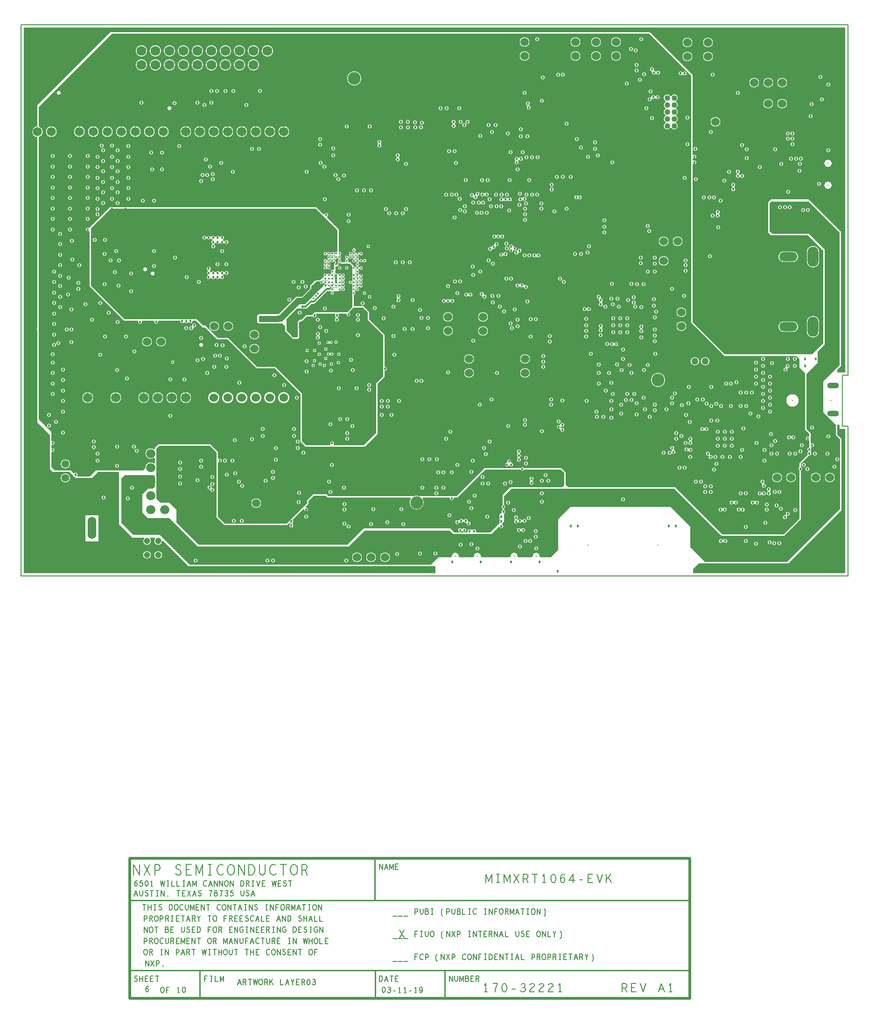
<source format=gbr>
G04 ================== begin FILE IDENTIFICATION RECORD ==================*
G04 Layout Name:  LAY-32221_A1.brd*
G04 Film Name:    L3_INT1*
G04 File Format:  Gerber RS274X*
G04 File Origin:  Cadence Allegro 16.6-2015-S103*
G04 Origin Date:  Mon Mar 11 10:16:28 2019*
G04 *
G04 Layer:  DRAWING FORMAT/FILM_TITLE_BLOCK*
G04 Layer:  VIA CLASS/INT1*
G04 Layer:  PIN/INT1*
G04 Layer:  ETCH/INT1*
G04 Layer:  BOARD GEOMETRY/OUTLINE*
G04 *
G04 Offset:    (0.00 0.00)*
G04 Mirror:    No*
G04 Mode:      Positive*
G04 Rotation:  0*
G04 FullContactRelief:  No*
G04 UndefLineWidth:     6.00*
G04 ================== end FILE IDENTIFICATION RECORD ====================*
%FSLAX55Y55*MOIN*%
%IR0*IPPOS*OFA0.00000B0.00000*MIA0B0*SFA1.00000B1.00000*%
%ADD27O,.13X.065*%
%ADD24C,.01*%
%ADD12O,.061X.148*%
%ADD25C,.04*%
%ADD15O,.148X.061*%
%ADD26C,.05*%
%ADD23C,.014*%
%ADD21C,.06*%
%ADD22C,.07*%
%ADD19C,.045*%
%ADD10C,.018*%
%ADD13C,.091*%
%ADD17C,.056*%
%ADD14C,.065*%
%ADD20C,.066*%
%ADD18C,.067*%
%ADD28O,.07874X.1437*%
%ADD16O,.06098X.15799*%
%ADD11C,.22*%
%ADD29O,.083X.043*%
%ADD30C,.02*%
%ADD31C,.012*%
%ADD32C,.013*%
%ADD33C,.004*%
%ADD34C,.006*%
%ADD50C,.02404*%
%ADD49C,.06004*%
%ADD45C,.07004*%
%ADD47C,.08004*%
%ADD43C,.02406*%
%ADD40C,.07006*%
%ADD39C,.05206*%
%ADD38C,.02804*%
%ADD37C,.05504*%
%ADD35R,.095X.185*%
%ADD36C,.02806*%
%ADD51C,.07604*%
%ADD42C,.06606*%
%ADD52C,.07606*%
%ADD44C,.07706*%
%ADD46C,.08904*%
%ADD41O,.0888X.15376*%
%ADD48C,.10104*%
G75*
%LPD*%
G75*
G36*
G01X480144Y298388D02*
G03Y300612I856J1112D01*
G02X479500Y300928I-244J317D01*
G01Y358000D01*
X449000Y388500D01*
X63700D01*
X11500Y336300D01*
Y321108D01*
X11321Y321089D01*
G03Y313529I408J-3780D01*
G01X11500Y313510D01*
Y177483D01*
G03Y175517I1000J-983D01*
G01Y109600D01*
X20500Y100600D01*
Y76500D01*
X22500Y74500D01*
X32500D01*
X33500D01*
X34500D01*
X39002Y69998D01*
X49414D01*
X49415Y70000D01*
X50500D01*
X55000Y74500D01*
X69500D01*
X70000Y74000D01*
Y37000D01*
X79500Y27500D01*
X87658D01*
G02X87950Y26827I-1J-400D01*
G03X91978I2014J-1875D01*
G02X92270Y27500I293J273D01*
G01X95532D01*
G02X95824Y26827I-1J-400D01*
G03X100590Y24945I2014J-1875D01*
G02X101273Y25227I400J-1D01*
G01X119500Y7000D01*
X296000D01*
Y2001D01*
X2001D01*
Y391699D01*
X588549D01*
Y309199D01*
G02X588470Y309040I-200J0D01*
G01Y265006D01*
X588549Y264847D01*
Y145501D01*
X584499D01*
Y145500D01*
X583000D01*
Y147500D01*
X585500Y150000D01*
Y246000D01*
X562500Y269000D01*
X535500D01*
X533500Y267000D01*
Y245500D01*
X535500Y243500D01*
X562000D01*
X573000Y232500D01*
Y166500D01*
X565000Y158500D01*
X502500D01*
X479500Y181500D01*
Y294072D01*
G02X480144Y294388I400J-1D01*
G03Y296612I856J1112D01*
G02X479500Y296928I-244J317D01*
G01Y298072D01*
G02X480144Y298388I400J-1D01*
G37*
G36*
G01X320542Y66459D02*
Y66458D01*
X311085Y57002D01*
X284793D01*
G03X280207I-2293J-4502D01*
G01X219498D01*
X218000Y58500D01*
X217000D01*
X216999Y58501D01*
X215501D01*
X215500Y58502D01*
X208585D01*
X204248Y54165D01*
Y51915D01*
X192705Y40372D01*
X192652Y40358D01*
G03X191642Y39348I348J-1358D01*
G01X191628Y39295D01*
X189835Y37502D01*
X145415D01*
X140502Y42415D01*
Y77000D01*
X140501Y77001D01*
Y79000D01*
X140500Y79001D01*
Y81072D01*
G02X141144Y81388I400J-1D01*
G03Y83612I856J1112D01*
G02X140500Y83928I-244J317D01*
G01Y85500D01*
X140502Y85502D01*
Y88915D01*
X135415Y94002D01*
X98085D01*
X95498Y91415D01*
Y90802D01*
G02X94851Y90488I-400J0D01*
G03Y84512I-2351J-2988D01*
G02X95498Y84198I247J-314D01*
G01Y80802D01*
G02X94872Y80472I-400J0D01*
G03X88702Y77296I-2372J-2972D01*
G01X88707Y77207D01*
X87001Y75501D01*
X53500D01*
X48999Y71000D01*
X40333D01*
G02X40000Y71621I0J400D01*
G03X37978Y73552I-1094J879D01*
G02X37431Y73569I-264J300D01*
G01X35499Y75501D01*
X24001D01*
X21502Y78000D01*
Y88300D01*
G02X22035Y88677I400J0D01*
G03Y91323I465J1323D01*
G02X21502Y91700I-133J377D01*
G01Y93300D01*
G02X22035Y93677I400J0D01*
G03Y96323I465J1323D01*
G02X21502Y96700I-133J377D01*
G01Y102998D01*
X12502Y111998D01*
Y172500D01*
X12500Y172502D01*
Y179000D01*
X12502Y179002D01*
Y313427D01*
X12652Y313620D01*
X12717Y313638D01*
G03Y320980I-988J3671D01*
G01X12652Y320998D01*
X12502Y321191D01*
Y335202D01*
X64798Y387498D01*
X448502D01*
X478500Y357500D01*
Y181000D01*
X502500Y157000D01*
X554000D01*
X556000Y155000D01*
Y149000D01*
X559998Y145002D01*
Y104585D01*
X562998Y101585D01*
Y99850D01*
G02X562445Y99481I-400J1D01*
G03Y96999I-654J-1241D01*
G02X562998Y96630I153J-370D01*
G01Y91914D01*
X562823Y91892D01*
G03X562222Y89333I177J-1392D01*
G02Y88667I-222J-333D01*
G03X561750Y86863I778J-1167D01*
G01X561816Y86733D01*
X555999Y80916D01*
Y80501D01*
X555998Y80500D01*
Y77939D01*
X555888Y77764D01*
X555841Y77739D01*
G03Y75261I659J-1239D01*
G01X555888Y75236D01*
X555998Y75061D01*
Y41164D01*
X544586Y29752D01*
X501000D01*
X467250Y63502D01*
X391000D01*
X389002Y65500D01*
Y73915D01*
X385915Y77002D01*
X359316D01*
X359261Y77114D01*
G03X356739I-1261J-614D01*
G01X356684Y77002D01*
X331085D01*
X320542Y66459D01*
G37*
G36*
G01X563000Y244500D02*
X536500D01*
X534500Y246500D01*
Y266500D01*
X535500Y267500D01*
X562500D01*
X584498Y245502D01*
Y150498D01*
X573000Y139000D01*
Y117000D01*
X581998Y108002D01*
Y100585D01*
X582997Y99587D01*
X583500Y99084D01*
Y99000D01*
X584998Y97502D01*
Y47998D01*
X547002Y10002D01*
X488498D01*
X478002Y20498D01*
Y34415D01*
X477958Y34459D01*
Y35542D01*
X464000Y49500D01*
X392500D01*
X383750Y40750D01*
Y18750D01*
X378500Y13500D01*
X370863D01*
G02X370465Y13936I0J400D01*
G03X365283I-2591J237D01*
G02X364885Y13500I-398J-36D01*
G01X355115D01*
G02X354717Y13936I0J400D01*
G03X349535I-2591J237D01*
G02X349137Y13500I-398J-36D01*
G01X328863D01*
G02X328465Y13936I0J400D01*
G03X323283I-2591J237D01*
G02X322885Y13500I-398J-36D01*
G01X313115D01*
G02X312717Y13936I0J400D01*
G03X307535I-2591J237D01*
G02X307137Y13500I-398J-36D01*
G01X298000D01*
X292502Y8002D01*
X120498D01*
X99000Y29500D01*
X80000D01*
X71500Y38000D01*
Y69500D01*
X74000Y72000D01*
X95000D01*
X95498Y71502D01*
Y63998D01*
X94000Y62500D01*
X90500D01*
X86500Y58500D01*
Y45500D01*
X90500Y41500D01*
X106000D01*
X126250Y21250D01*
X234000D01*
X245250Y32500D01*
X306000D01*
X308500Y30000D01*
X336000D01*
X341064Y35064D01*
G02X341713Y34940I282J-283D01*
G03X343560Y36787I1287J560D01*
G02X343436Y37436I159J367D01*
G01X345000Y39000D01*
Y39584D01*
X345002Y39585D01*
Y44684D01*
X345114Y44739D01*
G03Y47261I-614J1261D01*
G01X345002Y47316D01*
Y48184D01*
X345114Y48239D01*
G03Y50761I-614J1261D01*
G01X345002Y50816D01*
Y57002D01*
X350498Y62498D01*
X386915D01*
X386916Y62500D01*
X466500D01*
X500250Y28750D01*
X545000D01*
X557000Y40750D01*
Y75183D01*
X557113Y75238D01*
G03Y77762I-613J1262D01*
G01X557000Y77817D01*
Y80500D01*
X562640Y86140D01*
X562744Y86121D01*
G03X564000Y88484I256J1379D01*
G01Y89516D01*
G03X564050Y91430I-1000J984D01*
G01X564000Y91487D01*
Y91801D01*
G02X564510Y92185I400J0D01*
G03Y94815I490J1315D01*
G02X564000Y95199I-110J384D01*
G01Y102000D01*
X561000Y105000D01*
Y144500D01*
X569000Y152500D01*
Y160500D01*
X574000Y165500D01*
Y233500D01*
X563000Y244500D01*
G37*
G36*
G01X192223Y37833D02*
G02Y37167I-222J-333D01*
G03X193777I777J-1167D01*
G02Y37833I222J333D01*
G03X194031Y39950I-777J1167D01*
G01X194007Y39976D01*
X193975Y40052D01*
G02X194019Y40269I185J75D01*
G01X201419Y47669D01*
G02X202100Y47422I283J-283D01*
G03X203578Y48900I1400J78D01*
G02X203331Y49581I36J398D01*
G01X205250Y51500D01*
Y53750D01*
X209000Y57500D01*
X217500D01*
X219000Y56000D01*
X278015D01*
G02X278344Y55373I0J-400D01*
G03X286656I4156J-2873D01*
G02X286985Y56000I329J227D01*
G01X305700D01*
G02X306099Y55578I0J-400D01*
G03X308901I1401J-78D01*
G02X309300Y56000I399J22D01*
G01X311500D01*
X331500Y76000D01*
X356683D01*
X356738Y75887D01*
G03X359262I1262J613D01*
G01X359317Y76000D01*
X385500D01*
X388000Y73500D01*
Y65000D01*
X386502Y63502D01*
X386297D01*
X386296Y63500D01*
X349500D01*
X344000Y58000D01*
Y50817D01*
X343887Y50762D01*
G03Y48238I613J-1262D01*
G01X344000Y48183D01*
Y47317D01*
X343887Y47262D01*
G03X343209Y45451I613J-1262D01*
G02X342876Y44897I-368J-156D01*
G03X341689Y43001I123J-1397D01*
G03X341815Y41749I1311J-500D01*
G03X341641Y40656I1185J-749D01*
G03X341885Y40150I1359J344D01*
G01X341904Y40125D01*
X341948Y40001D01*
X341904Y39877D01*
X341885Y39852D01*
G03X341892Y38139I1115J-852D01*
G01X342000Y38000D01*
X335000Y31000D01*
X325335D01*
G02X324968Y31558I0J400D01*
G03X322568Y32971I-1289J555D01*
G01X321463D01*
G03X319063Y31558I-1111J-858D01*
G02X318696Y31000I-367J-158D01*
G01X309500D01*
X306500Y34000D01*
X244500D01*
X233000Y22500D01*
X127000D01*
X111000Y38500D01*
Y47500D01*
X106000Y52500D01*
X99500D01*
X96500Y55500D01*
Y91000D01*
X98500Y93000D01*
X135000D01*
X139500Y88500D01*
Y42000D01*
X145000Y36500D01*
X190250D01*
X191731Y37981D01*
G02X191948Y38025I142J-141D01*
G01X192022Y37994D01*
X192048Y37970D01*
G03X192223Y37833I949J1032D01*
G37*
G36*
G01X480001Y2001D02*
Y5001D01*
X484000Y9000D01*
X548000D01*
X586000Y47000D01*
Y98000D01*
X583000Y101000D01*
Y108000D01*
X584499D01*
Y104999D01*
X588349D01*
G02X588549Y104799I0J-200D01*
G01Y2201D01*
G02X588349Y2001I-200J0D01*
G01X480001D01*
G37*
%LPC*%
G75*
G36*
G01X551168Y174277D02*
X544668D01*
G02Y181783I0J3753D01*
G01X551168D01*
G02Y174277I0J-3753D01*
G37*
G36*
G01X544668Y231782D02*
X551168D01*
G02Y224276I0J-3753D01*
G01X544668D01*
G02Y231782I0J3753D01*
G37*
G36*
G01X496483Y259032D02*
G02X498487Y259051I993J992D01*
G03X498493Y258492I289J-276D01*
G02X496489Y258473I-993J-992D01*
G03X496483Y259032I-289J276D01*
G37*
G36*
G01X513773Y285019D02*
G03X513075I-349J-195D01*
G02X511165Y286927I-1226J683D01*
G03Y287626I-194J349D01*
G02X512533I684J1225D01*
G03Y286927I194J-350D01*
G02X513075Y286385I-683J-1225D01*
G03X513773I349J195D01*
G02Y285019I1226J-683D01*
G37*
G36*
G01X509384Y278177D02*
G03Y277478I194J-349D01*
G02X508016I-684J-1225D01*
G03Y278177I-194J350D01*
G02X509384I684J1225D01*
G37*
G36*
G01X123337Y177606D02*
G03X122894Y177163I-46J-397D01*
G02X121663Y178394I-1394J-163D01*
G03X122106Y178837I46J397D01*
G02X123337Y177606I1394J163D01*
G37*
G36*
G01X237698Y200944D02*
G03X237502Y200744I4J-200D01*
G01Y192801D01*
G03X237701Y192602I199J1D01*
G01X244515D01*
X248552Y188565D01*
Y183565D01*
X259752Y172365D01*
Y149414D01*
X259929Y149393D01*
G02Y146607I-159J-1393D01*
G01X259752Y146586D01*
Y142335D01*
X254502Y137085D01*
Y123002D01*
X254500Y123000D01*
Y101500D01*
X245500Y92500D01*
X203000D01*
X199500Y96000D01*
Y130000D01*
X181002Y148498D01*
X168085D01*
X147583Y169000D01*
X140000D01*
X131500Y177500D01*
X130000D01*
X125000Y182500D01*
X122800D01*
G03X122401Y182078I0J-400D01*
G02X119833Y181222I-1401J-78D01*
G03X119167I-333J-222D01*
G02X116833I-1167J778D01*
G03X116167I-333J-222D01*
G02X113599Y182078I-1167J778D01*
G03X113200Y182500I-399J22D01*
G01X98200D01*
G03X97823Y181967I0J-400D01*
G02X95177I-1323J-467D01*
G03X94800Y182500I-377J133D01*
G01X86700D01*
G03X86323Y181967I0J-400D01*
G02X83677I-1323J-467D01*
G03X83300Y182500I-377J133D01*
G01X73500D01*
X49000Y207000D01*
Y246072D01*
G03X48356Y246388I-400J-1D01*
G02Y248612I-856J1112D01*
G03X49000Y248928I244J317D01*
G01Y249000D01*
X63500Y263500D01*
X72000D01*
X72002Y263502D01*
X210915D01*
X216040Y258376D01*
G03X216695Y258513I283J283D01*
G02X218513Y256695I1305J-513D01*
G03X218376Y256040I146J-372D01*
G01X227002Y247415D01*
Y231727D01*
G02X227001Y231688I-1401J16D01*
G01X226997Y231593D01*
X227145Y231464D01*
G02X228164Y229335I298J-1166D01*
G03Y228696I241J-319D01*
G02Y226776I-723J-960D01*
G03Y226137I241J-320D01*
G02X228493Y224595I-723J-960D01*
G03X228843Y224002I350J-193D01*
G01X231157D01*
G03X231507Y224595I0J400D01*
G02X231836Y226137I1052J582D01*
G03Y226776I-241J320D01*
G02X233519Y228459I723J960D01*
G03X234158I319J241D01*
G02X234395Y228696I960J-723D01*
G03Y229335I-241J320D01*
G02X236078Y231018I723J960D01*
G03X236717I319J241D01*
G02X236954Y231255I960J-723D01*
G03Y231894I-241J319D01*
G02X238400I723J960D01*
G03Y231255I241J-320D01*
G02X238637Y231018I-723J-960D01*
G03X239276I320J241D01*
G02X241196I960J-723D01*
G03X241835I320J241D01*
G02Y229572I960J-723D01*
G03X241196I-319J-241D01*
G02X240959Y229335I-960J723D01*
G03Y228696I241J-319D01*
G02Y226776I-723J-960D01*
G03Y226137I241J-320D01*
G02X241196Y225900I-723J-960D01*
G03X241835I320J241D01*
G02X243755I960J-723D01*
G03X244394I319J241D01*
G02Y224454I960J-723D01*
G03X243755I-320J-241D01*
G02X241835I-960J723D01*
G03X241196I-319J-241D01*
G02X240959Y224217I-960J723D01*
G03X240938Y223595I241J-319D01*
G02Y221641I-702J-977D01*
G03Y221036I262J-302D01*
G02X241213Y220761I-702J-977D01*
G03X241835Y220782I303J262D01*
G02Y219336I960J-723D01*
G03X241213Y219357I-319J-241D01*
G02X240938Y219082I-977J702D01*
G03Y218476I261J-303D01*
G02X240945Y216527I-702J-977D01*
G03X240960Y215900I256J-308D01*
G02X241196Y215664I-724J-960D01*
G03X241835I320J241D01*
G02X243518Y213981I960J-723D01*
G03Y213342I241J-320D01*
G02Y211422I-723J-960D01*
G03Y210783I241J-319D01*
G02Y208863I-723J-960D01*
G03Y208224I241J-320D01*
G02X241835Y206541I-723J-960D01*
G03X241196I-319J-241D01*
G02X240959Y206304I-960J723D01*
G03Y205665I241J-320D01*
G02X239276Y203982I-723J-960D01*
G03X238637I-320J-241D01*
G02X238400Y203745I-960J723D01*
G03Y203106I241J-319D01*
G02X237698Y200944I-723J-960D01*
G37*
G36*
G01X361562Y335543D02*
G03X361451Y336209I-267J298D01*
G02X362938Y336457I549J1291D01*
G03X363049Y335791I267J-298D01*
G02X361562Y335543I-549J-1291D01*
G37*
G36*
G01X328166Y265920D02*
G02Y267480I-1166J780D01*
G03X328786I310J254D01*
G02Y265920I1166J-780D01*
G03X328166I-310J-254D01*
G37*
G36*
G01X347801Y269755D02*
G02X347773Y268192I1151J-802D01*
G03X347151Y268197I-313J-249D01*
G02X344819Y268243I-1151J803D01*
G03X344181I-319J-242D01*
G02Y269757I-1181J757D01*
G03X344819I319J242D01*
G02X347179Y269760I1181J-757D01*
G03X347801Y269755I313J249D01*
G37*
G36*
G01X357801Y268474D02*
G02X357565Y269914I-1301J526D01*
G03X358199Y270026I276J290D01*
G02X358435Y268586I1301J-526D01*
G03X357801Y268474I-276J-290D01*
G37*
G36*
G01X397473Y269489D02*
G02Y271511I-973J1011D01*
G03X398027I277J288D01*
G02Y269489I973J-1011D01*
G03X397473I-277J-288D01*
G37*
G36*
G01X325815Y271090D02*
G02X323108Y270428I-1315J-490D01*
G03X322576Y270721I-392J-82D01*
G02X323392Y272172I-576J1279D01*
G03X323924Y271879I392J82D01*
G02X324367Y271997I578J-1279D01*
G03X324685Y272510I-63J394D01*
G02X326133Y271603I1315J490D01*
G03X325815Y271090I63J-394D01*
G37*
G36*
G01X330681Y271743D02*
G02Y273257I-1181J757D01*
G03X331319I319J242D01*
G02Y271743I1181J-757D01*
G03X330681I-319J-242D01*
G37*
G36*
G01X353004Y297012D02*
G02X352846Y297202I996J989D01*
G02X354728Y299199I1154J798D01*
G02X355183Y298755I-727J-1200D01*
G03X355817I317J244D01*
G02Y297245I1183J-755D01*
G03X355183I-317J-244D01*
G02X354996Y297012I-1182J757D01*
G03Y296488I302J-262D01*
G02X353004I-996J-988D01*
G03Y297012I-302J262D01*
G37*
G36*
G01X449548Y341792D02*
G03X450101Y342107I157J368D01*
G02X452676Y342765I1399J-107D01*
G03X453324I324J235D01*
G02Y341235I1176J-765D01*
G03X452676I-324J-235D01*
G02X451872Y340647I-1176J765D01*
G02X450952Y340708I-372J1353D01*
G03X450399Y340393I-157J-368D01*
G02X447786Y339797I-1399J107D01*
G02X449548Y341792I1214J704D01*
G37*
G36*
G01X451792Y361452D02*
G03X452107Y360899I368J-157D01*
G02X453176Y360265I-107J-1399D01*
G03X453824I324J235D01*
G02Y358735I1176J-765D01*
G03X453176I-324J-235D01*
G02X451173Y358367I-1176J765D01*
G02X450708Y360048I827J1133D01*
G03X450393Y360601I-368J157D01*
G02X449797Y363214I107J1399D01*
G02X451792Y361452I704J-1214D01*
G37*
G36*
G01X308175Y322635D02*
G03X308147Y323300I-235J323D01*
G02X309700Y323365I728J1200D01*
G03X309728Y322700I235J-323D01*
G02X308175Y322635I-728J-1200D01*
G37*
G36*
G01X254989Y308473D02*
G03Y309027I-288J277D01*
G02X257011I1011J973D01*
G03Y308473I288J-277D01*
G02X254989I-1011J-973D01*
G37*
G36*
G01X268243Y298681D02*
G03Y299319I-242J319D01*
G02X269757I757J1181D01*
G03Y298681I242J-319D01*
G02X268243I-757J-1181D01*
G37*
G36*
G01X342563Y241660D02*
G03X341922I-321J-240D01*
G02X339711Y241617I-1122J840D01*
G03X339089I-311J-252D01*
G02Y243383I-1089J883D01*
G03X339711I311J252D01*
G02X341922Y243340I1089J-883D01*
G03X342563I321J240D01*
G02Y241660I1122J-840D01*
G37*
G36*
G01X339336Y235608D02*
G03X338892Y235163I-47J-398D01*
G02X336943Y233712I-1392J-164D01*
G03X336388Y233402I-159J-367D01*
G02X335557Y234887I-1388J198D01*
G03X336112Y235197I159J367D01*
G02X337664Y236391I1388J-198D01*
G03X338108Y236836I47J398D01*
G02X339336Y235608I1392J164D01*
G37*
G36*
G01X351952Y232710D02*
G03X351397Y232377I-157J-368D01*
G02X349223Y233667I-1397J123D01*
G03Y234333I-222J333D01*
G02X351397Y235623I777J1167D01*
G03X351952Y235290I398J35D01*
G02Y232710I548J-1290D01*
G37*
G36*
G01X354083Y232326D02*
G03X354607Y232659I127J379D01*
G02X355555Y231170I1393J-159D01*
G03X355031Y230837I-127J-379D01*
G02X354083Y232326I-1393J159D01*
G37*
G36*
G01X344066Y230510D02*
G03X344732Y230599I304J260D01*
G02X344934Y229090I1268J-598D01*
G03X344268Y229001I-304J-260D01*
G02X344066Y230510I-1268J598D01*
G37*
G36*
G01X367667Y229777D02*
G03X368333I333J222D01*
G02Y228223I1167J-777D01*
G03X367667I-333J-222D01*
G02Y229777I-1167J777D01*
G37*
G36*
G01X355662Y208344D02*
G03X356322Y208360I325J234D01*
G02X358890Y207781I1178J-760D01*
G03X359556Y207537I397J52D01*
G02X359110Y206319I944J-1036D01*
G03X358444Y206563I-397J-52D01*
G02X356362Y206780I-944J1037D01*
G03X355702Y206764I-325J-234D01*
G02X355662Y208344I-1178J761D01*
G37*
G36*
G01X319167Y201777D02*
G03X319833I333J222D01*
G02Y200223I1167J-777D01*
G03X319167I-333J-222D01*
G02Y201777I-1167J777D01*
G37*
G36*
G01X329608Y199664D02*
G03X329164Y200108I-398J46D01*
G02X330392Y201336I-164J1392D01*
G03X330836Y200892I398J-46D01*
G02X329608Y199664I164J-1392D01*
G37*
G36*
G01X268681Y198179D02*
G03X268686Y198834I-227J329D01*
G02X270295Y198821I814J1142D01*
G03X270290Y198166I227J-329D01*
G02X268681Y198179I-814J-1142D01*
G37*
G36*
G01X306833Y195723D02*
G03X306167I-333J-222D01*
G02X303833I-1167J777D01*
G03X303167I-333J-222D01*
G02Y197277I-1167J777D01*
G03X303833I333J222D01*
G02X306167I1167J-777D01*
G03X306833I333J222D01*
G02Y195723I1167J-777D01*
G37*
G36*
G01X413790Y198952D02*
G03X414123Y198397I368J-157D01*
G02X414777Y195833I-123J-1397D01*
G03Y195167I222J-333D01*
G02X413223I-777J-1167D01*
G03Y195833I-222J333D01*
G02X412710Y197548I777J1167D01*
G03X412377Y198103I-368J157D01*
G02X413790Y198952I122J1397D01*
G37*
G36*
G01X404312Y189823D02*
G03X403651Y189828I-332J-223D01*
G02X403664Y191409I-1151J800D01*
G03X404325Y191404I332J223D01*
G02X404312Y189823I1151J-800D01*
G37*
G36*
G01X413223Y176795D02*
G03Y177461I-222J333D01*
G02X414777I777J1167D01*
G03Y176795I222J-333D01*
G02X413223I-777J-1167D01*
G37*
G36*
G01X442315Y176223D02*
G03Y176921I-196J349D01*
G02X443685I685J1223D01*
G03Y176223I196J-349D01*
G02X442315I-685J-1223D01*
G37*
G36*
G01X423165Y166408D02*
G03X423830Y166409I332J223D01*
G02X423832Y164851I1167J-778D01*
G03X423167Y164850I-332J-223D01*
G02X423165Y166408I-1167J778D01*
G37*
G36*
G01X545876Y148897D02*
G03X546208Y149452I-36J398D01*
G02X547624Y148603I1291J548D01*
G03X547292Y148048I36J-398D01*
G02X545876Y148897I-1291J-548D01*
G37*
G36*
G01X488319Y104190D02*
G03X487653Y104202I-337J-216D01*
G02X487681Y105755I-1153J798D01*
G03X488347Y105743I337J216D01*
G02X488319Y104190I1153J-798D01*
G37*
G36*
G01X385924Y106721D02*
G03X385399Y106396I-129J-379D01*
G02X385371Y106203I-1399J104D01*
G03X385908Y105772I396J-57D01*
G02X385129Y104797I592J-1272D01*
G03X384592Y105228I-396J57D01*
G02X384576Y107779I-592J1272D01*
G03X385101Y108104I129J379D01*
G02X385924Y106721I1399J-104D01*
G37*
G36*
G01X549618Y99885D02*
G03X550272I327J229D01*
G02Y98273I1149J-806D01*
G03X549618I-327J-229D01*
G02Y99885I-1149J806D01*
G37*
G36*
G01X477226Y96184D02*
G03X477214Y96839I-236J323D01*
G02X478824Y96866I786J1161D01*
G03X478836Y96211I236J-323D01*
G02X477226Y96184I-786J-1161D01*
G37*
G36*
G01X476855Y89440D02*
G03X476213Y89530I-353J-187D01*
G02X476440Y91155I-1013J970D01*
G03X477082Y91065I353J187D01*
G02X476855Y89440I1013J-970D01*
G37*
G36*
G01X466027Y90546D02*
G03X466249Y89880I293J-272D01*
G02X465036Y87482I-249J-1380D01*
G03X464403Y87371I-275J-290D01*
G02X464114Y89018I-1253J629D01*
G03X464747Y89129I275J290D01*
G02X464973Y89454I1252J-630D01*
G03X464751Y90120I-293J272D01*
G02X466027Y90546I248J1380D01*
G37*
G36*
G01X491219Y85570D02*
G03X490775Y86125I-365J163D01*
G02X491781Y86930I-275J1375D01*
G03X492225Y86375I365J-163D01*
G02X491219Y85570I275J-1375D01*
G37*
G36*
G01X356278Y87833D02*
G03Y87167I222J-333D01*
G02Y84833I-778J-1167D01*
G03Y84167I222J-333D01*
G02X354722I-778J-1167D01*
G03Y84833I-222J333D01*
G02Y87167I778J1167D01*
G03Y87833I-222J333D01*
G02X356278I778J1167D01*
G37*
G36*
G01X348833Y78722D02*
G03X348167I-333J-222D01*
G02X346876Y80897I-1167J778D01*
G03X347208Y81452I-36J398D01*
G02X349792I1292J548D01*
G03X350124Y80897I368J-157D01*
G02X348833Y78722I-124J-1397D01*
G37*
G36*
G01X529473Y65454D02*
G03X529272Y66116I-293J273D01*
G02X530509Y66525I228J1384D01*
G03X530749Y65880I311J-251D01*
G02X529473Y65454I-248J-1380D01*
G37*
G36*
G01X533223Y60167D02*
G03Y60833I-222J333D01*
G02X534777I777J1167D01*
G03Y60167I222J-333D01*
G02X533223I-777J-1167D01*
G37*
G36*
G01X528667Y59777D02*
G03X529333I333J222D01*
G02Y58223I1167J-777D01*
G03X528667I-333J-222D01*
G02Y59777I-1167J777D01*
G37*
G36*
G01X523667Y53277D02*
G03X524333I333J222D01*
G02Y51723I1167J-777D01*
G03X523667I-333J-222D01*
G02Y53277I-1167J777D01*
G37*
G36*
G01X508667D02*
G03X509333I333J222D01*
G02Y51723I1167J-777D01*
G03X508667I-333J-222D01*
G02Y53277I-1167J777D01*
G37*
G36*
G01X500728Y48332D02*
G03X501372I322J238D01*
G02Y46668I1128J-832D01*
G03X500728I-322J-238D01*
G02Y48332I-1128J832D01*
G37*
G36*
G01X514243Y46608D02*
G03X513599Y46630I-330J-226D01*
G02X513657Y48292I-1099J870D01*
G03X514301Y48270I330J226D01*
G02X514243Y46608I1099J-870D01*
G37*
G36*
G01X467772Y339344D02*
G03Y338656I204J-344D01*
G02Y334344I-1272J-2156D01*
G03Y333656I204J-344D01*
G02Y329344I-1272J-2156D01*
G03Y328656I204J-344D01*
G02Y324344I-1272J-2156D01*
G03Y323656I204J-344D01*
G02X464344Y320228I-1272J-2156D01*
G03X463656I-344J-204D01*
G02X460228Y323656I-2156J1272D01*
G03Y324344I-204J344D01*
G02Y328656I1272J2156D01*
G03Y329344I-204J344D01*
G02Y333656I1272J2156D01*
G03Y334344I-204J344D01*
G02Y338656I1272J2156D01*
G03Y339344I-204J344D01*
G02X463656Y342772I1272J2156D01*
G03X464344I344J204D01*
G02X467772Y339344I2156J-1272D01*
G37*
G36*
G01X472167Y358222D02*
G02Y359778I-1167J778D01*
G03X472833I333J222D01*
G02Y358222I1167J-778D01*
G03X472167I-333J-222D01*
G37*
G36*
G01X545774Y43376D02*
G03X546218Y43931I78J392D01*
G02X547226Y43124I1282J569D01*
G03X546782Y42569I-78J-392D01*
G02X545774Y43376I-1282J-569D01*
G37*
G36*
G01X501779Y25690D02*
G02Y24310I1221J-690D01*
G03X501083I-348J-196D01*
G02Y25690I-1221J690D01*
G03X501779I348J196D01*
G37*
G36*
G01X357650Y40051D02*
G03X358318I334J221D01*
G02Y38741I1241J-655D01*
G03X357650I-334J-221D01*
G02X355392Y38430I-1241J655D01*
G03X354780Y38321I-262J-303D01*
G02X352743Y40077I-1280J575D01*
G03Y40715I-242J319D01*
G02X354257I757J1181D01*
G03Y40077I242J-319D01*
G02X354517Y39862I-757J-1181D01*
G03X355129Y39971I262J303D01*
G02X357650Y40051I1280J-575D01*
G37*
G36*
G01X357319Y32139D02*
G03X356681I-319J-242D01*
G02Y33653I-1181J757D01*
G03X357319I319J242D01*
G02Y32139I1181J-757D01*
G37*
G36*
G01X314667Y32118D02*
G02Y33674I-1167J778D01*
G03X315333I333J222D01*
G02Y32118I1167J-778D01*
G03X314667I-333J-222D01*
G37*
G36*
G01X316333Y40079D02*
G02X318959Y39311I1226J-683D01*
G03X319433Y38893I399J-25D01*
G02X318295Y37600I262J-1378D01*
G03X317821Y38018I-399J25D01*
G02X316333Y38713I-263J1378D01*
G03X315635I-349J-195D01*
G02X313494Y38332I-1226J683D01*
G03X312849Y38139I-261J-303D01*
G02X312415Y39588I-1349J385D01*
G03X313060Y39781I261J303D01*
G02X315635Y40079I1349J-385D01*
G03X316333I349J195D01*
G37*
G36*
G01X135901Y63273D02*
G03X136345Y62893I400J18D01*
G02X135099Y61438I155J-1393D01*
G03X134655Y61818I-400J-18D01*
G02X135901Y63273I-155J1393D01*
G37*
G36*
G01X365278Y68333D02*
G03Y67667I222J-333D01*
G02X363722I-778J-1167D01*
G03Y68333I-222J333D01*
G02X365278I778J1167D01*
G37*
G54D50*
X249000Y199500D03*
X245354Y202146D03*
X247913Y235413D03*
G54D49*
X481260Y153563D03*
X488740D03*
G54D45*
X168000Y52050D03*
X320000Y145000D03*
Y155000D03*
X330000Y175000D03*
X305000Y185000D03*
X330000D03*
X240025Y13400D03*
X250025D03*
X260025D03*
X577500Y70550D03*
X567500D03*
G54D47*
X137729Y127309D03*
X147729D03*
X157729D03*
X167729D03*
X177729D03*
X187729D03*
X86059Y365100D03*
X96059D03*
X106059D03*
X116059D03*
X126059D03*
X136059D03*
X146059D03*
X156059D03*
X166059D03*
X86059Y375100D03*
X96059D03*
X106059D03*
X116059D03*
X126059D03*
X136059D03*
X146059D03*
X156059D03*
X166059D03*
X176059D03*
G54D43*
X108213Y152787D03*
G54D40*
X523500Y352500D03*
X533500D03*
X543500D03*
X533500Y337500D03*
X543500D03*
X490500Y371000D03*
Y381000D03*
X496000Y324500D03*
X476000Y371000D03*
Y381000D03*
X90000Y167500D03*
X100000D03*
X359500Y381500D03*
Y371500D03*
X396000Y381500D03*
Y371500D03*
X425000Y381500D03*
X410500D03*
Y371500D03*
X425000D03*
X459000Y225000D03*
Y239000D03*
X469000D03*
X471500Y178500D03*
Y188500D03*
X540000Y70550D03*
X550000D03*
X360000Y145000D03*
Y155000D03*
X305000Y175000D03*
G54D39*
X576327Y294824D03*
Y279076D03*
G54D38*
X59000Y56000D03*
X152000Y39500D03*
X157500D03*
X532500Y47500D03*
Y51000D03*
X198100Y52600D03*
X514000Y59000D03*
X517500D03*
X198500Y59500D03*
X488500Y60000D03*
X492500D03*
X488500Y64000D03*
X492500D03*
X158000Y64500D03*
X155500Y67500D03*
X482000D03*
X485500D03*
X147000Y72476D03*
X153000Y73308D03*
X180000Y74500D03*
X495000Y76000D03*
X470100Y77500D03*
X474000D03*
X68500Y78815D03*
X496500Y80000D03*
X54500Y82536D03*
X182000Y83000D03*
X496000Y85000D03*
X478000Y85050D03*
X54500Y87520D03*
X459000Y88000D03*
X52000Y92000D03*
X68500Y92500D03*
X80500D03*
X497500Y93000D03*
X474500Y95000D03*
X52000Y96000D03*
X468000Y98000D03*
X497500D03*
X471500Y100000D03*
X468000Y102200D03*
X30000Y102500D03*
X497500Y103000D03*
X20000Y107500D03*
X25000Y110000D03*
X477500D03*
X497375Y110925D03*
X493000Y111000D03*
X421500Y113000D03*
X411220Y113628D03*
X415945D03*
X448780D03*
X106500Y114500D03*
X20000Y115000D03*
X475000D03*
X439500Y115500D03*
X428500Y116000D03*
X30000Y117500D03*
X411000D03*
X452500Y118578D03*
X445500Y119000D03*
X461000D03*
X493000Y121500D03*
X500000D03*
X472000Y122000D03*
X428500Y122500D03*
X535000D03*
X452500Y122578D03*
X496500Y122992D03*
X489500Y123000D03*
X439500Y123500D03*
X476500D03*
X464800Y123578D03*
X30000Y125000D03*
X257500D03*
X262000D03*
X270000D03*
X530000D03*
X432000Y125628D03*
X436024D03*
X483000Y126024D03*
X487000D03*
X444500Y127500D03*
X465000D03*
X535000D03*
X22500Y130000D03*
X433000D03*
X438000D03*
X530000D03*
X467000Y130500D03*
X514000Y131000D03*
X518000D03*
X522000D03*
X30000Y132500D03*
X535000D03*
X477000Y135000D03*
X493000D03*
X530000D03*
X22500Y137500D03*
X503500D03*
X507000D03*
X525000D03*
X535000D03*
X156000Y137989D03*
X511000Y138548D03*
X282500Y139500D03*
X286000D03*
X30000Y140000D03*
X530000D03*
X525000Y142500D03*
X535000D03*
X22500Y145000D03*
X340000D03*
X436000D03*
X530000D03*
X305000Y145500D03*
X429000Y147000D03*
X445000D03*
X30000Y147500D03*
X525000D03*
X530000Y150000D03*
X552500D03*
X434500Y150628D03*
X447500D03*
X425500Y151128D03*
X536202Y152000D03*
X22500Y152500D03*
X525000D03*
X530000Y155000D03*
X547500D03*
X552500D03*
X430000Y155128D03*
X266500Y158000D03*
X453000Y158628D03*
X430000Y161628D03*
X418500Y165628D03*
X377500Y167500D03*
X452500Y167628D03*
X443000Y170500D03*
X364000Y171000D03*
X403500Y171128D03*
X265976Y171500D03*
X377500D03*
X452500Y171628D03*
X414000Y172128D03*
X423000Y174128D03*
X428000D03*
X433000D03*
X403500Y175128D03*
X452500Y176128D03*
X274000Y176500D03*
X279500D03*
X290500Y177000D03*
X350500D03*
X354500Y178500D03*
X403500Y179128D03*
X423000D03*
X428000D03*
X433000D03*
X349500Y180500D03*
X354500Y183000D03*
X364000Y183500D03*
X367500D03*
X403500Y183628D03*
X259000Y184000D03*
X423000Y184128D03*
X428000D03*
X433000D03*
X290500Y184324D03*
X286061Y184500D03*
X452500Y184628D03*
X453500Y188628D03*
X345000Y189000D03*
X285000Y190000D03*
X352500Y190500D03*
X252500Y191500D03*
X443000Y192128D03*
X266000Y192452D03*
X438533Y192467D03*
X342000Y192500D03*
X417300D03*
X426966D03*
X451976Y193128D03*
X422500Y194000D03*
X244000Y194800D03*
X337000Y195500D03*
X437500D03*
X279500Y197024D03*
X433500Y197100D03*
X451950Y197628D03*
X426000Y198128D03*
X421500Y198200D03*
X437500Y199000D03*
X336500Y200000D03*
X340800D03*
X311500Y202000D03*
X465024Y205128D03*
X304802Y207000D03*
X440000Y208500D03*
X444500D03*
X422000Y208628D03*
X436000D03*
X387500Y210000D03*
X313500Y210383D03*
X310000Y210450D03*
X350000Y212300D03*
X346500Y212500D03*
X385000D03*
X323000Y215000D03*
X328000Y217500D03*
X322500Y221000D03*
X337000Y223000D03*
X267500Y224000D03*
X272500D03*
X277500D03*
X334000Y225500D03*
X359500Y229000D03*
X363000D03*
X395500Y230000D03*
X400000D03*
X404500Y231000D03*
X347000Y234000D03*
X405500Y235500D03*
X346500Y237500D03*
X416500Y245500D03*
X234000Y253500D03*
X22500Y255000D03*
X309500Y256000D03*
X234000Y258000D03*
X263000Y259000D03*
X268000D03*
X272500D03*
X317000Y260500D03*
X313500Y261471D03*
X260500Y262000D03*
X275000D03*
X22500Y262500D03*
X317000Y264000D03*
X217000Y269000D03*
X313200Y269500D03*
X22500Y270000D03*
X307677Y272500D03*
X311000D03*
X303740Y272556D03*
X250000Y275476D03*
X240000Y275500D03*
X245000D03*
X22500Y277500D03*
X128500Y282000D03*
X317520Y282740D03*
X137000Y283500D03*
X226500D03*
X22500Y285000D03*
X230500Y286000D03*
X129500Y286500D03*
X133000D03*
X224500D03*
X137000Y287000D03*
X22500Y292500D03*
X135000D03*
X216500D03*
X214000Y295000D03*
X132000Y297500D03*
X22500Y300000D03*
X223000Y300500D03*
X165000Y305000D03*
X170000D03*
X223000Y305500D03*
X213500Y308000D03*
Y312000D03*
X249000Y320997D03*
X232500Y321000D03*
X105980Y334000D03*
X161000Y336500D03*
X86059Y338000D03*
X136059D03*
X27000Y345000D03*
X136059Y346500D03*
X140000D03*
X146059D03*
X151500D03*
X170500D03*
X180000Y70000D03*
X79192Y63000D03*
X76200Y55500D03*
X124650Y11150D03*
X180000D03*
X176000D03*
X232150D03*
X314000Y22524D03*
X326000Y19896D03*
X321500Y22896D03*
X356300Y21124D03*
X368000Y19896D03*
X430000Y54628D03*
X517579Y25000D03*
X558500Y261500D03*
X562000D03*
X576500Y99704D03*
X565000Y106000D03*
X271432Y47668D03*
X231000Y51500D03*
X251668Y47668D03*
X231000Y47500D03*
X203500Y42500D03*
X128500Y82500D03*
Y78000D03*
X136500Y70889D03*
X126000Y68500D03*
X136500Y65770D03*
X113500Y81000D03*
Y76500D03*
Y66000D03*
Y71000D03*
G54D37*
X97838Y15109D03*
X89964D03*
G54D35*
X50750Y34250D03*
G54D36*
X538500Y304623D03*
X492000Y228500D03*
X571000Y356500D03*
X576500Y351000D03*
X572000Y340500D03*
X576500Y303999D03*
X570000Y280000D03*
X563760Y328500D03*
X564500Y337000D03*
X547500Y316000D03*
Y312500D03*
X551000D03*
Y316000D03*
Y308500D03*
X553500Y298000D03*
X557000D03*
X550000D03*
X556121Y294378D03*
X556000Y289387D03*
X543000Y294500D03*
X548000Y274500D03*
X527597Y291999D03*
X518150Y304623D03*
X515001Y307749D03*
X518151Y298300D03*
X505552Y288849D03*
X502402Y282552D03*
X499500Y268000D03*
X498000Y249000D03*
X493976Y358024D03*
X492488Y316988D03*
X481500Y305000D03*
X482000Y283500D03*
X494000Y257500D03*
X495000Y270500D03*
X491500D03*
X487500D03*
X512000Y345000D03*
X383500Y358000D03*
X387000D03*
X450500Y327000D03*
X113000Y307000D03*
X75500Y141000D03*
X81000Y160500D03*
X75000Y171000D03*
X106524Y140524D03*
X116476D03*
X118000Y177000D03*
X133000Y145000D03*
X334500Y269050D03*
X339500Y264000D03*
X322952Y266800D03*
X325500Y259500D03*
X332500D03*
X329000D03*
X339173Y272500D03*
X335500Y264000D03*
X333268Y282740D03*
X329331D03*
X348500Y261000D03*
X360000Y262500D03*
Y254500D03*
X359987Y258500D03*
X360827Y272556D03*
X347047D03*
X343110Y272500D03*
X343024Y264000D03*
X356000Y265000D03*
X356303Y273000D03*
X362795Y282740D03*
X349016D03*
X359500Y345000D03*
X364764Y272556D03*
X368701D03*
X381000Y260500D03*
X371500Y266251D03*
Y262511D03*
X382500Y285000D03*
X379000Y279499D03*
Y276000D03*
X369000Y299000D03*
X372000Y339500D03*
X372500Y356000D03*
X368500Y383500D03*
X389500Y262511D03*
X392500Y285000D03*
X387000D03*
X405000Y299500D03*
X400000Y306000D03*
X397000Y312000D03*
X389500Y323000D03*
X416500Y249500D03*
X416550Y254000D03*
X422250Y295500D03*
X412000Y300500D03*
X410000Y305000D03*
X409917Y309917D03*
X443000Y383500D03*
X439000Y375500D03*
X435500Y376500D03*
X442500Y223500D03*
X452500Y223000D03*
Y217500D03*
Y227500D03*
X447500Y217500D03*
X442500Y227500D03*
X448500Y246500D03*
X447500Y250000D03*
X446500Y334000D03*
X439500Y361000D03*
X432500Y351772D03*
X445000Y358500D03*
X449500Y346000D03*
X442000Y354400D03*
X439500Y365000D03*
X474500Y222000D03*
Y225550D03*
Y218050D03*
X474000Y284500D03*
X476000Y308500D03*
X476024Y327500D03*
X125830Y154170D03*
X138000Y149500D03*
X130000Y155000D03*
X138500Y157400D03*
X139500Y165000D03*
X146500Y149500D03*
X147000Y155500D03*
X142000Y157400D03*
X143900Y164900D03*
X473500Y199928D03*
X517500Y35000D03*
X553000Y47000D03*
X539500Y50500D03*
X296500Y59000D03*
X221000Y60000D03*
X230500Y63000D03*
X286550D03*
X296500D03*
X301550D03*
X220000Y67500D03*
X298000Y74000D03*
X301550D03*
X307500D03*
X321500Y74500D03*
X222079Y79500D03*
X311500D03*
X360500Y80500D03*
X150800Y82476D03*
X145500Y82500D03*
X322500D03*
X531000D03*
X286500Y83500D03*
X291550D03*
X297000D03*
X360500Y84500D03*
X501000Y85000D03*
X506300D03*
X514000D03*
X332000Y87000D03*
X536000Y87500D03*
X540000D03*
X549000D03*
X553000D03*
X201500Y88000D03*
X556500Y89000D03*
X82476Y89476D03*
X515000Y90000D03*
X531000D03*
X182000Y91500D03*
X197500D03*
X330500D03*
X502500Y93000D03*
X507500D03*
X536000Y93500D03*
X557500D03*
X525405Y95095D03*
X197500Y96000D03*
X334500D03*
X538500Y96500D03*
X152669Y97000D03*
X165000Y97690D03*
X303500Y98000D03*
X502500D03*
X507500D03*
X172500Y100000D03*
X195000D03*
X535500Y101500D03*
X306500Y103000D03*
X502500D03*
X507500D03*
X372000Y103500D03*
X172500Y105000D03*
X195000D03*
X516000Y105500D03*
X348000Y107000D03*
X360000Y108000D03*
X384000Y110500D03*
X360000Y111500D03*
X526500Y114000D03*
X257500Y115000D03*
X264500D03*
X521000Y116024D03*
X535000Y117500D03*
X421500Y119000D03*
X530000Y120000D03*
X257500Y121000D03*
X262000D03*
X507000Y121500D03*
X514000D03*
X518000D03*
X327500Y122500D03*
X378500D03*
X403976Y125000D03*
X421500D03*
X386500Y125500D03*
X336000Y126000D03*
X378500D03*
X197000Y127500D03*
X422500Y130000D03*
X417500Y132500D03*
X188000Y136500D03*
X412500Y137500D03*
X421500Y138127D03*
X181000Y143500D03*
X412500Y145000D03*
X420000D03*
X68500Y147000D03*
X373000Y149500D03*
X412500Y151128D03*
X373000Y153000D03*
Y157000D03*
X56500Y158000D03*
X407000Y158628D03*
X128500Y165000D03*
X35941Y167059D03*
X323000Y168000D03*
X128500Y170000D03*
X60000Y171000D03*
X35941Y175941D03*
X32721Y176221D03*
X50500Y183000D03*
X33500Y201000D03*
X41000Y205000D03*
Y209500D03*
X34024Y212976D03*
X41500Y222000D03*
X36363Y239363D03*
X35000Y247500D03*
Y255000D03*
X47500D03*
X35000Y262500D03*
X47500D03*
X360500Y266000D03*
X87000Y268000D03*
X95000D03*
X35000Y270000D03*
X47500D03*
X35000Y277500D03*
X47500D03*
X35000Y285000D03*
X47500D03*
X151150Y288850D03*
X204000D03*
X93500Y290500D03*
X100500D03*
X354500D03*
X35000Y292500D03*
X47500D03*
X274976Y294500D03*
X310500Y294976D03*
X143000Y295000D03*
X361000Y299000D03*
X365000D03*
X35000Y300000D03*
X47500D03*
X93000Y302500D03*
X100500D03*
X349500Y302800D03*
X358300D03*
X305500Y303500D03*
X309500D03*
X357000Y314000D03*
X361500D03*
X328000Y314500D03*
X347500Y316000D03*
X336375Y317000D03*
X356976Y319024D03*
X271375Y320500D03*
X276375D03*
X281500D03*
X285500D03*
X333875Y322000D03*
X338875D03*
X316500Y322200D03*
X286375Y323875D03*
X281375Y324125D03*
X271375Y324500D03*
X276375D03*
X313875D03*
X318875D03*
X299500Y334000D03*
X303875D03*
X313000D03*
X56500Y195000D03*
X62500Y188000D03*
X69000Y181500D03*
X36500Y226000D03*
X46000Y194000D03*
X36000Y190500D03*
X22500Y247500D03*
X28000Y237000D03*
Y229500D03*
Y244500D03*
X23500Y210000D03*
Y217500D03*
X28000Y214500D03*
Y207000D03*
Y222000D03*
X23500Y187500D03*
Y195000D03*
Y202500D03*
X28000Y192000D03*
Y199500D03*
X26500Y166500D03*
X23500Y165000D03*
Y172500D03*
Y180000D03*
X22500Y158500D03*
X76500Y307000D03*
Y299500D03*
Y284500D03*
Y292000D03*
Y277000D03*
Y269500D03*
X54500Y299500D03*
X65000D03*
X58500Y296500D03*
Y304000D03*
X69000Y296500D03*
Y304000D03*
X65000Y307500D03*
X57500D03*
X54500Y277000D03*
Y284500D03*
Y292000D03*
X65000Y277000D03*
Y284500D03*
Y292000D03*
X58500Y274000D03*
Y289000D03*
Y281500D03*
X69000Y274000D03*
Y289000D03*
Y281500D03*
X54500Y262000D03*
Y269500D03*
X65000D03*
X58500Y266500D03*
X69000D03*
X54500Y258500D03*
X174500Y68000D03*
X531500Y38000D03*
X126059Y338000D03*
X131000Y336500D03*
X109654Y337654D03*
X542500Y48000D03*
X541446Y60000D03*
X538200D03*
X361500Y196000D03*
X372000Y53000D03*
Y59000D03*
X542000Y263500D03*
X549000D03*
X545500D03*
X534500Y24000D03*
X538000Y23500D03*
X541500D03*
X525000Y23000D03*
X285024Y15976D03*
X295976D03*
X360261Y25205D03*
X363588D03*
X352000Y47000D03*
X362500Y41524D03*
X348000Y52500D03*
X367500Y27920D03*
Y32024D03*
X559000Y79500D03*
X561500Y76500D03*
X576000Y87500D03*
X567000D03*
X581000Y78000D03*
X583000Y83500D03*
X268710Y15710D03*
X261500Y38500D03*
X273000Y37000D03*
X234000Y35500D03*
X231000Y37500D03*
X250000Y37000D03*
X345500Y66000D03*
X320000Y53000D03*
X324000Y57500D03*
X321500Y48500D03*
X333024Y42500D03*
X306000Y43396D03*
X374500Y72000D03*
X372000Y68000D03*
X376500D03*
X349500Y67000D03*
X329500Y66000D03*
X333500D03*
X329500Y70673D03*
G54D51*
X21729Y317309D03*
X101729D03*
G54D42*
X31500Y70000D03*
Y80000D03*
G54D52*
X91729Y317309D03*
X81729D03*
X71729D03*
X61729D03*
X51729D03*
X41729D03*
G54D44*
X47729Y127309D03*
X67729D03*
X97729D03*
X87729D03*
X117729D03*
X107729D03*
X117729Y317309D03*
X127729D03*
X137729D03*
X147729D03*
X157729D03*
X167729D03*
X177729D03*
X187729D03*
G54D46*
X550768Y125549D03*
G54D41*
X565635Y178030D03*
Y228029D03*
G54D48*
X455000Y140000D03*
X238000Y355500D03*
%LPD*%
G75*
G36*
G01X203500Y93500D02*
X200500Y96500D01*
Y130500D01*
X181500Y149500D01*
X168500D01*
X148000Y170000D01*
X140500D01*
X131500Y179000D01*
X130000D01*
X125500Y183500D01*
X74000D01*
X50000Y207500D01*
Y248500D01*
X64000Y262500D01*
X210500D01*
X226000Y247000D01*
Y231727D01*
G02X225421Y231370I-400J0D01*
G03X223922Y231018I-538J-1075D01*
G02X223283I-319J241D01*
G03X221363I-960J-723D01*
G02X220724I-320J241D01*
G03X218804I-960J-723D01*
G02X218165I-320J241D01*
G03Y229572I-960J-723D01*
G02X218804I319J-241D01*
G03X219041Y229335I960J723D01*
G02Y228696I-241J-319D01*
G03Y226776I723J-960D01*
G02Y226137I-241J-320D01*
G03X218804Y225900I723J-960D01*
G02X218165I-320J241D01*
G03X216482Y224217I-960J-723D01*
G02Y223578I-241J-320D01*
G03Y221658I723J-960D01*
G02Y221019I-241J-319D01*
G03X218165Y219336I723J-960D01*
G02X218804I319J-241D01*
G03X220487Y221019I960J723D01*
G02Y221658I241J319D01*
G03Y223578I-723J960D01*
G02Y224217I241J319D01*
G03X220724Y224454I-723J960D01*
G02X221363I320J-241D01*
G03X223283I960J723D01*
G02X223922I320J-241D01*
G03X224079Y224282I962J721D01*
G01X224110Y224255D01*
X224180Y224104D01*
Y223680D01*
X223500Y223000D01*
Y218902D01*
G02X222906Y218552I-400J0D01*
G03X221600Y216541I-582J-1051D01*
G02Y215901I-240J-320D01*
G03X221363Y215664I723J-960D01*
G02X220724I-320J241D01*
G03X218804I-960J-723D01*
G02X218165I-320J241D01*
G03X216291Y214160I-960J-723D01*
G02X216000Y213500I-304J-260D01*
G01X214304Y211804D01*
X213811D01*
X213008Y211000D01*
X210000D01*
X206500Y207500D01*
Y205500D01*
X200500Y199500D01*
X196500D01*
X184000Y187000D01*
X169500D01*
X168500Y186000D01*
Y181500D01*
X169500Y180500D01*
X186500D01*
X188500Y178500D01*
Y175000D01*
X194000Y169500D01*
X197500D01*
X198500Y170500D01*
Y181000D01*
X199500Y182000D01*
X200500D01*
X204000Y185500D01*
X208183D01*
X208238Y185387D01*
G03X210612Y186856I1262J614D01*
G02X210929Y187500I317J244D01*
G01X224073D01*
G02X224406Y186879I0J-400D01*
G03X224743Y184819I1094J-879D01*
G02Y184181I-242J-319D01*
G03X226257I757J-1181D01*
G02Y184819I242J319D01*
G03X226594Y186879I-757J1181D01*
G02X226927Y187500I333J221D01*
G01X232024D01*
G02X232418Y187033I-1J-400D01*
G03X234464Y188035I1382J-233D01*
G02X234370Y188670I189J352D01*
G01X237300Y191600D01*
X244100D01*
X247550Y188150D01*
Y183150D01*
X258750Y171950D01*
Y148962D01*
G03Y147038I1020J-962D01*
G01Y142750D01*
X253500Y137500D01*
Y102500D01*
X244500Y93500D01*
X223434D01*
G02X223121Y94149I0J400D01*
G03X220927I-1097J875D01*
G02X220614Y93500I-313J-249D01*
G01X203500D01*
G37*
G36*
G01X170500Y181500D02*
X170000Y182000D01*
Y185300D01*
X170600Y185900D01*
X182900D01*
X183000Y186000D01*
X184102D01*
X197000Y198898D01*
X200749D01*
X207102Y205251D01*
Y206602D01*
X210898Y210398D01*
X213054D01*
G02X213451Y209955I0J-400D01*
G03X215606Y209100I1195J-132D01*
G02X216245I320J-241D01*
G03X216482Y208863I960J723D01*
G02Y208224I-241J-320D01*
G03X216163Y207863I723J-960D01*
G01X215900Y207600D01*
Y207400D01*
X211360Y202860D01*
G03X210639Y202139I410J-1131D01*
G01X202500Y194000D01*
X198500D01*
X198000Y193500D01*
X186125Y181625D01*
X184375D01*
X184250Y181500D01*
X170500D01*
G37*
G36*
G01X224702Y221000D02*
X225500D01*
X226500Y222000D01*
Y222500D01*
X227000Y223000D01*
X235000D01*
X236500Y221500D01*
Y220304D01*
X236496Y220285D01*
G03Y219833I1181J-226D01*
G01X236500Y219814D01*
Y215186D01*
X236496Y215167D01*
G03Y214715I1181J-226D01*
G01X236500Y214696D01*
Y212627D01*
X236496Y212608D01*
G03Y212156I1181J-226D01*
G01X236500Y212137D01*
Y211089D01*
G02X235855Y210773I-400J0D01*
G03Y208873I-737J-950D01*
G02X236500Y208557I245J-316D01*
G01Y207509D01*
X236496Y207490D01*
G03Y207038I1181J-226D01*
G01X236500Y207019D01*
Y204962D01*
X236495Y204938D01*
G03Y204472I1182J-233D01*
G01X236500Y204448D01*
Y202403D01*
X236495Y202379D01*
G03Y201913I1182J-233D01*
G01X236500Y201889D01*
Y192216D01*
X232785Y188502D01*
X209585D01*
X207585Y186502D01*
X203585D01*
X203584Y186500D01*
X200189Y183105D01*
X199105D01*
X198958Y182958D01*
X197500Y181500D01*
Y171000D01*
X197002Y170502D01*
X194415D01*
X193002Y171915D01*
Y172000D01*
X189500Y175502D01*
Y183500D01*
X197000Y191000D01*
X200474D01*
X200508Y190987D01*
G03X201492I492J1313D01*
G01X201526Y191000D01*
X204000D01*
X207500Y194500D01*
X209500D01*
X210000Y195000D01*
Y195243D01*
X218257Y203500D01*
X226641D01*
G02X227035Y203572I259J-305D01*
G03X228402Y203981I406J1133D01*
G02X229041I320J-241D01*
G03X230724Y205665I960J724D01*
G02X230723Y206304I240J320D01*
G03X230722Y208223I-724J959D01*
G02Y208862I241J320D01*
G03Y210782I-723J960D01*
G02Y211421I241J319D01*
G03X230723Y213341I-723J960D01*
G02Y213980I240J319D01*
G03X229041Y215665I-722J961D01*
G02X228402I-319J241D01*
G03X226705Y215893I-961J-724D01*
G01X225693D01*
G03X224897Y216191I-811J-953D01*
G02X224502Y216591I5J400D01*
G01Y220800D01*
G02X224702Y221000I200J0D01*
G37*
G36*
G01X225085Y222002D02*
X224702D01*
G02X224502Y222202I-1J199D01*
G01Y222585D01*
X225182Y223265D01*
Y224104D01*
G03X224755Y225022I-1202J-1D01*
G02X224723Y225055I127J155D01*
G03X224392Y225371I-1120J-842D01*
G02X224304Y225537I112J166D01*
G01Y226144D01*
G02X224749Y226541I400J-1D01*
G03X225842Y227013I132J1195D01*
G02X226481I319J-241D01*
G03X226718Y226776I960J723D01*
G02Y226137I-241J-320D01*
G03X226504Y224424I723J-960D01*
G02X226475Y223891I-312J-250D01*
G01X225498Y222915D01*
Y222415D01*
X225085Y222002D01*
G37*
G36*
G01X238637Y220782D02*
G03X237698Y221261I-960J-723D01*
G02X237502Y221461I4J200D01*
G01Y221915D01*
X235415Y224002D01*
X233961D01*
G02X233611Y224595I0J400D01*
G03X233282Y226137I-1052J582D01*
G02Y226776I241J320D01*
G03X233519Y227013I-723J960D01*
G02X234158I319J-241D01*
G03X236078I960J723D01*
G02X236717I319J-241D01*
G03X236954Y226776I960J723D01*
G02Y226137I-241J-320D01*
G03X238637Y224454I723J-960D01*
G02X239276I320J-241D01*
G03X239513Y224217I960J723D01*
G02Y223578I-241J-320D01*
G03Y221658I723J-960D01*
G02Y221019I-241J-319D01*
G03X239276Y220782I723J-960D01*
G02X238637I-320J241D01*
G37*
G36*
G01D02*
G03X237698Y221261I-960J-723D01*
G02X237502Y221461I4J200D01*
G01Y221915D01*
X235415Y224002D01*
X233961D01*
G02X233611Y224595I0J400D01*
G03X233282Y226137I-1052J582D01*
G02Y226776I241J320D01*
G03X233519Y227013I-723J960D01*
G02X234158I319J-241D01*
G03X236078I960J723D01*
G02X236717I319J-241D01*
G03X236954Y226776I960J723D01*
G02Y226137I-241J-320D01*
G03X238637Y224454I723J-960D01*
G02X239276I320J-241D01*
G03X239513Y224217I960J723D01*
G02Y223578I-241J-320D01*
G03Y221658I723J-960D01*
G02Y221019I-241J-319D01*
G03X239276Y220782I723J-960D01*
G02X238637I-320J241D01*
G37*
%LPC*%
G75*
G36*
G01X132849Y242353D02*
G02X135299I1225J-681D01*
G03X135999I350J195D01*
G02X138449Y242354I1225J-681D01*
G03X139148I350J194D01*
G02X141598Y242353I1225J-682D01*
G03X142298I350J195D01*
G02X144205Y240447I1225J-681D01*
G03Y239748I194J-350D01*
G02X144748Y239205I-682J-1225D01*
G03X145447I349J194D01*
G02Y237841I1225J-682D01*
G03X144748I-350J-194D01*
G02X142298Y237842I-1225J682D01*
G03X141598I-350J-195D01*
G02X139148Y237841I-1225J681D01*
G03X138449I-350J-194D01*
G02X137905Y237298I-1224J683D01*
G03Y236598I195J-350D01*
G02X136543I-681J-1225D01*
G03Y237298I-195J350D01*
G02X136542Y239748I681J1225D01*
G03Y240447I-194J349D01*
G02X135999Y240991I683J1224D01*
G03X135299I-350J-195D01*
G02X132849I-1225J681D01*
G03X132149I-350J-195D01*
G02Y242353I-1225J681D01*
G03X132849I350J195D01*
G37*
G36*
G01X134756Y217702D02*
G02X135299Y217158I-683J-1224D01*
G03X135999I350J195D01*
G02X138449Y217159I1225J-681D01*
G03X139148I350J194D01*
G02X141598Y217158I1225J-682D01*
G03X142298I350J195D01*
G02X144748Y217159I1225J-681D01*
G03X145447I349J194D01*
G02Y215795I1225J-682D01*
G03X144748I-350J-194D01*
G02X144205Y215252I-1225J682D01*
G03Y214553I194J-350D01*
G02X142298Y212647I-682J-1225D01*
G03X141598I-350J-195D01*
G02X139148Y212646I-1225J681D01*
G03X138449I-350J-194D01*
G02X135999Y212647I-1225J682D01*
G03X135299I-350J-195D01*
G02X133392Y214553I-1225J681D01*
G03Y215252I-194J349D01*
G02Y217702I682J1225D01*
G03X133393Y218401I-194J350D01*
G02X134757I682J1225D01*
G03X134756Y217702I194J-350D01*
G37*
G36*
G01X221062Y159253D02*
G02Y157747I938J-753D01*
G03X220438I-312J-250D01*
G02Y159253I-938J753D01*
G03X221062I312J250D01*
G37*
G36*
G01X212884Y171911D02*
G03Y171289I252J-311D01*
G02X211116I-884J-1089D01*
G03Y171911I-252J311D01*
G02X212884I884J1089D01*
G37*
G36*
G01X219938Y166247D02*
G02Y167753I-938J753D01*
G03X220562I312J250D01*
G02Y166247I938J-753D01*
G03X219938I-312J-250D01*
G37*
G54D50*
X227441Y220059D03*
X232559D03*
G54D43*
X225000Y167000D03*
X213000Y166500D03*
X204400Y161000D03*
X226500Y152500D03*
X217526Y162100D03*
X217500Y155400D03*
X226900Y158500D03*
X208500Y150500D03*
X209500Y153700D03*
Y161200D03*
X216500Y150500D03*
X213500Y151500D03*
X221500D03*
X213000Y158500D03*
X222323Y202146D03*
G54D40*
X166500Y172500D03*
Y162500D03*
X138000Y178500D03*
X148000D03*
G54D38*
X140374Y222776D03*
X118328Y213328D03*
X127000Y210000D03*
X146673Y222776D03*
X143523Y232225D03*
X240714Y183036D03*
Y186363D03*
X199000Y188000D03*
X217000Y191000D03*
G54D36*
X213500Y177600D03*
X218000Y175000D03*
X212000Y183200D03*
X95000Y221500D03*
Y232000D03*
X110000Y227500D03*
X204000Y153500D03*
X227000Y134000D03*
X239500D03*
X248500Y133000D03*
Y136500D03*
X52729Y240000D03*
X78500Y203500D03*
X233000Y112000D03*
Y102000D03*
Y98000D03*
X236500Y107000D03*
X228000Y112000D03*
X221000Y108500D03*
X198417Y206000D03*
X194500Y210000D03*
X201000D03*
X203394Y206906D03*
X88430Y219000D03*
X78500Y216000D03*
X94000D03*
X60000Y240000D03*
X59500Y230236D03*
Y208582D03*
X69500Y207500D03*
X191500Y197500D03*
X68000Y232000D03*
X64000Y225500D03*
X67000Y217000D03*
X70012Y225488D03*
X159500Y164000D03*
X240600Y172000D03*
X237000Y147000D03*
X235500Y154500D03*
X221405Y146708D03*
X204000Y146000D03*
%LPD*%
G75*
G54D10*
X3500Y22700D03*
Y15200D03*
Y7700D03*
Y45200D03*
Y37700D03*
Y30200D03*
Y90200D03*
Y82700D03*
Y112700D03*
Y105200D03*
Y97700D03*
Y135200D03*
Y127700D03*
Y120200D03*
Y157700D03*
Y150200D03*
Y142700D03*
Y180200D03*
Y172700D03*
Y165200D03*
Y202700D03*
Y195200D03*
Y187700D03*
Y225200D03*
Y217700D03*
Y210200D03*
Y247700D03*
Y240200D03*
Y232700D03*
Y270200D03*
Y262700D03*
Y255200D03*
Y292700D03*
Y285200D03*
Y277700D03*
Y315200D03*
Y307700D03*
Y300200D03*
Y337700D03*
Y330200D03*
Y322700D03*
Y360200D03*
Y352700D03*
Y345200D03*
Y367700D03*
Y390200D03*
X24714Y3500D03*
X9714D03*
X17214D03*
X10000Y90000D03*
X22500Y95000D03*
Y90000D03*
X25000Y110000D03*
X20000Y100000D03*
Y107500D03*
Y115000D03*
X10000Y112500D03*
X22500Y130000D03*
Y137500D03*
X10000Y135000D03*
Y127500D03*
Y120000D03*
X22500Y152500D03*
Y158500D03*
Y145000D03*
X10000Y157500D03*
Y150000D03*
Y142500D03*
X9000Y180700D03*
X23500Y180000D03*
Y172500D03*
Y165000D03*
X26500Y166500D03*
X10000Y172500D03*
Y165000D03*
X7500Y176500D03*
X9000Y203200D03*
Y188200D03*
Y195700D03*
X28000Y199500D03*
Y192000D03*
X23500Y202500D03*
Y195000D03*
Y187500D03*
X9000Y225700D03*
Y210700D03*
Y218200D03*
X28000Y222000D03*
Y207000D03*
Y214500D03*
X23500Y217500D03*
Y210000D03*
X28000Y244500D03*
Y229500D03*
Y237000D03*
X22500Y247500D03*
X10000Y245000D03*
X9000Y232000D03*
Y236000D03*
X22500Y270000D03*
Y262500D03*
Y255000D03*
X10000Y267500D03*
Y252500D03*
Y260000D03*
X22500Y292500D03*
Y285000D03*
Y277500D03*
X10000Y290000D03*
Y275000D03*
Y282500D03*
X22500Y300000D03*
X10000Y297500D03*
Y305000D03*
Y340000D03*
X15000Y347500D03*
X20000Y355000D03*
X10000Y352500D03*
X15000Y360000D03*
X25000Y362500D03*
X27500Y355000D03*
X25031Y390200D03*
X38906Y72500D03*
X30000Y102500D03*
Y132500D03*
Y125000D03*
Y117500D03*
Y147500D03*
Y140000D03*
X50500Y183000D03*
X35941Y175941D03*
Y167059D03*
X32721Y176221D03*
X36000Y190500D03*
X46000Y194000D03*
X33500Y201000D03*
X41000Y205000D03*
X36500Y226000D03*
X34024Y212976D03*
X41500Y222000D03*
X41000Y209500D03*
X41500Y218000D03*
X47500Y247500D03*
X35000D03*
X36363Y239363D03*
X47500Y255000D03*
Y262500D03*
Y270000D03*
X35000Y255000D03*
Y262500D03*
Y270000D03*
X47500Y277500D03*
Y285000D03*
Y292500D03*
X35000Y277500D03*
Y285000D03*
Y292500D03*
X47500Y300000D03*
X35000D03*
X50000Y380000D03*
X45000Y385000D03*
Y377500D03*
X37500Y382500D03*
Y375000D03*
Y367500D03*
X30000Y370000D03*
Y385000D03*
X47531Y390200D03*
X40031D03*
X32531D03*
X69714Y3500D03*
X54714D03*
X62214D03*
X65500Y45500D03*
X59000Y62559D03*
X64024Y59000D03*
X59000Y56000D03*
X54500Y82536D03*
Y87520D03*
X52000Y92000D03*
X68500Y78815D03*
Y92500D03*
X52000Y96000D03*
X68500Y147000D03*
X56500Y158000D03*
X60000Y171000D03*
X69000Y181500D03*
X73500Y187500D03*
X62500Y188000D03*
X56500Y195000D03*
X66500Y194000D03*
X73500Y225500D03*
Y216000D03*
X55500Y208500D03*
X53000Y221574D03*
X68000Y229000D03*
X69500Y210500D03*
X66800Y225500D03*
X59500Y227000D03*
X69500Y207500D03*
X64000Y225500D03*
X59500Y208582D03*
X70012Y225488D03*
X67000Y217000D03*
X71000Y241000D03*
X65000Y247000D03*
X54500D03*
X59500Y244000D03*
X73500Y235500D03*
X64000Y240000D03*
X56000D03*
X59500Y230236D03*
X60000Y240000D03*
X68000Y232000D03*
X52729Y240000D03*
X54500Y258500D03*
X69000Y266500D03*
X58500D03*
X65000Y269500D03*
Y262000D03*
Y254500D03*
X54500Y269500D03*
Y262000D03*
Y252000D03*
X69000Y281500D03*
Y289000D03*
Y274000D03*
X58500Y281500D03*
Y289000D03*
Y274000D03*
X65000Y292000D03*
Y284500D03*
Y277000D03*
X54500Y292000D03*
Y284500D03*
Y277000D03*
X69000Y304000D03*
Y296500D03*
X58500Y304000D03*
Y296500D03*
X65000Y307500D03*
X57500D03*
X65000Y299500D03*
X54500D03*
X70031Y390200D03*
X62531D03*
X55031D03*
X92214Y3500D03*
X77214D03*
X84714D03*
X76200Y55500D03*
X79192Y63000D03*
X82476Y89476D03*
X80500Y92500D03*
X75500Y141000D03*
X81000Y160500D03*
X75000Y171000D03*
X85000Y181500D03*
X86500Y187500D03*
X82500Y198000D03*
X78500Y203500D03*
X82500Y211500D03*
X78000Y224000D03*
X94000Y210500D03*
X78500Y207500D03*
Y216000D03*
X95000Y221500D03*
X84000Y242000D03*
X74500Y247000D03*
X78000Y231500D03*
X91000Y244500D03*
X95000Y232000D03*
X74500Y262000D03*
Y254500D03*
X95000Y268000D03*
X87000D03*
Y254000D03*
X95000D03*
X76500Y269500D03*
Y277000D03*
Y292000D03*
Y284500D03*
X93500Y290500D03*
X76500Y299500D03*
Y307000D03*
X93000Y302500D03*
X86059Y338000D03*
X92531Y390200D03*
X85031D03*
X77531D03*
X114714Y3500D03*
X99714D03*
X107214D03*
X113500Y66000D03*
Y71000D03*
Y81000D03*
Y76500D03*
X113600Y86100D03*
X115900Y85000D03*
Y87500D03*
X106500Y114500D03*
X106524Y140524D03*
X116476D03*
X113524Y140500D03*
X118000Y182000D03*
X96500Y181500D03*
X109500Y170000D03*
X115000Y182000D03*
X118000Y177000D03*
X115000Y187500D03*
X96500D03*
X112500Y198500D03*
Y229000D03*
Y219000D03*
Y209000D03*
X110000Y227500D03*
X118000Y231000D03*
X112500Y247500D03*
X117500Y252500D03*
X97500Y265000D03*
X112500Y267500D03*
X108500D03*
X100500Y290500D03*
Y302500D03*
X113000Y307000D03*
X117481Y334000D03*
X96059Y338000D03*
X109654Y337654D03*
X115031Y390200D03*
X107531D03*
X100031D03*
X137214Y3500D03*
X122214D03*
X129714D03*
X124650Y11150D03*
X134500Y63211D03*
X136500Y65770D03*
Y61500D03*
X126000Y68500D03*
X136500Y70889D03*
X128500Y82500D03*
Y78000D03*
X118500Y87500D03*
X133000Y145000D03*
X138000Y149500D03*
X125830Y154170D03*
X138500Y157400D03*
X130000Y155000D03*
X123500Y179000D03*
X133500Y164900D03*
X130500D03*
X136500D03*
X128500Y170000D03*
X121500Y177000D03*
X139500Y165000D03*
X121000Y182000D03*
X138600Y196600D03*
X140500Y187500D03*
X124500D03*
X135000D03*
X137225Y219626D03*
X118328Y213328D03*
X134075Y219626D03*
X140374Y222776D03*
X137224Y213328D03*
X134074D03*
X140373D03*
X137224Y216477D03*
X140373D03*
X134074D03*
X127000Y210000D03*
X140373Y235373D03*
X134075Y235374D03*
X118328Y241672D03*
X127024Y229350D03*
X137224Y235373D03*
X140373Y241672D03*
X134074D03*
X140373Y238523D03*
X137224D03*
Y241672D03*
X130924D03*
X122500Y257500D03*
X128500Y282000D03*
X137000Y287000D03*
X135000Y292500D03*
X137000Y283500D03*
X133000Y286500D03*
X129500D03*
X132000Y297500D03*
X131000Y336500D03*
X136059Y338000D03*
X126059D03*
X140000Y346500D03*
X131000D03*
X136059D03*
X137531Y390200D03*
X130031D03*
X122531D03*
X159714Y3500D03*
X144714D03*
X152214D03*
X152000Y39500D03*
X157500D03*
X155500Y67500D03*
X158000Y64500D03*
X147000Y72476D03*
X150800Y82476D03*
X142000Y82500D03*
X145500D03*
X153000Y73308D03*
X152669Y97000D03*
X156000Y137989D03*
X146500Y149500D03*
X147000Y155500D03*
X142000Y157400D03*
X143900Y164900D03*
X156000Y168900D03*
X159500Y164000D03*
X149500Y187500D03*
X141400Y196600D03*
X148000D03*
X152500Y187500D03*
X159500D03*
X143500D03*
X156000Y217500D03*
X143524Y222776D03*
X146673D03*
X143523Y216477D03*
Y213328D03*
X146672Y216477D03*
Y235373D03*
Y241672D03*
X143523Y232225D03*
Y241672D03*
Y238523D03*
X146672D03*
X162000Y261500D03*
X154500D03*
X143000Y295000D03*
X151150Y288850D03*
X161000Y336500D03*
X146059Y338000D03*
X156059D03*
X151500Y346500D03*
X161000D03*
X146059D03*
X160031Y390200D03*
X152531D03*
X145031D03*
X182214Y3500D03*
X167214D03*
X174714D03*
X176000Y11150D03*
X180000D03*
Y70000D03*
X174500Y68000D03*
X180000Y74500D03*
X182000Y83000D03*
Y91500D03*
X165000Y97690D03*
X172500Y105000D03*
Y100000D03*
X182000Y111926D03*
X173500Y150000D03*
X181000Y154500D03*
Y143500D03*
X173000Y179500D03*
X171000Y182500D03*
X163000Y197100D03*
X165600D03*
X178500Y198500D03*
X181500Y201500D03*
X184500Y204500D03*
X171000Y185000D03*
X184500Y261500D03*
X177000D03*
X169500D03*
X170000Y305000D03*
X165000D03*
X166059Y338000D03*
X170500Y346500D03*
X179000Y341024D03*
X182531Y390200D03*
X175031D03*
X167531D03*
X204714Y3500D03*
X189714D03*
X197214D03*
X203500Y47500D03*
Y42500D03*
X193000Y36000D03*
Y39000D03*
X198100Y52600D03*
X198500Y59500D03*
X207000Y67000D03*
X202500D03*
Y71000D03*
X197500Y91500D03*
X201500Y88000D03*
X202000Y99500D03*
X197500Y96000D03*
X195000Y100000D03*
Y105000D03*
X187926Y111926D03*
X197000Y127500D03*
X188000Y136500D03*
X185500Y154500D03*
X190000D03*
X192500Y158000D03*
X204000Y153500D03*
Y146000D03*
X199000Y178000D03*
Y180500D03*
X192500Y162500D03*
X195000Y173500D03*
X196500Y176000D03*
Y171500D03*
X199000Y188000D03*
X198417Y206000D03*
X201000Y192300D03*
X191500Y197500D03*
X187500Y207500D03*
X191000Y210000D03*
X194500D03*
X201000D03*
X203394Y206906D03*
X198500Y261500D03*
X206000D03*
X191000D03*
X204000Y288850D03*
X205031Y390200D03*
X197531D03*
X190031D03*
X227214Y3500D03*
X212214D03*
X219714D03*
X210500Y50000D03*
X220000Y67500D03*
X221000Y63500D03*
X211000Y71000D03*
Y67000D03*
X210500Y53000D03*
Y56000D03*
X221000Y60000D03*
X222024Y95024D03*
X222079Y79500D03*
X221000Y108500D03*
X228000Y112000D03*
X227000Y134000D03*
X224500Y146500D03*
X221405Y146708D03*
X225800Y175000D03*
X225500Y183000D03*
X213500Y177600D03*
X218000Y175000D03*
X212000Y183200D03*
Y173000D03*
Y170200D03*
X217000Y191000D03*
X225500Y186000D03*
X209500D03*
X225000Y245500D03*
X221500Y249000D03*
X218000Y258000D03*
X217000Y253500D03*
X212500Y258000D03*
X224000Y254500D03*
Y251500D03*
X217000Y269000D03*
X224500Y286500D03*
X214000Y295000D03*
X216500Y292500D03*
X226500Y283500D03*
X223000Y300500D03*
X213500Y308000D03*
Y312000D03*
X223000Y305500D03*
X219500Y323976D03*
X225500D03*
X227531Y390200D03*
X220031D03*
X212531D03*
X249714Y3500D03*
X234714D03*
X242214D03*
X232150Y11150D03*
X250000Y37000D03*
X231000Y47500D03*
Y37500D03*
X234000Y35500D03*
X251668Y47668D03*
X230500Y63000D03*
X231000Y51500D03*
X234500Y63000D03*
X236500Y112000D03*
X233000Y98000D03*
Y102000D03*
X236500Y107000D03*
X233000Y112000D03*
X248500Y133000D03*
X239500Y134000D03*
X248500Y136500D03*
X237000Y147000D03*
X235500Y154500D03*
X240700Y180100D03*
X235500Y177000D03*
X244500Y184000D03*
X249000Y172552D03*
X245600Y163100D03*
X240714Y183036D03*
X240600Y172000D03*
X244000Y194800D03*
X239200Y189900D03*
X233800Y186800D03*
X240714Y186363D03*
X234000Y253500D03*
Y258000D03*
X245000Y275500D03*
X250000Y275476D03*
X240000Y275500D03*
X230500Y286000D03*
X232500Y321000D03*
X249000Y320997D03*
X250031Y390200D03*
X242531D03*
X235031D03*
X272214Y3500D03*
X257214D03*
X264714D03*
X268710Y15710D03*
X273000Y37000D03*
X261500Y38500D03*
X271432Y47668D03*
X264500Y115000D03*
X257500D03*
X270000Y125000D03*
X257500D03*
X262000D03*
Y121000D03*
X257500D03*
X259770Y148000D03*
X266500Y158000D03*
X271476Y154976D03*
X274000Y176500D03*
X265976Y171500D03*
X259000Y184000D03*
X255170Y172552D03*
X269476Y197024D03*
X266000Y192452D03*
X252500Y191500D03*
X269500Y199976D03*
X272500Y224000D03*
X267500D03*
X272500Y215800D03*
X255500Y215000D03*
X260500Y262000D03*
X263000Y259000D03*
X270500Y262000D03*
X268000Y259000D03*
X272500D03*
X269000Y300500D03*
X256000Y307500D03*
Y310000D03*
X269000Y297500D03*
X271375Y320500D03*
Y324500D03*
Y366500D03*
X272531Y390200D03*
X265031D03*
X257531D03*
X294714Y3500D03*
X279714D03*
X287214D03*
X295976Y15976D03*
X285024D03*
X296500Y59000D03*
Y63000D03*
X282500Y68976D03*
X286550Y63000D03*
X286500Y83500D03*
X291550D03*
X286000Y139500D03*
X282500D03*
X279500Y176500D03*
X290500Y184324D03*
Y177000D03*
X279500Y197024D03*
X286061Y184500D03*
X285000Y190000D03*
X295000Y200000D03*
X277500Y224000D03*
X282500Y215800D03*
X277500D03*
X275000Y262000D03*
X274976Y294500D03*
X276000Y314000D03*
X285500Y320500D03*
X281500D03*
X276375D03*
Y324500D03*
X281375Y324125D03*
X286375Y323875D03*
X281375Y366500D03*
X286375D03*
X276375D03*
X295031Y390200D03*
X287531D03*
X280031D03*
X314000Y22524D03*
X308000Y10000D03*
X316500Y32896D03*
X313500D03*
X306000Y43396D03*
X311500Y38524D03*
X314409Y39396D03*
X317559D03*
X307500Y55500D03*
X297976Y54500D03*
X301550Y63000D03*
X297000Y83500D03*
X298000Y74000D03*
X311500Y79500D03*
X307500Y74000D03*
X301550D03*
X306500Y103000D03*
X303500Y98000D03*
Y109000D03*
X305000Y145500D03*
X316500Y165500D03*
X318000Y201000D03*
X305000Y196500D03*
X311500Y202000D03*
X308000Y196500D03*
X302000D03*
X318000Y218000D03*
X313500Y210383D03*
X304802Y207000D03*
X310000Y210450D03*
X309500Y256000D03*
X313200Y269500D03*
X303740Y272556D03*
X313500Y261471D03*
X317000Y257700D03*
Y264000D03*
Y260500D03*
X311000Y272500D03*
X307677D03*
X317520Y282740D03*
X310500Y294976D03*
X309500Y303500D03*
X313500D03*
X305500D03*
X299500Y334000D03*
X309000Y321500D03*
X316500Y322200D03*
X313000Y334000D03*
X300500Y327000D03*
X303875Y334000D03*
X308875Y324500D03*
X313875D03*
X318875D03*
X303875Y366500D03*
X308875D03*
X313875D03*
X318875D03*
X317531Y390200D03*
X310031D03*
X302531D03*
X321500Y22896D03*
X326000Y19896D03*
X328200Y10000D03*
X333024Y42500D03*
X319695Y37515D03*
X321500Y48500D03*
X329000Y37500D03*
X325500D03*
X323679Y32113D03*
X320352D03*
X324000Y57500D03*
X320000Y53000D03*
X333500Y66000D03*
X329500Y70673D03*
Y66000D03*
X321500Y74500D03*
X332000Y87000D03*
X330500Y91500D03*
X327000Y76500D03*
X340500Y74500D03*
X322500Y82500D03*
X334500Y96000D03*
X336000Y126000D03*
X327500Y122500D03*
X340000Y145000D03*
X323000Y168000D03*
X331000Y199500D03*
X324000Y201000D03*
X329000Y201500D03*
X337000Y195500D03*
X336500Y200000D03*
X321000Y201000D03*
X340800Y200000D03*
X328000Y217500D03*
X337000Y223000D03*
X322500Y221000D03*
X323000Y215000D03*
X334000Y225500D03*
X339500Y237000D03*
X340800Y242500D03*
X338000D03*
X339600Y233000D03*
X335000Y233600D03*
X337500Y234999D03*
X334500Y269050D03*
X339500Y264000D03*
X329952Y266700D03*
X322952Y266800D03*
X325500Y259500D03*
X332500Y272500D03*
X324500Y270600D03*
X329500Y272500D03*
X326000Y273000D03*
X322000Y272000D03*
X332500Y259500D03*
X329000D03*
X339173Y272500D03*
X335500Y264000D03*
X327000Y266700D03*
X333268Y282740D03*
X329331D03*
X330000Y290000D03*
X333000Y293500D03*
Y290000D03*
X330000Y293500D03*
X336375Y317000D03*
X328000Y314500D03*
X338875Y322000D03*
X333875D03*
X336375Y366500D03*
X341375D03*
X340031Y390200D03*
X332531D03*
X325031D03*
X356300Y21124D03*
X350000Y10000D03*
X360261Y25205D03*
X363588D03*
X344500Y49500D03*
Y46000D03*
X352000Y47000D03*
X355500Y32896D03*
X358500D03*
X362500Y41524D03*
X353500Y41896D03*
X343000Y42500D03*
Y39000D03*
Y35500D03*
X353500Y38896D03*
X359559Y39396D03*
X356409D03*
X349500Y67000D03*
X348000Y52500D03*
X345500Y66000D03*
X360500Y80500D03*
X358000Y76500D03*
X355500Y86000D03*
Y83000D03*
Y89000D03*
X360500Y84500D03*
Y94500D03*
X348500Y82000D03*
X350000Y79500D03*
X347000D03*
X343500Y74500D03*
X360000Y108000D03*
X348000Y107000D03*
X352000D03*
X344000D03*
X360000Y111500D03*
X350500Y177000D03*
X354500Y178500D03*
Y183000D03*
X349500Y180500D03*
X342000Y192500D03*
X346500Y191500D03*
X361500Y196000D03*
X352500Y190500D03*
X360500Y206500D03*
X345000Y189000D03*
X350000Y212300D03*
X357500Y207600D03*
X354524Y207524D03*
X360200Y210500D03*
X359500Y229000D03*
X363000D03*
X346500Y212500D03*
X353638Y230996D03*
X343000Y229600D03*
X350000Y232500D03*
X346000Y230000D03*
X343685Y242500D03*
X346500Y237500D03*
X352500Y234000D03*
X356000Y232500D03*
X350000Y235500D03*
X347000Y234000D03*
X348500Y261000D03*
X348952Y268952D03*
X359987Y258500D03*
X360000Y254500D03*
Y262500D03*
X360827Y272556D03*
X347047D03*
X356500Y269000D03*
X343000D03*
X344000Y257000D03*
X346000Y269000D03*
X343110Y272500D03*
X343024Y264000D03*
X360500Y266000D03*
X359500Y269500D03*
X356000Y265000D03*
X356303Y273000D03*
X362795Y282740D03*
X349016D03*
X354000Y295500D03*
X354500Y290500D03*
X347500Y316000D03*
X358300Y302800D03*
X361000Y299000D03*
X357000Y314000D03*
Y298000D03*
X354000D03*
X349500Y302800D03*
X361500Y314000D03*
X356976Y319024D03*
X344000Y322000D03*
X362500Y334500D03*
X362000Y337500D03*
X359500Y345000D03*
X351375Y366500D03*
X346375D03*
X362531Y390200D03*
X355031D03*
X347531D03*
X383214Y3500D03*
X368000Y19896D03*
X367500Y27920D03*
X370200Y10000D03*
X367500Y32024D03*
X376500Y68000D03*
X364500Y66500D03*
X372000Y53000D03*
Y59000D03*
X374500Y72000D03*
X372000Y68000D03*
X383000Y67000D03*
Y70000D03*
X364500Y69500D03*
X383000Y73000D03*
X372000Y103500D03*
X384000Y110500D03*
Y106500D03*
X378500Y122500D03*
Y126000D03*
X373000Y153000D03*
Y149500D03*
Y157000D03*
X377500Y171500D03*
X367500Y183500D03*
X364000D03*
X384000Y164000D03*
X364000Y171000D03*
X377500Y167500D03*
X385000Y212500D03*
X369500Y229000D03*
X366500D03*
X364764Y272556D03*
X368701D03*
X381000Y260500D03*
X371500Y266251D03*
Y262511D03*
X382500Y285000D03*
X370500Y282500D03*
X379000Y279499D03*
Y276000D03*
X369000Y299000D03*
X365000D03*
X372000Y339500D03*
X375059Y339559D03*
X383500Y358000D03*
X372500Y356000D03*
X365000Y343000D03*
X368500Y383500D03*
Y379500D03*
X385031Y390200D03*
X377531D03*
X370031D03*
X397500Y35628D03*
X392500D03*
X386500Y70000D03*
Y67000D03*
Y73000D03*
Y108000D03*
Y104500D03*
Y125500D03*
X403976Y125000D03*
X407000Y158628D03*
X403500Y175128D03*
Y171128D03*
Y183628D03*
Y179128D03*
X405476Y190604D03*
X402500Y190628D03*
X387500Y210000D03*
X404500Y231000D03*
X395500Y230000D03*
X400000D03*
X392000D03*
X405500Y235500D03*
X389500Y262511D03*
X399000Y270500D03*
X396500D03*
X387000Y285000D03*
X392500D03*
X405000Y299500D03*
X400000Y306000D03*
X405000Y310000D03*
X397000Y312000D03*
X389500Y323000D03*
X387000Y358000D03*
X407531Y390200D03*
X400031D03*
X392531D03*
X430000Y54628D03*
X415945Y113628D03*
X428500Y116000D03*
X421500Y113000D03*
X411220Y113628D03*
X421500Y138127D03*
Y119000D03*
X412500Y137500D03*
X428500Y122500D03*
X421500Y125000D03*
X422500Y130000D03*
X417500Y132500D03*
X411000Y117500D03*
X412500Y151128D03*
X425500D03*
X412500Y145000D03*
X429000Y147000D03*
X420000Y145000D03*
X430000Y155128D03*
Y161628D03*
X418500Y165628D03*
X428000Y174128D03*
X423000D03*
Y179128D03*
X428000D03*
Y184128D03*
X423000D03*
X414000Y178628D03*
X424997Y165631D03*
X414000Y175628D03*
Y172128D03*
X422000Y165628D03*
X417300Y192500D03*
X421500Y198200D03*
X414000Y197000D03*
X415000Y202000D03*
X426966Y192500D03*
X426000Y198128D03*
X412500Y199500D03*
X414000Y194000D03*
X422500D03*
X422000Y208628D03*
X428500Y208500D03*
X416500Y249500D03*
Y245500D03*
X416550Y254000D03*
X422250Y295500D03*
X412000Y300500D03*
X410000Y305000D03*
X409917Y309917D03*
X430031Y390200D03*
X422531D03*
X415031D03*
X439500Y115500D03*
X448780Y113628D03*
X432000Y125628D03*
X436024D03*
X452500Y122578D03*
X445500Y119000D03*
X433000Y130000D03*
X444500Y127500D03*
X439500Y123500D03*
X438000Y130000D03*
X452500Y118578D03*
X434500Y150628D03*
X447500D03*
X436000Y145000D03*
X445000Y147000D03*
X452500Y167628D03*
X433000Y184128D03*
Y174128D03*
Y179128D03*
X443000Y175000D03*
X437000Y169500D03*
X443476Y164652D03*
X443000Y178144D03*
X452500Y176128D03*
Y171628D03*
X443000Y170500D03*
X433500Y197100D03*
X452500Y184628D03*
X451976Y193128D03*
X438533Y192467D03*
X451950Y197628D03*
X437500Y195500D03*
X443000Y192128D03*
X437500Y199000D03*
X440000Y208500D03*
X444500D03*
X442500Y223500D03*
X452500Y223000D03*
Y217500D03*
Y227500D03*
X436000Y208628D03*
X447500Y217500D03*
X442500Y227500D03*
X448500Y246500D03*
X447500Y250000D03*
X446500Y334000D03*
X450500Y327000D03*
X446500D03*
X449000Y340500D03*
X450500Y362000D03*
X439500Y361000D03*
X451500Y342000D03*
X432500Y351772D03*
X445000Y358500D03*
X449500Y346000D03*
X452000Y359500D03*
X442000Y354400D03*
X443000Y383500D03*
X450500Y365000D03*
X435500Y367000D03*
X439000Y375500D03*
X435500Y376500D03*
X439500Y365000D03*
X452531Y390200D03*
X445031D03*
X437531D03*
X462500Y35628D03*
X467500D03*
X475200Y90500D03*
X466000Y88500D03*
X459000Y88000D03*
X470100Y77500D03*
X465000Y91500D03*
X474500Y80500D03*
X466000Y77500D03*
X468000Y94500D03*
X463150Y88000D03*
X474000Y77500D03*
X474500Y95000D03*
X471500Y100000D03*
X468000Y102200D03*
X475000Y115000D03*
X468000Y98000D03*
X461000Y119000D03*
X467000Y130500D03*
X472000Y122000D03*
X465000Y127500D03*
X464800Y123578D03*
X453000Y158628D03*
X465024Y205128D03*
X473500Y199928D03*
X453500Y188628D03*
X474500Y222000D03*
Y225550D03*
Y218050D03*
X474000Y284500D03*
X455000Y359500D03*
X474000Y359000D03*
X454500Y342000D03*
X471000Y359000D03*
X465524Y362000D03*
X461780Y378280D03*
X475031Y390200D03*
X467531D03*
X460031D03*
X497214Y3500D03*
X482214D03*
X489714D03*
X492500Y64000D03*
Y60000D03*
X488500D03*
Y64000D03*
X485500Y67500D03*
X482000D03*
X496500Y80000D03*
X495000Y76000D03*
X490500Y87500D03*
X497500Y93000D03*
X478000Y85050D03*
X478095Y90095D03*
X492500Y85000D03*
X496000D03*
X478050Y95050D03*
X478000Y98000D03*
X477500Y110000D03*
X489500Y104945D03*
X497500Y98000D03*
Y103000D03*
X497375Y110925D03*
X493000Y111000D03*
X486500Y105000D03*
X493000Y121500D03*
X476500Y123500D03*
X487000Y126024D03*
X479000Y121500D03*
Y119000D03*
X483000Y126024D03*
X496500Y122992D03*
X493000Y135000D03*
X489500Y123000D03*
X477000Y135000D03*
X488524Y180500D03*
X495000Y200000D03*
Y205000D03*
X492000Y225550D03*
Y228500D03*
X492500Y232500D03*
X494000Y265700D03*
X481000Y273000D03*
X487500Y270500D03*
X491500D03*
X495000D03*
X497476Y260024D03*
X494000Y257500D03*
X497500D03*
X483500Y279000D03*
X493500Y278006D03*
X481000Y295500D03*
X482000Y283500D03*
X484000Y316000D03*
X481500Y305000D03*
X492488Y316988D03*
X481000Y299500D03*
X476000Y308500D03*
X476024Y327500D03*
X493976Y358024D03*
X497531Y390200D03*
X490031D03*
X482531D03*
X519714Y3500D03*
X504714D03*
X512214D03*
X503000Y25000D03*
X499862D03*
X517579D03*
X499600Y47500D03*
X515400Y47400D03*
X517500Y35000D03*
X505500Y47500D03*
X519500D03*
X502500D03*
X512500D03*
X510500Y52500D03*
X514000Y59000D03*
X507500Y52500D03*
X517500Y59000D03*
X502500Y93000D03*
X507500D03*
X506300Y85000D03*
X501000D03*
X515000Y90000D03*
X514000Y85000D03*
X502500Y103000D03*
Y98000D03*
X507500D03*
Y103000D03*
X516000Y105500D03*
X514000Y131000D03*
X518000D03*
X507000Y137500D03*
X511000Y138548D03*
X518000Y121500D03*
X514000D03*
X500000D03*
X507000D03*
X503500Y137500D03*
X500000Y200000D03*
Y205000D03*
X505500Y251000D03*
X502500Y232500D03*
Y237500D03*
Y242500D03*
X507500D03*
X498000Y249000D03*
X502500Y269000D03*
X508500Y255500D03*
X511500D03*
X505500D03*
X499500Y268000D03*
X508700Y282552D03*
Y285702D03*
Y288851D03*
X518153Y279402D03*
X505552Y282552D03*
Y279402D03*
X506500Y274500D03*
X502402Y282552D03*
X505552Y288849D03*
X508700Y279402D03*
Y276253D03*
X511849Y285702D03*
Y288851D03*
X514999Y285702D03*
X518150Y301450D03*
X505552D03*
X518151Y298300D03*
X515001Y307749D03*
X518150Y304623D03*
X503500Y357500D03*
X512000Y345000D03*
X498650Y383850D03*
X512531Y390200D03*
X505031D03*
X542214Y3500D03*
X527214D03*
X534714D03*
X538000Y23500D03*
X534500Y24000D03*
X525000Y23000D03*
X541500Y23500D03*
X539500Y50500D03*
X531500Y38000D03*
X541800Y38500D03*
X525153Y35026D03*
X539500Y47000D03*
X532500Y47500D03*
Y51000D03*
X525500Y52500D03*
X538200Y60000D03*
X530500Y59000D03*
X529500Y67500D03*
X534000Y59000D03*
X527500D03*
X521000D03*
X541446Y60000D03*
X534000Y62000D03*
X530500Y64500D03*
X522500Y52500D03*
X540000Y87500D03*
X531000Y90000D03*
Y82500D03*
X525405Y95095D03*
X536000Y93500D03*
Y87500D03*
X526500Y114000D03*
X535500Y101500D03*
X538500Y96500D03*
X521000Y116024D03*
X525000Y137500D03*
X530000Y125000D03*
Y120000D03*
X535000Y122500D03*
Y117500D03*
Y132500D03*
Y127500D03*
Y137500D03*
X530000Y135000D03*
Y130000D03*
X522000Y131000D03*
X525000Y142500D03*
X535000D03*
X530000Y145000D03*
Y140000D03*
X525000Y152500D03*
Y147500D03*
X530000Y155000D03*
Y150000D03*
X536202Y152000D03*
X535000Y200000D03*
X540000D03*
X530000D03*
X525000D03*
Y205000D03*
X530000D03*
X540000D03*
X535000D03*
X532000Y263500D03*
X526000Y255000D03*
X542000Y263500D03*
X538500Y252500D03*
X535500Y256000D03*
X538500D03*
X535500Y252500D03*
X527600Y295149D03*
X527598Y282550D03*
X527597Y291999D03*
X538500Y304623D03*
X535031Y390200D03*
X527531D03*
X520031D03*
X549714Y3500D03*
X557214D03*
X553000Y47000D03*
X542500Y48000D03*
X545500Y42000D03*
X547500Y44500D03*
X552500Y57500D03*
X546024Y56976D03*
X549000Y87500D03*
X557500Y93500D03*
X559000Y79500D03*
X556500Y89000D03*
X561500Y76500D03*
X556500D03*
X563000Y87500D03*
Y90500D03*
X553000Y87500D03*
X561791Y98240D03*
X551421Y99079D03*
X548469D03*
X547500Y155000D03*
Y150000D03*
X552500Y155000D03*
Y150000D03*
X560000Y155000D03*
Y150000D03*
X546000Y147500D03*
X560000Y200000D03*
X555000D03*
X550000D03*
X545000D03*
Y205000D03*
X550000D03*
X555000D03*
X560000D03*
X558500Y261500D03*
X562000D03*
X549000Y263500D03*
X545500D03*
X547500Y283000D03*
X546500Y294500D03*
X555500Y281513D03*
X548000Y274500D03*
X543000Y294500D03*
X556000Y289387D03*
X556121Y294378D03*
X556500Y308000D03*
X554500Y303000D03*
X555500Y311500D03*
X550000Y298000D03*
X557000D03*
X553500D03*
X551000Y308500D03*
Y316000D03*
Y312500D03*
X547500D03*
Y316000D03*
X551000Y329000D03*
Y323500D03*
X560000Y329000D03*
X564500Y337000D03*
X563760Y328500D03*
X561000Y356000D03*
X551850Y383850D03*
X557531Y390200D03*
X550031D03*
X542531D03*
X564714Y3500D03*
X572214D03*
X579714D03*
X576000Y87500D03*
X567000D03*
X581000Y78000D03*
X565000Y93500D03*
X583000Y83500D03*
X576500Y99704D03*
X565000Y106000D03*
X567500Y155000D03*
X565000Y200000D03*
X570000D03*
Y205000D03*
X565000D03*
X571000Y295000D03*
X570000Y280000D03*
X567500Y310000D03*
X576500Y303999D03*
Y331500D03*
X572000Y337000D03*
Y340500D03*
X582270Y359770D03*
X577000Y344000D03*
X576500Y351000D03*
X571000Y356500D03*
X580031Y390200D03*
X572531D03*
X565031D03*
X587050Y5058D03*
Y20058D03*
Y27558D03*
Y12558D03*
Y42558D03*
Y50058D03*
Y35058D03*
Y65058D03*
Y72558D03*
Y57558D03*
Y87558D03*
Y95058D03*
Y80058D03*
Y102558D03*
Y155058D03*
Y147558D03*
Y177558D03*
Y162558D03*
Y170058D03*
Y200058D03*
Y185058D03*
Y192558D03*
Y222558D03*
Y207558D03*
Y215058D03*
Y245058D03*
Y230058D03*
Y237558D03*
Y252558D03*
Y260058D03*
Y312558D03*
Y335058D03*
Y320058D03*
Y327558D03*
Y357558D03*
Y342558D03*
Y350058D03*
Y380058D03*
Y365058D03*
Y372558D03*
Y387558D03*
G54D11*
X13000Y67500D03*
X14000Y377500D03*
X572500Y17500D03*
Y377500D03*
G54D20*
X92500Y47500D03*
Y57500D03*
Y67500D03*
Y77500D03*
Y87500D03*
X102500Y47500D03*
Y57500D03*
Y67500D03*
Y77500D03*
Y87500D03*
G54D30*
G01X77500Y-301500D02*
Y-201500D01*
X477500D01*
G01D02*
Y-301500D01*
X77500D01*
G54D21*
X90000Y167500D03*
X100000D03*
X137729Y127309D03*
X138000Y178500D03*
X157729Y127309D03*
X147729D03*
X148000Y178500D03*
X168000Y42050D03*
Y52050D03*
X177729Y127309D03*
X167729D03*
X166500Y162500D03*
Y172500D03*
X187729Y127309D03*
X240025Y13400D03*
X250025D03*
X260025D03*
X320000Y145000D03*
Y155000D03*
X305000Y175000D03*
Y185000D03*
X330000Y175000D03*
Y185000D03*
X360000Y145000D03*
Y155000D03*
X359500Y381500D03*
Y371500D03*
X396000Y381500D03*
Y371500D03*
X425000Y381500D03*
Y371500D03*
X410500Y381500D03*
Y371500D03*
X471500Y178500D03*
Y188500D03*
X459000Y225000D03*
X469000D03*
X459000Y239000D03*
X469000D03*
X476000Y381000D03*
Y371000D03*
X496000Y324500D03*
X490500Y381000D03*
Y371000D03*
X506000Y324500D03*
X540000Y70550D03*
X543500Y337500D03*
X533500D03*
X543500Y352500D03*
X533500D03*
X523500D03*
X550000Y70550D03*
X577500D03*
X567500D03*
G54D12*
X27075Y34419D03*
G54D31*
G01X221044Y205887D02*
X220157Y205000D01*
X218200D01*
X209200Y196000D01*
X207000D01*
X203300Y192300D01*
X201000D01*
G54D13*
X12500Y102500D03*
X238000Y355500D03*
X282500Y52500D03*
X455000Y140000D03*
G54D22*
X86059Y365100D03*
X96059D03*
X86059Y375100D03*
X96059D03*
X106059Y365100D03*
X116059D03*
X106059Y375100D03*
X116059D03*
X126059Y365100D03*
X136059D03*
X126059Y375100D03*
X136059D03*
X146059Y365100D03*
X156059D03*
X146059Y375100D03*
X156059D03*
X166059Y365100D03*
X176059D03*
Y375100D03*
X166059D03*
G54D32*
G01X224882Y209800D02*
Y214940D01*
G54D14*
X11729Y317309D03*
X21729D03*
X31729D03*
X41729D03*
X51729D03*
X61729D03*
X71729D03*
X81729D03*
X91729D03*
X101729D03*
G54D23*
X108213Y152787D03*
X118328Y223672D03*
X205500Y158100D03*
X204400Y161000D03*
X217400Y159700D03*
X226000Y161000D03*
X224400Y158500D03*
X217526Y162100D03*
X217500Y155400D03*
X226500Y152500D03*
X226900Y158500D03*
X219500D03*
X208500Y150500D03*
X209500Y153700D03*
Y161200D03*
X216500Y150500D03*
X213500Y151500D03*
X221500D03*
X222000Y158500D03*
X213000D03*
X219000Y167000D03*
X225000D03*
X213000Y166500D03*
X221500Y167000D03*
X210500Y200000D03*
X209000Y198500D03*
X222323Y202146D03*
X211770Y201729D03*
X227441Y204705D03*
X222323D03*
X214646Y209823D03*
X227441Y220059D03*
Y214941D03*
Y212382D03*
X214646Y222618D03*
X219764Y207264D03*
X227441Y209823D03*
X224882Y222618D03*
Y225177D03*
Y220059D03*
Y217500D03*
X227441Y222618D03*
X222323Y212382D03*
Y209823D03*
X219764Y222618D03*
X222323Y217501D03*
X219764Y214941D03*
Y220059D03*
X217205Y222618D03*
X219764Y212382D03*
X222323Y214941D03*
X217205Y225177D03*
Y220059D03*
X219764Y227736D03*
X222323D03*
Y225177D03*
X219764D03*
X227441Y227736D03*
Y207264D03*
X224882Y214940D03*
X227441Y225177D03*
X217205Y214941D03*
Y207264D03*
X224882Y227736D03*
X222323Y207264D03*
X217205Y209823D03*
X224882Y207264D03*
X217205Y212382D03*
X219764Y209823D03*
X208000Y207100D03*
X209900Y208000D03*
X214645Y207263D03*
X212087Y235413D03*
X222323Y232854D03*
X227441Y230295D03*
X224882D03*
X219764D03*
X217205D03*
X222323D03*
X230001Y204704D03*
X249000Y199500D03*
X237677Y204705D03*
X245354Y202146D03*
X240236Y204705D03*
X237677Y202146D03*
X235118Y209823D03*
X245354Y225177D03*
X242795Y212382D03*
X230001Y214941D03*
X232559Y220059D03*
X237677Y214941D03*
X240236Y220059D03*
X237677Y222618D03*
Y212382D03*
X235118Y214941D03*
X232560Y214940D03*
X232559Y222618D03*
X235118Y227736D03*
X237677D03*
Y225177D03*
Y220059D03*
X240237Y214940D03*
X242795Y207264D03*
X229999Y207263D03*
Y209822D03*
X240236Y207264D03*
X237677Y209823D03*
Y207264D03*
X240236Y225177D03*
X242795Y214941D03*
X240236Y217499D03*
X242795Y220059D03*
Y225177D03*
X232559D03*
Y227736D03*
X240236Y212382D03*
Y209823D03*
X242795D03*
X240236Y227736D03*
X229999Y212381D03*
X240236Y222618D03*
X237677Y232854D03*
X247913Y235413D03*
X235118Y230295D03*
X237677D03*
X240236D03*
X242795D03*
X516500Y264500D03*
X519000D03*
X521500D03*
G54D33*
G01X223603Y226456D02*
Y229085D01*
G01Y224103D02*
Y226456D01*
G01X218485Y232985D02*
Y226418D01*
G01Y221295D02*
Y226418D01*
G01X221338Y221338D02*
X218442D01*
G01X216308D02*
X218442D01*
G01X218485Y226418D02*
X218523Y226456D01*
G01X221044Y231000D02*
Y223897D01*
X215603D01*
G01X218442Y221338D02*
X218485Y221295D01*
G01D02*
Y219162D01*
G01X223603Y226456D02*
X218523D01*
G01X229500Y225000D02*
X228397Y223897D01*
X226897D01*
X225618Y222618D01*
X224882D01*
G01X229485Y226456D02*
X226856D01*
G01X229485Y229015D02*
X226911D01*
X226161Y228265D01*
Y227161D01*
G01X224882Y225882D02*
Y225177D01*
G01X225577D02*
X224882D01*
G01Y222618D02*
Y225177D01*
G01X226161Y227161D02*
X224882Y225882D01*
G01X226856Y226456D02*
X225577Y225177D01*
G01X224882Y217500D02*
X223602Y216220D01*
Y213602D01*
X222382Y212382D01*
X222323D01*
G01X224882Y209800D02*
X223625Y208543D01*
X221793D01*
X221044Y207794D01*
Y205887D01*
G01D02*
X221141Y205984D01*
X225484D01*
X226161Y206661D01*
Y208521D01*
X224882Y209800D01*
G01X213000Y210000D02*
X214102Y211102D01*
X218485D01*
X219764Y209823D01*
G01X215544Y208544D02*
X218485D01*
X219764Y209823D01*
G01X223603Y231956D02*
Y229085D01*
G01X218500Y229000D02*
X218515Y229015D01*
G01X223603Y229085D02*
X223533Y229015D01*
X218515D01*
G01X238956Y205985D02*
Y203256D01*
G01X241516Y203716D02*
Y226457D01*
G01X228720Y206000D02*
Y201720D01*
G01X236397Y205965D02*
Y203220D01*
G01X238956Y208544D02*
X244075D01*
G01X238956Y211103D02*
X244075D01*
G01X237043Y226457D02*
X241516D01*
G01X233838Y231575D02*
Y226662D01*
G01X238956Y213661D02*
X244075D01*
G01Y221339D02*
X239161D01*
G01X238956Y232456D02*
Y224044D01*
G01X236397Y229015D02*
Y226897D01*
G01X238956Y216275D02*
Y222500D01*
G01X237677Y212382D02*
X238956Y213661D01*
G01Y208544D02*
Y211103D01*
G01D02*
X237677Y212382D01*
G01X238956Y213661D02*
Y216275D01*
G01Y205985D02*
Y208544D01*
G01X244075Y205985D02*
X238956D01*
G01X244075Y216220D02*
X239011D01*
X238956Y216275D01*
G01X241516Y226457D02*
Y232184D01*
G01X231321Y213660D02*
X228750D01*
X228720Y213630D01*
G01Y208542D02*
Y206000D01*
G01Y213630D02*
Y211136D01*
G01D02*
Y208542D01*
G01Y213630D02*
Y216220D01*
G01Y208542D02*
X236364D01*
G01X236245Y211102D02*
X228754D01*
X228720Y211136D01*
G01X236379Y205983D02*
X228737D01*
X228720Y206000D01*
G01X236397Y211254D02*
Y208575D01*
G01Y213592D02*
Y211254D01*
G01D02*
X236245Y211102D01*
G01X236397Y205965D02*
X236379Y205983D01*
G01X236397Y208575D02*
Y205965D01*
G01X236364Y208542D02*
X236397Y208575D01*
G01X232685Y229015D02*
X236397D01*
G01X241869D02*
X236397D01*
G01D02*
Y231574D01*
G01X241869D02*
X236397D01*
G01D02*
Y231575D01*
G54D15*
X40854Y15521D03*
G54D24*
G01X77500Y-281500D02*
X477500D01*
G01X77500Y-251500D02*
Y-231500D01*
X477500D01*
G01X127500Y-301500D02*
Y-281500D01*
G01X253000Y-301500D02*
Y-281500D01*
G01X252500Y-231500D02*
Y-201500D01*
G01X302500Y-301500D02*
Y-281500D01*
X310126Y14173D03*
X325874D03*
X352126D03*
X367874D03*
X405000Y21979D03*
X455000D03*
X550768Y125549D03*
X578327D03*
X576327Y279076D03*
Y294824D03*
G54D34*
G01X590550Y0D02*
X0D01*
Y393700D01*
X590550D01*
Y143500D01*
X586500D01*
Y107000D01*
X590550D01*
Y0D01*
G01X80950Y-288967D02*
X81350Y-289300D01*
X81800Y-289500D01*
X82200D01*
X82600Y-289300D01*
X82900Y-288967D01*
X83050Y-288500D01*
X82950Y-288033D01*
X82700Y-287633D01*
X82250Y-287367D01*
X81650Y-287233D01*
X81300Y-286967D01*
X81150Y-286500D01*
X81250Y-286033D01*
X81500Y-285700D01*
X81850Y-285500D01*
X82200D01*
X82550Y-285633D01*
X82850Y-285967D01*
G01X84750Y-289500D02*
Y-285500D01*
G01X86850D02*
Y-289500D01*
G01Y-287500D02*
X84750D01*
G01X90600Y-289500D02*
X88600D01*
Y-285500D01*
X90600D01*
G01X89800Y-287433D02*
X88600D01*
G01X94400Y-289500D02*
X92400D01*
Y-285500D01*
X94400D01*
G01X93600Y-287433D02*
X92400D01*
G01X97200Y-285500D02*
Y-289500D01*
G01X96050Y-285500D02*
X98350D01*
G01X89050Y-295333D02*
X89400Y-294867D01*
X89700Y-294600D01*
X90100Y-294467D01*
X90450Y-294600D01*
X90700Y-294867D01*
X90900Y-295267D01*
X90950Y-295733D01*
X90900Y-296133D01*
X90700Y-296533D01*
X90400Y-296867D01*
X90050Y-297000D01*
X89650Y-296867D01*
X89300Y-296467D01*
X89100Y-295867D01*
X89050Y-295200D01*
X89150Y-294333D01*
X89300Y-293867D01*
X89550Y-293400D01*
X89900Y-293067D01*
X90250Y-293000D01*
X90600Y-293133D01*
X90850Y-293467D01*
G01X89000Y-270500D02*
X88600Y-270433D01*
X88250Y-270167D01*
X87950Y-269767D01*
X87750Y-269300D01*
X87650Y-268767D01*
Y-268233D01*
X87750Y-267700D01*
X87950Y-267233D01*
X88250Y-266833D01*
X88600Y-266567D01*
X89000Y-266500D01*
X89400Y-266567D01*
X89750Y-266833D01*
X90050Y-267233D01*
X90250Y-267700D01*
X90350Y-268233D01*
Y-268767D01*
X90250Y-269300D01*
X90050Y-269767D01*
X89750Y-270167D01*
X89400Y-270433D01*
X89000Y-270500D01*
G01X91800D02*
Y-266500D01*
X93050D01*
X93450Y-266700D01*
X93700Y-266967D01*
X93800Y-267500D01*
X93700Y-268033D01*
X93400Y-268367D01*
X93050Y-268567D01*
X91800D01*
G01X93050D02*
X93800Y-270500D01*
G01X99800Y-266500D02*
X101000D01*
G01X100400D02*
Y-270500D01*
G01X99800D02*
X101000D01*
G01X103050D02*
Y-266500D01*
X105350Y-270500D01*
Y-266500D01*
G01X110800Y-270500D02*
Y-266500D01*
X112000D01*
X112400Y-266700D01*
X112700Y-267167D01*
X112800Y-267700D01*
X112700Y-268233D01*
X112450Y-268633D01*
X112000Y-268833D01*
X110800D01*
G01X114350Y-270500D02*
X115600Y-266500D01*
X116850Y-270500D01*
G01X116400Y-269100D02*
X114800D01*
G01X118400Y-270500D02*
Y-266500D01*
X119650D01*
X120050Y-266700D01*
X120300Y-266967D01*
X120400Y-267500D01*
X120300Y-268033D01*
X120000Y-268367D01*
X119650Y-268567D01*
X118400D01*
G01X119650D02*
X120400Y-270500D01*
G01X123200Y-266500D02*
Y-270500D01*
G01X122050Y-266500D02*
X124350D01*
G01X129300D02*
X130000Y-270500D01*
X130800Y-266500D01*
X131600Y-270500D01*
X132300Y-266500D01*
G01X134000D02*
X135200D01*
G01X134600D02*
Y-270500D01*
G01X134000D02*
X135200D01*
G01X138400Y-266500D02*
Y-270500D01*
G01X137250Y-266500D02*
X139550D01*
G01X141150Y-270500D02*
Y-266500D01*
G01X143250D02*
Y-270500D01*
G01Y-268500D02*
X141150D01*
G01X146000Y-270500D02*
X145600Y-270433D01*
X145250Y-270167D01*
X144950Y-269767D01*
X144750Y-269300D01*
X144650Y-268767D01*
Y-268233D01*
X144750Y-267700D01*
X144950Y-267233D01*
X145250Y-266833D01*
X145600Y-266567D01*
X146000Y-266500D01*
X146400Y-266567D01*
X146750Y-266833D01*
X147050Y-267233D01*
X147250Y-267700D01*
X147350Y-268233D01*
Y-268767D01*
X147250Y-269300D01*
X147050Y-269767D01*
X146750Y-270167D01*
X146400Y-270433D01*
X146000Y-270500D01*
G01X148700Y-266500D02*
Y-269367D01*
X148900Y-269967D01*
X149300Y-270367D01*
X149800Y-270500D01*
X150300Y-270367D01*
X150700Y-269967D01*
X150900Y-269367D01*
Y-266500D01*
G01X153600D02*
Y-270500D01*
G01X152450Y-266500D02*
X154750D01*
G01X161200D02*
Y-270500D01*
G01X160050Y-266500D02*
X162350D01*
G01X163950Y-270500D02*
Y-266500D01*
G01X166050D02*
Y-270500D01*
G01Y-268500D02*
X163950D01*
G01X169800Y-270500D02*
X167800D01*
Y-266500D01*
X169800D01*
G01X169000Y-268433D02*
X167800D01*
G01X177500Y-266833D02*
X177200Y-266633D01*
X176850Y-266500D01*
X176450D01*
X176000Y-266700D01*
X175650Y-267033D01*
X175400Y-267433D01*
X175200Y-268100D01*
X175150Y-268700D01*
X175250Y-269300D01*
X175400Y-269700D01*
X175700Y-270100D01*
X176050Y-270367D01*
X176400Y-270500D01*
X176750D01*
X177100Y-270367D01*
X177400Y-270167D01*
X177650Y-269900D01*
G01X180200Y-270500D02*
X179800Y-270433D01*
X179450Y-270167D01*
X179150Y-269767D01*
X178950Y-269300D01*
X178850Y-268767D01*
Y-268233D01*
X178950Y-267700D01*
X179150Y-267233D01*
X179450Y-266833D01*
X179800Y-266567D01*
X180200Y-266500D01*
X180600Y-266567D01*
X180950Y-266833D01*
X181250Y-267233D01*
X181450Y-267700D01*
X181550Y-268233D01*
Y-268767D01*
X181450Y-269300D01*
X181250Y-269767D01*
X180950Y-270167D01*
X180600Y-270433D01*
X180200Y-270500D01*
G01X182850D02*
Y-266500D01*
X185150Y-270500D01*
Y-266500D01*
G01X186750Y-269967D02*
X187150Y-270300D01*
X187600Y-270500D01*
X188000D01*
X188400Y-270300D01*
X188700Y-269967D01*
X188850Y-269500D01*
X188750Y-269033D01*
X188500Y-268633D01*
X188050Y-268367D01*
X187450Y-268233D01*
X187100Y-267967D01*
X186950Y-267500D01*
X187050Y-267033D01*
X187300Y-266700D01*
X187650Y-266500D01*
X188000D01*
X188350Y-266633D01*
X188650Y-266967D01*
G01X192600Y-270500D02*
X190600D01*
Y-266500D01*
X192600D01*
G01X191800Y-268433D02*
X190600D01*
G01X194250Y-270500D02*
Y-266500D01*
X196550Y-270500D01*
Y-266500D01*
G01X199200D02*
Y-270500D01*
G01X198050Y-266500D02*
X200350D01*
G01X206800Y-270500D02*
X206400Y-270433D01*
X206050Y-270167D01*
X205750Y-269767D01*
X205550Y-269300D01*
X205450Y-268767D01*
Y-268233D01*
X205550Y-267700D01*
X205750Y-267233D01*
X206050Y-266833D01*
X206400Y-266567D01*
X206800Y-266500D01*
X207200Y-266567D01*
X207550Y-266833D01*
X207850Y-267233D01*
X208050Y-267700D01*
X208150Y-268233D01*
Y-268767D01*
X208050Y-269300D01*
X207850Y-269767D01*
X207550Y-270167D01*
X207200Y-270433D01*
X206800Y-270500D01*
G01X209650D02*
Y-266500D01*
X211550D01*
G01X210850Y-268433D02*
X209650D01*
G01X88850Y-278500D02*
Y-274500D01*
X91150Y-278500D01*
Y-274500D01*
G01X92750Y-278500D02*
X94850Y-274500D01*
G01X92750D02*
X94850Y-278500D01*
G01X96600D02*
Y-274500D01*
X97800D01*
X98200Y-274700D01*
X98500Y-275167D01*
X98600Y-275700D01*
X98500Y-276233D01*
X98250Y-276633D01*
X97800Y-276833D01*
X96600D01*
G01X101400Y-278633D02*
X101300Y-278567D01*
Y-278433D01*
X101400Y-278367D01*
X101500Y-278433D01*
Y-278567D01*
X101400Y-278633D01*
G01X88000Y-262500D02*
Y-258500D01*
X89200D01*
X89600Y-258700D01*
X89900Y-259167D01*
X90000Y-259700D01*
X89900Y-260233D01*
X89650Y-260633D01*
X89200Y-260833D01*
X88000D01*
G01X91800Y-262500D02*
Y-258500D01*
X93050D01*
X93450Y-258700D01*
X93700Y-258967D01*
X93800Y-259500D01*
X93700Y-260033D01*
X93400Y-260367D01*
X93050Y-260567D01*
X91800D01*
G01X93050D02*
X93800Y-262500D01*
G01X96600D02*
X96200Y-262433D01*
X95850Y-262167D01*
X95550Y-261767D01*
X95350Y-261300D01*
X95250Y-260767D01*
Y-260233D01*
X95350Y-259700D01*
X95550Y-259233D01*
X95850Y-258833D01*
X96200Y-258567D01*
X96600Y-258500D01*
X97000Y-258567D01*
X97350Y-258833D01*
X97650Y-259233D01*
X97850Y-259700D01*
X97950Y-260233D01*
Y-260767D01*
X97850Y-261300D01*
X97650Y-261767D01*
X97350Y-262167D01*
X97000Y-262433D01*
X96600Y-262500D01*
G01X101500Y-258833D02*
X101200Y-258633D01*
X100850Y-258500D01*
X100450D01*
X100000Y-258700D01*
X99650Y-259033D01*
X99400Y-259433D01*
X99200Y-260100D01*
X99150Y-260700D01*
X99250Y-261300D01*
X99400Y-261700D01*
X99700Y-262100D01*
X100050Y-262367D01*
X100400Y-262500D01*
X100750D01*
X101100Y-262367D01*
X101400Y-262167D01*
X101650Y-261900D01*
G01X103100Y-258500D02*
Y-261367D01*
X103300Y-261967D01*
X103700Y-262367D01*
X104200Y-262500D01*
X104700Y-262367D01*
X105100Y-261967D01*
X105300Y-261367D01*
Y-258500D01*
G01X107000Y-262500D02*
Y-258500D01*
X108250D01*
X108650Y-258700D01*
X108900Y-258967D01*
X109000Y-259500D01*
X108900Y-260033D01*
X108600Y-260367D01*
X108250Y-260567D01*
X107000D01*
G01X108250D02*
X109000Y-262500D01*
G01X112800D02*
X110800D01*
Y-258500D01*
X112800D01*
G01X112000Y-260433D02*
X110800D01*
G01X114300Y-262500D02*
Y-258500D01*
X115600Y-261833D01*
X116900Y-258500D01*
Y-262500D01*
G01X120400D02*
X118400D01*
Y-258500D01*
X120400D01*
G01X119600Y-260433D02*
X118400D01*
G01X122050Y-262500D02*
Y-258500D01*
X124350Y-262500D01*
Y-258500D01*
G01X127000D02*
Y-262500D01*
G01X125850Y-258500D02*
X128150D01*
G01X134600Y-262500D02*
X134200Y-262433D01*
X133850Y-262167D01*
X133550Y-261767D01*
X133350Y-261300D01*
X133250Y-260767D01*
Y-260233D01*
X133350Y-259700D01*
X133550Y-259233D01*
X133850Y-258833D01*
X134200Y-258567D01*
X134600Y-258500D01*
X135000Y-258567D01*
X135350Y-258833D01*
X135650Y-259233D01*
X135850Y-259700D01*
X135950Y-260233D01*
Y-260767D01*
X135850Y-261300D01*
X135650Y-261767D01*
X135350Y-262167D01*
X135000Y-262433D01*
X134600Y-262500D01*
G01X137400D02*
Y-258500D01*
X138650D01*
X139050Y-258700D01*
X139300Y-258967D01*
X139400Y-259500D01*
X139300Y-260033D01*
X139000Y-260367D01*
X138650Y-260567D01*
X137400D01*
G01X138650D02*
X139400Y-262500D01*
G01X144700D02*
Y-258500D01*
X146000Y-261833D01*
X147300Y-258500D01*
Y-262500D01*
G01X148550D02*
X149800Y-258500D01*
X151050Y-262500D01*
G01X150600Y-261100D02*
X149000D01*
G01X152450Y-262500D02*
Y-258500D01*
X154750Y-262500D01*
Y-258500D01*
G01X156300D02*
Y-261367D01*
X156500Y-261967D01*
X156900Y-262367D01*
X157400Y-262500D01*
X157900Y-262367D01*
X158300Y-261967D01*
X158500Y-261367D01*
Y-258500D01*
G01X160250Y-262500D02*
Y-258500D01*
X162150D01*
G01X161450Y-260433D02*
X160250D01*
G01X163750Y-262500D02*
X165000Y-258500D01*
X166250Y-262500D01*
G01X165800Y-261100D02*
X164200D01*
G01X169900Y-258833D02*
X169600Y-258633D01*
X169250Y-258500D01*
X168850D01*
X168400Y-258700D01*
X168050Y-259033D01*
X167800Y-259433D01*
X167600Y-260100D01*
X167550Y-260700D01*
X167650Y-261300D01*
X167800Y-261700D01*
X168100Y-262100D01*
X168450Y-262367D01*
X168800Y-262500D01*
X169150D01*
X169500Y-262367D01*
X169800Y-262167D01*
X170050Y-261900D01*
G01X172600Y-258500D02*
Y-262500D01*
G01X171450Y-258500D02*
X173750D01*
G01X175300D02*
Y-261367D01*
X175500Y-261967D01*
X175900Y-262367D01*
X176400Y-262500D01*
X176900Y-262367D01*
X177300Y-261967D01*
X177500Y-261367D01*
Y-258500D01*
G01X179200Y-262500D02*
Y-258500D01*
X180450D01*
X180850Y-258700D01*
X181100Y-258967D01*
X181200Y-259500D01*
X181100Y-260033D01*
X180800Y-260367D01*
X180450Y-260567D01*
X179200D01*
G01X180450D02*
X181200Y-262500D01*
G01X185000D02*
X183000D01*
Y-258500D01*
X185000D01*
G01X184200Y-260433D02*
X183000D01*
G01X191000Y-258500D02*
X192200D01*
G01X191600D02*
Y-262500D01*
G01X191000D02*
X192200D01*
G01X194250D02*
Y-258500D01*
X196550Y-262500D01*
Y-258500D01*
G01X201500D02*
X202200Y-262500D01*
X203000Y-258500D01*
X203800Y-262500D01*
X204500Y-258500D01*
G01X205750Y-262500D02*
Y-258500D01*
G01X207850D02*
Y-262500D01*
G01Y-260500D02*
X205750D01*
G01X210600Y-262500D02*
X210200Y-262433D01*
X209850Y-262167D01*
X209550Y-261767D01*
X209350Y-261300D01*
X209250Y-260767D01*
Y-260233D01*
X209350Y-259700D01*
X209550Y-259233D01*
X209850Y-258833D01*
X210200Y-258567D01*
X210600Y-258500D01*
X211000Y-258567D01*
X211350Y-258833D01*
X211650Y-259233D01*
X211850Y-259700D01*
X211950Y-260233D01*
Y-260767D01*
X211850Y-261300D01*
X211650Y-261767D01*
X211350Y-262167D01*
X211000Y-262433D01*
X210600Y-262500D01*
G01X213400Y-258500D02*
Y-262500D01*
X215400D01*
G01X219200D02*
X217200D01*
Y-258500D01*
X219200D01*
G01X218400Y-260433D02*
X217200D01*
G01X88000Y-246500D02*
Y-242500D01*
X89200D01*
X89600Y-242700D01*
X89900Y-243167D01*
X90000Y-243700D01*
X89900Y-244233D01*
X89650Y-244633D01*
X89200Y-244833D01*
X88000D01*
G01X91800Y-246500D02*
Y-242500D01*
X93050D01*
X93450Y-242700D01*
X93700Y-242967D01*
X93800Y-243500D01*
X93700Y-244033D01*
X93400Y-244367D01*
X93050Y-244567D01*
X91800D01*
G01X93050D02*
X93800Y-246500D01*
G01X96600D02*
X96200Y-246433D01*
X95850Y-246167D01*
X95550Y-245767D01*
X95350Y-245300D01*
X95250Y-244767D01*
Y-244233D01*
X95350Y-243700D01*
X95550Y-243233D01*
X95850Y-242833D01*
X96200Y-242567D01*
X96600Y-242500D01*
X97000Y-242567D01*
X97350Y-242833D01*
X97650Y-243233D01*
X97850Y-243700D01*
X97950Y-244233D01*
Y-244767D01*
X97850Y-245300D01*
X97650Y-245767D01*
X97350Y-246167D01*
X97000Y-246433D01*
X96600Y-246500D01*
G01X99400D02*
Y-242500D01*
X100600D01*
X101000Y-242700D01*
X101300Y-243167D01*
X101400Y-243700D01*
X101300Y-244233D01*
X101050Y-244633D01*
X100600Y-244833D01*
X99400D01*
G01X103200Y-246500D02*
Y-242500D01*
X104450D01*
X104850Y-242700D01*
X105100Y-242967D01*
X105200Y-243500D01*
X105100Y-244033D01*
X104800Y-244367D01*
X104450Y-244567D01*
X103200D01*
G01X104450D02*
X105200Y-246500D01*
G01X107400Y-242500D02*
X108600D01*
G01X108000D02*
Y-246500D01*
G01X107400D02*
X108600D01*
G01X112800D02*
X110800D01*
Y-242500D01*
X112800D01*
G01X112000Y-244433D02*
X110800D01*
G01X115600Y-242500D02*
Y-246500D01*
G01X114450Y-242500D02*
X116750D01*
G01X118150Y-246500D02*
X119400Y-242500D01*
X120650Y-246500D01*
G01X120200Y-245100D02*
X118600D01*
G01X122200Y-246500D02*
Y-242500D01*
X123450D01*
X123850Y-242700D01*
X124100Y-242967D01*
X124200Y-243500D01*
X124100Y-244033D01*
X123800Y-244367D01*
X123450Y-244567D01*
X122200D01*
G01X123450D02*
X124200Y-246500D01*
G01X127000D02*
Y-244700D01*
X126000Y-242500D01*
G01X128000D02*
X127000Y-244700D01*
G01X134600Y-242500D02*
Y-246500D01*
G01X133450Y-242500D02*
X135750D01*
G01X138400Y-246500D02*
X138000Y-246433D01*
X137650Y-246167D01*
X137350Y-245767D01*
X137150Y-245300D01*
X137050Y-244767D01*
Y-244233D01*
X137150Y-243700D01*
X137350Y-243233D01*
X137650Y-242833D01*
X138000Y-242567D01*
X138400Y-242500D01*
X138800Y-242567D01*
X139150Y-242833D01*
X139450Y-243233D01*
X139650Y-243700D01*
X139750Y-244233D01*
Y-244767D01*
X139650Y-245300D01*
X139450Y-245767D01*
X139150Y-246167D01*
X138800Y-246433D01*
X138400Y-246500D01*
G01X145050D02*
Y-242500D01*
X146950D01*
G01X146250Y-244433D02*
X145050D01*
G01X148800Y-246500D02*
Y-242500D01*
X150050D01*
X150450Y-242700D01*
X150700Y-242967D01*
X150800Y-243500D01*
X150700Y-244033D01*
X150400Y-244367D01*
X150050Y-244567D01*
X148800D01*
G01X150050D02*
X150800Y-246500D01*
G01X154600D02*
X152600D01*
Y-242500D01*
X154600D01*
G01X153800Y-244433D02*
X152600D01*
G01X158400Y-246500D02*
X156400D01*
Y-242500D01*
X158400D01*
G01X157600Y-244433D02*
X156400D01*
G01X160150Y-245967D02*
X160550Y-246300D01*
X161000Y-246500D01*
X161400D01*
X161800Y-246300D01*
X162100Y-245967D01*
X162250Y-245500D01*
X162150Y-245033D01*
X161900Y-244633D01*
X161450Y-244367D01*
X160850Y-244233D01*
X160500Y-243967D01*
X160350Y-243500D01*
X160450Y-243033D01*
X160700Y-242700D01*
X161050Y-242500D01*
X161400D01*
X161750Y-242633D01*
X162050Y-242967D01*
G01X166100Y-242833D02*
X165800Y-242633D01*
X165450Y-242500D01*
X165050D01*
X164600Y-242700D01*
X164250Y-243033D01*
X164000Y-243433D01*
X163800Y-244100D01*
X163750Y-244700D01*
X163850Y-245300D01*
X164000Y-245700D01*
X164300Y-246100D01*
X164650Y-246367D01*
X165000Y-246500D01*
X165350D01*
X165700Y-246367D01*
X166000Y-246167D01*
X166250Y-245900D01*
G01X167550Y-246500D02*
X168800Y-242500D01*
X170050Y-246500D01*
G01X169600Y-245100D02*
X168000D01*
G01X171600Y-242500D02*
Y-246500D01*
X173600D01*
G01X177400D02*
X175400D01*
Y-242500D01*
X177400D01*
G01X176600Y-244433D02*
X175400D01*
G01X182750Y-246500D02*
X184000Y-242500D01*
X185250Y-246500D01*
G01X184800Y-245100D02*
X183200D01*
G01X186650Y-246500D02*
Y-242500D01*
X188950Y-246500D01*
Y-242500D01*
G01X190500Y-246500D02*
Y-242500D01*
X191500D01*
X191900Y-242700D01*
X192200Y-242967D01*
X192450Y-243367D01*
X192650Y-243833D01*
X192700Y-244500D01*
X192650Y-245167D01*
X192450Y-245633D01*
X192200Y-246033D01*
X191900Y-246300D01*
X191500Y-246500D01*
X190500D01*
G01X198150Y-245967D02*
X198550Y-246300D01*
X199000Y-246500D01*
X199400D01*
X199800Y-246300D01*
X200100Y-245967D01*
X200250Y-245500D01*
X200150Y-245033D01*
X199900Y-244633D01*
X199450Y-244367D01*
X198850Y-244233D01*
X198500Y-243967D01*
X198350Y-243500D01*
X198450Y-243033D01*
X198700Y-242700D01*
X199050Y-242500D01*
X199400D01*
X199750Y-242633D01*
X200050Y-242967D01*
G01X201950Y-246500D02*
Y-242500D01*
G01X204050D02*
Y-246500D01*
G01Y-244500D02*
X201950D01*
G01X205550Y-246500D02*
X206800Y-242500D01*
X208050Y-246500D01*
G01X207600Y-245100D02*
X206000D01*
G01X209600Y-242500D02*
Y-246500D01*
X211600D01*
G01X213400Y-242500D02*
Y-246500D01*
X215400D01*
G01X87850Y-254500D02*
Y-250500D01*
X90150Y-254500D01*
Y-250500D01*
G01X92800Y-254500D02*
X92400Y-254433D01*
X92050Y-254167D01*
X91750Y-253767D01*
X91550Y-253300D01*
X91450Y-252767D01*
Y-252233D01*
X91550Y-251700D01*
X91750Y-251233D01*
X92050Y-250833D01*
X92400Y-250567D01*
X92800Y-250500D01*
X93200Y-250567D01*
X93550Y-250833D01*
X93850Y-251233D01*
X94050Y-251700D01*
X94150Y-252233D01*
Y-252767D01*
X94050Y-253300D01*
X93850Y-253767D01*
X93550Y-254167D01*
X93200Y-254433D01*
X92800Y-254500D01*
G01X96600Y-250500D02*
Y-254500D01*
G01X95450Y-250500D02*
X97750D01*
G01X104600Y-252367D02*
X104800Y-252167D01*
X104950Y-251833D01*
X105050Y-251367D01*
X104950Y-250967D01*
X104750Y-250700D01*
X104400Y-250500D01*
X103050D01*
Y-254500D01*
X104700D01*
X105050Y-254233D01*
X105250Y-253833D01*
X105350Y-253367D01*
X105250Y-252900D01*
X104950Y-252500D01*
X104600Y-252367D01*
X103050D01*
G01X109000Y-254500D02*
X107000D01*
Y-250500D01*
X109000D01*
G01X108200Y-252433D02*
X107000D01*
G01X114500Y-250500D02*
Y-253367D01*
X114700Y-253967D01*
X115100Y-254367D01*
X115600Y-254500D01*
X116100Y-254367D01*
X116500Y-253967D01*
X116700Y-253367D01*
Y-250500D01*
G01X118350Y-253967D02*
X118750Y-254300D01*
X119200Y-254500D01*
X119600D01*
X120000Y-254300D01*
X120300Y-253967D01*
X120450Y-253500D01*
X120350Y-253033D01*
X120100Y-252633D01*
X119650Y-252367D01*
X119050Y-252233D01*
X118700Y-251967D01*
X118550Y-251500D01*
X118650Y-251033D01*
X118900Y-250700D01*
X119250Y-250500D01*
X119600D01*
X119950Y-250633D01*
X120250Y-250967D01*
G01X124200Y-254500D02*
X122200D01*
Y-250500D01*
X124200D01*
G01X123400Y-252433D02*
X122200D01*
G01X125900Y-254500D02*
Y-250500D01*
X126900D01*
X127300Y-250700D01*
X127600Y-250967D01*
X127850Y-251367D01*
X128050Y-251833D01*
X128100Y-252500D01*
X128050Y-253167D01*
X127850Y-253633D01*
X127600Y-254033D01*
X127300Y-254300D01*
X126900Y-254500D01*
X125900D01*
G01X133650D02*
Y-250500D01*
X135550D01*
G01X134850Y-252433D02*
X133650D01*
G01X138400Y-254500D02*
X138000Y-254433D01*
X137650Y-254167D01*
X137350Y-253767D01*
X137150Y-253300D01*
X137050Y-252767D01*
Y-252233D01*
X137150Y-251700D01*
X137350Y-251233D01*
X137650Y-250833D01*
X138000Y-250567D01*
X138400Y-250500D01*
X138800Y-250567D01*
X139150Y-250833D01*
X139450Y-251233D01*
X139650Y-251700D01*
X139750Y-252233D01*
Y-252767D01*
X139650Y-253300D01*
X139450Y-253767D01*
X139150Y-254167D01*
X138800Y-254433D01*
X138400Y-254500D01*
G01X141200D02*
Y-250500D01*
X142450D01*
X142850Y-250700D01*
X143100Y-250967D01*
X143200Y-251500D01*
X143100Y-252033D01*
X142800Y-252367D01*
X142450Y-252567D01*
X141200D01*
G01X142450D02*
X143200Y-254500D01*
G01X150800D02*
X148800D01*
Y-250500D01*
X150800D01*
G01X150000Y-252433D02*
X148800D01*
G01X152450Y-254500D02*
Y-250500D01*
X154750Y-254500D01*
Y-250500D01*
G01X157700Y-252500D02*
X158700D01*
Y-253700D01*
X158400Y-254100D01*
X158050Y-254367D01*
X157550Y-254500D01*
X157050Y-254367D01*
X156700Y-254100D01*
X156400Y-253700D01*
X156200Y-253233D01*
X156100Y-252700D01*
Y-252233D01*
X156200Y-251833D01*
X156400Y-251367D01*
X156700Y-250967D01*
X157000Y-250700D01*
X157400Y-250500D01*
X157750D01*
X158150Y-250633D01*
X158450Y-250900D01*
G01X160600Y-250500D02*
X161800D01*
G01X161200D02*
Y-254500D01*
G01X160600D02*
X161800D01*
G01X163850D02*
Y-250500D01*
X166150Y-254500D01*
Y-250500D01*
G01X169800Y-254500D02*
X167800D01*
Y-250500D01*
X169800D01*
G01X169000Y-252433D02*
X167800D01*
G01X173600Y-254500D02*
X171600D01*
Y-250500D01*
X173600D01*
G01X172800Y-252433D02*
X171600D01*
G01X175400Y-254500D02*
Y-250500D01*
X176650D01*
X177050Y-250700D01*
X177300Y-250967D01*
X177400Y-251500D01*
X177300Y-252033D01*
X177000Y-252367D01*
X176650Y-252567D01*
X175400D01*
G01X176650D02*
X177400Y-254500D01*
G01X179600Y-250500D02*
X180800D01*
G01X180200D02*
Y-254500D01*
G01X179600D02*
X180800D01*
G01X182850D02*
Y-250500D01*
X185150Y-254500D01*
Y-250500D01*
G01X188100Y-252500D02*
X189100D01*
Y-253700D01*
X188800Y-254100D01*
X188450Y-254367D01*
X187950Y-254500D01*
X187450Y-254367D01*
X187100Y-254100D01*
X186800Y-253700D01*
X186600Y-253233D01*
X186500Y-252700D01*
Y-252233D01*
X186600Y-251833D01*
X186800Y-251367D01*
X187100Y-250967D01*
X187400Y-250700D01*
X187800Y-250500D01*
X188150D01*
X188550Y-250633D01*
X188850Y-250900D01*
G01X194300Y-254500D02*
Y-250500D01*
X195300D01*
X195700Y-250700D01*
X196000Y-250967D01*
X196250Y-251367D01*
X196450Y-251833D01*
X196500Y-252500D01*
X196450Y-253167D01*
X196250Y-253633D01*
X196000Y-254033D01*
X195700Y-254300D01*
X195300Y-254500D01*
X194300D01*
G01X200200D02*
X198200D01*
Y-250500D01*
X200200D01*
G01X199400Y-252433D02*
X198200D01*
G01X201950Y-253967D02*
X202350Y-254300D01*
X202800Y-254500D01*
X203200D01*
X203600Y-254300D01*
X203900Y-253967D01*
X204050Y-253500D01*
X203950Y-253033D01*
X203700Y-252633D01*
X203250Y-252367D01*
X202650Y-252233D01*
X202300Y-251967D01*
X202150Y-251500D01*
X202250Y-251033D01*
X202500Y-250700D01*
X202850Y-250500D01*
X203200D01*
X203550Y-250633D01*
X203850Y-250967D01*
G01X206200Y-250500D02*
X207400D01*
G01X206800D02*
Y-254500D01*
G01X206200D02*
X207400D01*
G01X210900Y-252500D02*
X211900D01*
Y-253700D01*
X211600Y-254100D01*
X211250Y-254367D01*
X210750Y-254500D01*
X210250Y-254367D01*
X209900Y-254100D01*
X209600Y-253700D01*
X209400Y-253233D01*
X209300Y-252700D01*
Y-252233D01*
X209400Y-251833D01*
X209600Y-251367D01*
X209900Y-250967D01*
X210200Y-250700D01*
X210600Y-250500D01*
X210950D01*
X211350Y-250633D01*
X211650Y-250900D01*
G01X213250Y-254500D02*
Y-250500D01*
X215550Y-254500D01*
Y-250500D01*
G01X81050Y-219833D02*
X81400Y-219367D01*
X81700Y-219100D01*
X82100Y-218967D01*
X82450Y-219100D01*
X82700Y-219367D01*
X82900Y-219767D01*
X82950Y-220233D01*
X82900Y-220633D01*
X82700Y-221033D01*
X82400Y-221367D01*
X82050Y-221500D01*
X81650Y-221367D01*
X81300Y-220967D01*
X81100Y-220367D01*
X81050Y-219700D01*
X81150Y-218833D01*
X81300Y-218367D01*
X81550Y-217900D01*
X81900Y-217567D01*
X82250Y-217500D01*
X82600Y-217633D01*
X82850Y-217967D01*
G01X84700Y-220900D02*
X85000Y-221233D01*
X85350Y-221433D01*
X85800Y-221500D01*
X86250Y-221367D01*
X86600Y-221100D01*
X86850Y-220633D01*
X86900Y-220100D01*
X86800Y-219567D01*
X86550Y-219233D01*
X86200Y-218967D01*
X85850Y-218900D01*
X85500Y-218967D01*
X85050Y-219233D01*
X85200Y-217500D01*
X86550D01*
G01X89600D02*
X89200Y-217633D01*
X88900Y-217967D01*
X88700Y-218367D01*
X88550Y-218900D01*
X88500Y-219500D01*
X88550Y-220100D01*
X88700Y-220633D01*
X88900Y-221033D01*
X89200Y-221367D01*
X89600Y-221500D01*
X90000Y-221367D01*
X90300Y-221033D01*
X90500Y-220633D01*
X90650Y-220100D01*
X90700Y-219500D01*
X90650Y-218900D01*
X90500Y-218367D01*
X90300Y-217967D01*
X90000Y-217633D01*
X89600Y-217500D01*
G01X93400Y-221500D02*
Y-217500D01*
X92800Y-218300D01*
G01Y-221500D02*
X94000D01*
G01X99500Y-217500D02*
X100200Y-221500D01*
X101000Y-217500D01*
X101800Y-221500D01*
X102500Y-217500D01*
G01X104200D02*
X105400D01*
G01X104800D02*
Y-221500D01*
G01X104200D02*
X105400D01*
G01X107600Y-217500D02*
Y-221500D01*
X109600D01*
G01X111400Y-217500D02*
Y-221500D01*
X113400D01*
G01X115600Y-217500D02*
X116800D01*
G01X116200D02*
Y-221500D01*
G01X115600D02*
X116800D01*
G01X118750D02*
X120000Y-217500D01*
X121250Y-221500D01*
G01X120800Y-220100D02*
X119200D01*
G01X122500Y-221500D02*
Y-217500D01*
X123800Y-220833D01*
X125100Y-217500D01*
Y-221500D01*
G01X132500Y-217833D02*
X132200Y-217633D01*
X131850Y-217500D01*
X131450D01*
X131000Y-217700D01*
X130650Y-218033D01*
X130400Y-218433D01*
X130200Y-219100D01*
X130150Y-219700D01*
X130250Y-220300D01*
X130400Y-220700D01*
X130700Y-221100D01*
X131050Y-221367D01*
X131400Y-221500D01*
X131750D01*
X132100Y-221367D01*
X132400Y-221167D01*
X132650Y-220900D01*
G01X133950Y-221500D02*
X135200Y-217500D01*
X136450Y-221500D01*
G01X136000Y-220100D02*
X134400D01*
G01X137850Y-221500D02*
Y-217500D01*
X140150Y-221500D01*
Y-217500D01*
G01X141650Y-221500D02*
Y-217500D01*
X143950Y-221500D01*
Y-217500D01*
G01X146600Y-221500D02*
X146200Y-221433D01*
X145850Y-221167D01*
X145550Y-220767D01*
X145350Y-220300D01*
X145250Y-219767D01*
Y-219233D01*
X145350Y-218700D01*
X145550Y-218233D01*
X145850Y-217833D01*
X146200Y-217567D01*
X146600Y-217500D01*
X147000Y-217567D01*
X147350Y-217833D01*
X147650Y-218233D01*
X147850Y-218700D01*
X147950Y-219233D01*
Y-219767D01*
X147850Y-220300D01*
X147650Y-220767D01*
X147350Y-221167D01*
X147000Y-221433D01*
X146600Y-221500D01*
G01X149250D02*
Y-217500D01*
X151550Y-221500D01*
Y-217500D01*
G01X156900Y-221500D02*
Y-217500D01*
X157900D01*
X158300Y-217700D01*
X158600Y-217967D01*
X158850Y-218367D01*
X159050Y-218833D01*
X159100Y-219500D01*
X159050Y-220167D01*
X158850Y-220633D01*
X158600Y-221033D01*
X158300Y-221300D01*
X157900Y-221500D01*
X156900D01*
G01X160800D02*
Y-217500D01*
X162050D01*
X162450Y-217700D01*
X162700Y-217967D01*
X162800Y-218500D01*
X162700Y-219033D01*
X162400Y-219367D01*
X162050Y-219567D01*
X160800D01*
G01X162050D02*
X162800Y-221500D01*
G01X165000Y-217500D02*
X166200D01*
G01X165600D02*
Y-221500D01*
G01X165000D02*
X166200D01*
G01X168150Y-217500D02*
X169400Y-221500D01*
X170650Y-217500D01*
G01X174200Y-221500D02*
X172200D01*
Y-217500D01*
X174200D01*
G01X173400Y-219433D02*
X172200D01*
G01X179300Y-217500D02*
X180000Y-221500D01*
X180800Y-217500D01*
X181600Y-221500D01*
X182300Y-217500D01*
G01X185600Y-221500D02*
X183600D01*
Y-217500D01*
X185600D01*
G01X184800Y-219433D02*
X183600D01*
G01X187350Y-220967D02*
X187750Y-221300D01*
X188200Y-221500D01*
X188600D01*
X189000Y-221300D01*
X189300Y-220967D01*
X189450Y-220500D01*
X189350Y-220033D01*
X189100Y-219633D01*
X188650Y-219367D01*
X188050Y-219233D01*
X187700Y-218967D01*
X187550Y-218500D01*
X187650Y-218033D01*
X187900Y-217700D01*
X188250Y-217500D01*
X188600D01*
X188950Y-217633D01*
X189250Y-217967D01*
G01X192200Y-217500D02*
Y-221500D01*
G01X191050Y-217500D02*
X193350D01*
G01X80750Y-228500D02*
X82000Y-224500D01*
X83250Y-228500D01*
G01X82800Y-227100D02*
X81200D01*
G01X84700Y-224500D02*
Y-227367D01*
X84900Y-227967D01*
X85300Y-228367D01*
X85800Y-228500D01*
X86300Y-228367D01*
X86700Y-227967D01*
X86900Y-227367D01*
Y-224500D01*
G01X88550Y-227967D02*
X88950Y-228300D01*
X89400Y-228500D01*
X89800D01*
X90200Y-228300D01*
X90500Y-227967D01*
X90650Y-227500D01*
X90550Y-227033D01*
X90300Y-226633D01*
X89850Y-226367D01*
X89250Y-226233D01*
X88900Y-225967D01*
X88750Y-225500D01*
X88850Y-225033D01*
X89100Y-224700D01*
X89450Y-224500D01*
X89800D01*
X90150Y-224633D01*
X90450Y-224967D01*
G01X93400Y-224500D02*
Y-228500D01*
G01X92250Y-224500D02*
X94550D01*
G01X96600D02*
X97800D01*
G01X97200D02*
Y-228500D01*
G01X96600D02*
X97800D01*
G01X99850D02*
Y-224500D01*
X102150Y-228500D01*
Y-224500D01*
G01X104800Y-228633D02*
X104700Y-228567D01*
Y-228433D01*
X104800Y-228367D01*
X104900Y-228433D01*
Y-228567D01*
X104800Y-228633D01*
G01X112400Y-224500D02*
Y-228500D01*
G01X111250Y-224500D02*
X113550D01*
G01X117200Y-228500D02*
X115200D01*
Y-224500D01*
X117200D01*
G01X116400Y-226433D02*
X115200D01*
G01X118950Y-228500D02*
X121050Y-224500D01*
G01X118950D02*
X121050Y-228500D01*
G01X122550D02*
X123800Y-224500D01*
X125050Y-228500D01*
G01X124600Y-227100D02*
X123000D01*
G01X126550Y-227967D02*
X126950Y-228300D01*
X127400Y-228500D01*
X127800D01*
X128200Y-228300D01*
X128500Y-227967D01*
X128650Y-227500D01*
X128550Y-227033D01*
X128300Y-226633D01*
X127850Y-226367D01*
X127250Y-226233D01*
X126900Y-225967D01*
X126750Y-225500D01*
X126850Y-225033D01*
X127100Y-224700D01*
X127450Y-224500D01*
X127800D01*
X128150Y-224633D01*
X128450Y-224967D01*
G01X135100Y-228500D02*
X135200Y-227633D01*
X135350Y-226900D01*
X135550Y-226233D01*
X135800Y-225500D01*
X136200Y-224500D01*
X134200D01*
G01X139000Y-228500D02*
X139350Y-228433D01*
X139750Y-228233D01*
X140000Y-227900D01*
X140100Y-227433D01*
X140000Y-226967D01*
X139700Y-226567D01*
X139250Y-226367D01*
X138750D01*
X138450Y-226233D01*
X138200Y-225900D01*
X138100Y-225433D01*
X138250Y-224967D01*
X138600Y-224633D01*
X139000Y-224500D01*
X139400Y-224633D01*
X139750Y-224967D01*
X139900Y-225433D01*
X139800Y-225900D01*
X139550Y-226233D01*
X139250Y-226367D01*
X138750D01*
X138300Y-226567D01*
X138000Y-226967D01*
X137900Y-227433D01*
X138000Y-227900D01*
X138250Y-228233D01*
X138650Y-228433D01*
X139000Y-228500D01*
G01X142700D02*
X142800Y-227633D01*
X142950Y-226900D01*
X143150Y-226233D01*
X143400Y-225500D01*
X143800Y-224500D01*
X141800D01*
G01X145500Y-227700D02*
X145800Y-228167D01*
X146200Y-228433D01*
X146650Y-228500D01*
X147050Y-228433D01*
X147450Y-228100D01*
X147700Y-227700D01*
X147750Y-227300D01*
X147650Y-226833D01*
X147300Y-226500D01*
X146950Y-226367D01*
X146500D01*
G01X146950D02*
X147250Y-226167D01*
X147500Y-225833D01*
X147600Y-225433D01*
X147500Y-225033D01*
X147250Y-224700D01*
X146800Y-224500D01*
X146350Y-224567D01*
X145900Y-224833D01*
G01X149300Y-227900D02*
X149600Y-228233D01*
X149950Y-228433D01*
X150400Y-228500D01*
X150850Y-228367D01*
X151200Y-228100D01*
X151450Y-227633D01*
X151500Y-227100D01*
X151400Y-226567D01*
X151150Y-226233D01*
X150800Y-225967D01*
X150450Y-225900D01*
X150100Y-225967D01*
X149650Y-226233D01*
X149800Y-224500D01*
X151150D01*
G01X156900D02*
Y-227367D01*
X157100Y-227967D01*
X157500Y-228367D01*
X158000Y-228500D01*
X158500Y-228367D01*
X158900Y-227967D01*
X159100Y-227367D01*
Y-224500D01*
G01X160750Y-227967D02*
X161150Y-228300D01*
X161600Y-228500D01*
X162000D01*
X162400Y-228300D01*
X162700Y-227967D01*
X162850Y-227500D01*
X162750Y-227033D01*
X162500Y-226633D01*
X162050Y-226367D01*
X161450Y-226233D01*
X161100Y-225967D01*
X160950Y-225500D01*
X161050Y-225033D01*
X161300Y-224700D01*
X161650Y-224500D01*
X162000D01*
X162350Y-224633D01*
X162650Y-224967D01*
G01X164350Y-228500D02*
X165600Y-224500D01*
X166850Y-228500D01*
G01X166400Y-227100D02*
X164800D01*
G01X88000Y-234500D02*
Y-238500D01*
G01X86850Y-234500D02*
X89150D01*
G01X90750Y-238500D02*
Y-234500D01*
G01X92850D02*
Y-238500D01*
G01Y-236500D02*
X90750D01*
G01X95000Y-234500D02*
X96200D01*
G01X95600D02*
Y-238500D01*
G01X95000D02*
X96200D01*
G01X98350Y-237967D02*
X98750Y-238300D01*
X99200Y-238500D01*
X99600D01*
X100000Y-238300D01*
X100300Y-237967D01*
X100450Y-237500D01*
X100350Y-237033D01*
X100100Y-236633D01*
X99650Y-236367D01*
X99050Y-236233D01*
X98700Y-235967D01*
X98550Y-235500D01*
X98650Y-235033D01*
X98900Y-234700D01*
X99250Y-234500D01*
X99600D01*
X99950Y-234633D01*
X100250Y-234967D01*
G01X105900Y-238500D02*
Y-234500D01*
X106900D01*
X107300Y-234700D01*
X107600Y-234967D01*
X107850Y-235367D01*
X108050Y-235833D01*
X108100Y-236500D01*
X108050Y-237167D01*
X107850Y-237633D01*
X107600Y-238033D01*
X107300Y-238300D01*
X106900Y-238500D01*
X105900D01*
G01X110800D02*
X110400Y-238433D01*
X110050Y-238167D01*
X109750Y-237767D01*
X109550Y-237300D01*
X109450Y-236767D01*
Y-236233D01*
X109550Y-235700D01*
X109750Y-235233D01*
X110050Y-234833D01*
X110400Y-234567D01*
X110800Y-234500D01*
X111200Y-234567D01*
X111550Y-234833D01*
X111850Y-235233D01*
X112050Y-235700D01*
X112150Y-236233D01*
Y-236767D01*
X112050Y-237300D01*
X111850Y-237767D01*
X111550Y-238167D01*
X111200Y-238433D01*
X110800Y-238500D01*
G01X115700Y-234833D02*
X115400Y-234633D01*
X115050Y-234500D01*
X114650D01*
X114200Y-234700D01*
X113850Y-235033D01*
X113600Y-235433D01*
X113400Y-236100D01*
X113350Y-236700D01*
X113450Y-237300D01*
X113600Y-237700D01*
X113900Y-238100D01*
X114250Y-238367D01*
X114600Y-238500D01*
X114950D01*
X115300Y-238367D01*
X115600Y-238167D01*
X115850Y-237900D01*
G01X117300Y-234500D02*
Y-237367D01*
X117500Y-237967D01*
X117900Y-238367D01*
X118400Y-238500D01*
X118900Y-238367D01*
X119300Y-237967D01*
X119500Y-237367D01*
Y-234500D01*
G01X120900Y-238500D02*
Y-234500D01*
X122200Y-237833D01*
X123500Y-234500D01*
Y-238500D01*
G01X127000D02*
X125000D01*
Y-234500D01*
X127000D01*
G01X126200Y-236433D02*
X125000D01*
G01X128650Y-238500D02*
Y-234500D01*
X130950Y-238500D01*
Y-234500D01*
G01X133600D02*
Y-238500D01*
G01X132450Y-234500D02*
X134750D01*
G01X142300Y-234833D02*
X142000Y-234633D01*
X141650Y-234500D01*
X141250D01*
X140800Y-234700D01*
X140450Y-235033D01*
X140200Y-235433D01*
X140000Y-236100D01*
X139950Y-236700D01*
X140050Y-237300D01*
X140200Y-237700D01*
X140500Y-238100D01*
X140850Y-238367D01*
X141200Y-238500D01*
X141550D01*
X141900Y-238367D01*
X142200Y-238167D01*
X142450Y-237900D01*
G01X145000Y-238500D02*
X144600Y-238433D01*
X144250Y-238167D01*
X143950Y-237767D01*
X143750Y-237300D01*
X143650Y-236767D01*
Y-236233D01*
X143750Y-235700D01*
X143950Y-235233D01*
X144250Y-234833D01*
X144600Y-234567D01*
X145000Y-234500D01*
X145400Y-234567D01*
X145750Y-234833D01*
X146050Y-235233D01*
X146250Y-235700D01*
X146350Y-236233D01*
Y-236767D01*
X146250Y-237300D01*
X146050Y-237767D01*
X145750Y-238167D01*
X145400Y-238433D01*
X145000Y-238500D01*
G01X147650D02*
Y-234500D01*
X149950Y-238500D01*
Y-234500D01*
G01X152600D02*
Y-238500D01*
G01X151450Y-234500D02*
X153750D01*
G01X155150Y-238500D02*
X156400Y-234500D01*
X157650Y-238500D01*
G01X157200Y-237100D02*
X155600D01*
G01X159600Y-234500D02*
X160800D01*
G01X160200D02*
Y-238500D01*
G01X159600D02*
X160800D01*
G01X162850D02*
Y-234500D01*
X165150Y-238500D01*
Y-234500D01*
G01X166750Y-237967D02*
X167150Y-238300D01*
X167600Y-238500D01*
X168000D01*
X168400Y-238300D01*
X168700Y-237967D01*
X168850Y-237500D01*
X168750Y-237033D01*
X168500Y-236633D01*
X168050Y-236367D01*
X167450Y-236233D01*
X167100Y-235967D01*
X166950Y-235500D01*
X167050Y-235033D01*
X167300Y-234700D01*
X167650Y-234500D01*
X168000D01*
X168350Y-234633D01*
X168650Y-234967D01*
G01X174800Y-234500D02*
X176000D01*
G01X175400D02*
Y-238500D01*
G01X174800D02*
X176000D01*
G01X178050D02*
Y-234500D01*
X180350Y-238500D01*
Y-234500D01*
G01X182050Y-238500D02*
Y-234500D01*
X183950D01*
G01X183250Y-236433D02*
X182050D01*
G01X186800Y-238500D02*
X186400Y-238433D01*
X186050Y-238167D01*
X185750Y-237767D01*
X185550Y-237300D01*
X185450Y-236767D01*
Y-236233D01*
X185550Y-235700D01*
X185750Y-235233D01*
X186050Y-234833D01*
X186400Y-234567D01*
X186800Y-234500D01*
X187200Y-234567D01*
X187550Y-234833D01*
X187850Y-235233D01*
X188050Y-235700D01*
X188150Y-236233D01*
Y-236767D01*
X188050Y-237300D01*
X187850Y-237767D01*
X187550Y-238167D01*
X187200Y-238433D01*
X186800Y-238500D01*
G01X189600D02*
Y-234500D01*
X190850D01*
X191250Y-234700D01*
X191500Y-234967D01*
X191600Y-235500D01*
X191500Y-236033D01*
X191200Y-236367D01*
X190850Y-236567D01*
X189600D01*
G01X190850D02*
X191600Y-238500D01*
G01X193100D02*
Y-234500D01*
X194400Y-237833D01*
X195700Y-234500D01*
Y-238500D01*
G01X196950D02*
X198200Y-234500D01*
X199450Y-238500D01*
G01X199000Y-237100D02*
X197400D01*
G01X202000Y-234500D02*
Y-238500D01*
G01X200850Y-234500D02*
X203150D01*
G01X205200D02*
X206400D01*
G01X205800D02*
Y-238500D01*
G01X205200D02*
X206400D01*
G01X209600D02*
X209200Y-238433D01*
X208850Y-238167D01*
X208550Y-237767D01*
X208350Y-237300D01*
X208250Y-236767D01*
Y-236233D01*
X208350Y-235700D01*
X208550Y-235233D01*
X208850Y-234833D01*
X209200Y-234567D01*
X209600Y-234500D01*
X210000Y-234567D01*
X210350Y-234833D01*
X210650Y-235233D01*
X210850Y-235700D01*
X210950Y-236233D01*
Y-236767D01*
X210850Y-237300D01*
X210650Y-237767D01*
X210350Y-238167D01*
X210000Y-238433D01*
X209600Y-238500D01*
G01X212250D02*
Y-234500D01*
X214550Y-238500D01*
Y-234500D01*
G01X80153Y-213500D02*
Y-206000D01*
X84447Y-213500D01*
Y-206000D01*
G01X87840Y-213500D02*
X91760Y-206000D01*
G01X87840D02*
X91760Y-213500D01*
G01X95433D02*
Y-206000D01*
X97673D01*
X98420Y-206375D01*
X98980Y-207250D01*
X99167Y-208250D01*
X98980Y-209250D01*
X98513Y-210000D01*
X97673Y-210375D01*
X95433D01*
G01X110340Y-212500D02*
X111087Y-213125D01*
X111927Y-213500D01*
X112673D01*
X113420Y-213125D01*
X113980Y-212500D01*
X114260Y-211625D01*
X114073Y-210750D01*
X113607Y-210000D01*
X112767Y-209500D01*
X111647Y-209250D01*
X110993Y-208750D01*
X110713Y-207875D01*
X110900Y-207000D01*
X111367Y-206375D01*
X112020Y-206000D01*
X112673D01*
X113327Y-206250D01*
X113887Y-206875D01*
G01X121667Y-213500D02*
X117933D01*
Y-206000D01*
X121667D01*
G01X120173Y-209625D02*
X117933D01*
G01X124873Y-213500D02*
Y-206000D01*
X127300Y-212250D01*
X129727Y-206000D01*
Y-213500D01*
G01X133680Y-206000D02*
X135920D01*
G01X134800D02*
Y-213500D01*
G01X133680D02*
X135920D01*
G01X144353Y-206625D02*
X143793Y-206250D01*
X143140Y-206000D01*
X142393D01*
X141553Y-206375D01*
X140900Y-207000D01*
X140433Y-207750D01*
X140060Y-209000D01*
X139967Y-210125D01*
X140153Y-211250D01*
X140433Y-212000D01*
X140993Y-212750D01*
X141647Y-213250D01*
X142300Y-213500D01*
X142953D01*
X143607Y-213250D01*
X144167Y-212875D01*
X144633Y-212375D01*
G01X149800Y-213500D02*
X149053Y-213375D01*
X148400Y-212875D01*
X147840Y-212125D01*
X147467Y-211250D01*
X147280Y-210250D01*
Y-209250D01*
X147467Y-208250D01*
X147840Y-207375D01*
X148400Y-206625D01*
X149053Y-206125D01*
X149800Y-206000D01*
X150547Y-206125D01*
X151200Y-206625D01*
X151760Y-207375D01*
X152133Y-208250D01*
X152320Y-209250D01*
Y-210250D01*
X152133Y-211250D01*
X151760Y-212125D01*
X151200Y-212875D01*
X150547Y-213375D01*
X149800Y-213500D01*
G01X155153D02*
Y-206000D01*
X159447Y-213500D01*
Y-206000D01*
G01X162747Y-213500D02*
Y-206000D01*
X164613D01*
X165360Y-206375D01*
X165920Y-206875D01*
X166387Y-207625D01*
X166760Y-208500D01*
X166853Y-209750D01*
X166760Y-211000D01*
X166387Y-211875D01*
X165920Y-212625D01*
X165360Y-213125D01*
X164613Y-213500D01*
X162747D01*
G01X170247Y-206000D02*
Y-211375D01*
X170620Y-212500D01*
X171367Y-213250D01*
X172300Y-213500D01*
X173233Y-213250D01*
X173980Y-212500D01*
X174353Y-211375D01*
Y-206000D01*
G01X181853Y-206625D02*
X181293Y-206250D01*
X180640Y-206000D01*
X179893D01*
X179053Y-206375D01*
X178400Y-207000D01*
X177933Y-207750D01*
X177560Y-209000D01*
X177467Y-210125D01*
X177653Y-211250D01*
X177933Y-212000D01*
X178493Y-212750D01*
X179147Y-213250D01*
X179800Y-213500D01*
X180453D01*
X181107Y-213250D01*
X181667Y-212875D01*
X182133Y-212375D01*
G01X187300Y-206000D02*
Y-213500D01*
G01X185153Y-206000D02*
X189447D01*
G01X194800Y-213500D02*
X194053Y-213375D01*
X193400Y-212875D01*
X192840Y-212125D01*
X192467Y-211250D01*
X192280Y-210250D01*
Y-209250D01*
X192467Y-208250D01*
X192840Y-207375D01*
X193400Y-206625D01*
X194053Y-206125D01*
X194800Y-206000D01*
X195547Y-206125D01*
X196200Y-206625D01*
X196760Y-207375D01*
X197133Y-208250D01*
X197320Y-209250D01*
Y-210250D01*
X197133Y-211250D01*
X196760Y-212125D01*
X196200Y-212875D01*
X195547Y-213375D01*
X194800Y-213500D01*
G01X200433D02*
Y-206000D01*
X202767D01*
X203513Y-206375D01*
X203980Y-206875D01*
X204167Y-207875D01*
X203980Y-208875D01*
X203420Y-209500D01*
X202767Y-209875D01*
X200433D01*
G01X202767D02*
X204167Y-213500D01*
G01X101000Y-297500D02*
X100600Y-297433D01*
X100250Y-297167D01*
X99950Y-296767D01*
X99750Y-296300D01*
X99650Y-295767D01*
Y-295233D01*
X99750Y-294700D01*
X99950Y-294233D01*
X100250Y-293833D01*
X100600Y-293567D01*
X101000Y-293500D01*
X101400Y-293567D01*
X101750Y-293833D01*
X102050Y-294233D01*
X102250Y-294700D01*
X102350Y-295233D01*
Y-295767D01*
X102250Y-296300D01*
X102050Y-296767D01*
X101750Y-297167D01*
X101400Y-297433D01*
X101000Y-297500D01*
G01X103850D02*
Y-293500D01*
X105750D01*
G01X105050Y-295433D02*
X103850D01*
G01X112400Y-297500D02*
Y-293500D01*
X111800Y-294300D01*
G01Y-297500D02*
X113000D01*
G01X116200Y-293500D02*
X115800Y-293633D01*
X115500Y-293967D01*
X115300Y-294367D01*
X115150Y-294900D01*
X115100Y-295500D01*
X115150Y-296100D01*
X115300Y-296633D01*
X115500Y-297033D01*
X115800Y-297367D01*
X116200Y-297500D01*
X116600Y-297367D01*
X116900Y-297033D01*
X117100Y-296633D01*
X117250Y-296100D01*
X117300Y-295500D01*
X117250Y-294900D01*
X117100Y-294367D01*
X116900Y-293967D01*
X116600Y-293633D01*
X116200Y-293500D01*
G01X131050Y-289500D02*
Y-285500D01*
X132950D01*
G01X132250Y-287433D02*
X131050D01*
G01X135200Y-285500D02*
X136400D01*
G01X135800D02*
Y-289500D01*
G01X135200D02*
X136400D01*
G01X138600Y-285500D02*
Y-289500D01*
X140600D01*
G01X142100D02*
Y-285500D01*
X143400Y-288833D01*
X144700Y-285500D01*
Y-289500D01*
G01X154650Y-292000D02*
X155900Y-288000D01*
X157150Y-292000D01*
G01X156700Y-290600D02*
X155100D01*
G01X158700Y-292000D02*
Y-288000D01*
X159950D01*
X160350Y-288200D01*
X160600Y-288467D01*
X160700Y-289000D01*
X160600Y-289533D01*
X160300Y-289867D01*
X159950Y-290067D01*
X158700D01*
G01X159950D02*
X160700Y-292000D01*
G01X163500Y-288000D02*
Y-292000D01*
G01X162350Y-288000D02*
X164650D01*
G01X165800D02*
X166500Y-292000D01*
X167300Y-288000D01*
X168100Y-292000D01*
X168800Y-288000D01*
G01X171100Y-292000D02*
X170700Y-291933D01*
X170350Y-291667D01*
X170050Y-291267D01*
X169850Y-290800D01*
X169750Y-290267D01*
Y-289733D01*
X169850Y-289200D01*
X170050Y-288733D01*
X170350Y-288333D01*
X170700Y-288067D01*
X171100Y-288000D01*
X171500Y-288067D01*
X171850Y-288333D01*
X172150Y-288733D01*
X172350Y-289200D01*
X172450Y-289733D01*
Y-290267D01*
X172350Y-290800D01*
X172150Y-291267D01*
X171850Y-291667D01*
X171500Y-291933D01*
X171100Y-292000D01*
G01X173900D02*
Y-288000D01*
X175150D01*
X175550Y-288200D01*
X175800Y-288467D01*
X175900Y-289000D01*
X175800Y-289533D01*
X175500Y-289867D01*
X175150Y-290067D01*
X173900D01*
G01X175150D02*
X175900Y-292000D01*
G01X177600D02*
Y-288000D01*
G01X179500D02*
X177600Y-290467D01*
G01X179800Y-292000D02*
X178450Y-289333D01*
G01X185300Y-288000D02*
Y-292000D01*
X187300D01*
G01X188850D02*
X190100Y-288000D01*
X191350Y-292000D01*
G01X190900Y-290600D02*
X189300D01*
G01X193900Y-292000D02*
Y-290200D01*
X192900Y-288000D01*
G01X194900D02*
X193900Y-290200D01*
G01X198700Y-292000D02*
X196700D01*
Y-288000D01*
X198700D01*
G01X197900Y-289933D02*
X196700D01*
G01X200500Y-292000D02*
Y-288000D01*
X201750D01*
X202150Y-288200D01*
X202400Y-288467D01*
X202500Y-289000D01*
X202400Y-289533D01*
X202100Y-289867D01*
X201750Y-290067D01*
X200500D01*
G01X201750D02*
X202500Y-292000D01*
G01X205300Y-288000D02*
X204900Y-288133D01*
X204600Y-288467D01*
X204400Y-288867D01*
X204250Y-289400D01*
X204200Y-290000D01*
X204250Y-290600D01*
X204400Y-291133D01*
X204600Y-291533D01*
X204900Y-291867D01*
X205300Y-292000D01*
X205700Y-291867D01*
X206000Y-291533D01*
X206200Y-291133D01*
X206350Y-290600D01*
X206400Y-290000D01*
X206350Y-289400D01*
X206200Y-288867D01*
X206000Y-288467D01*
X205700Y-288133D01*
X205300Y-288000D01*
G01X208000Y-291200D02*
X208300Y-291667D01*
X208700Y-291933D01*
X209150Y-292000D01*
X209550Y-291933D01*
X209950Y-291600D01*
X210200Y-291200D01*
X210250Y-290800D01*
X210150Y-290333D01*
X209800Y-290000D01*
X209450Y-289867D01*
X209000D01*
G01X209450D02*
X209750Y-289667D01*
X210000Y-289333D01*
X210100Y-288933D01*
X210000Y-288533D01*
X209750Y-288200D01*
X209300Y-288000D01*
X208850Y-288067D01*
X208400Y-288333D01*
G01X259000Y-293500D02*
X258600Y-293633D01*
X258300Y-293967D01*
X258100Y-294367D01*
X257950Y-294900D01*
X257900Y-295500D01*
X257950Y-296100D01*
X258100Y-296633D01*
X258300Y-297033D01*
X258600Y-297367D01*
X259000Y-297500D01*
X259400Y-297367D01*
X259700Y-297033D01*
X259900Y-296633D01*
X260050Y-296100D01*
X260100Y-295500D01*
X260050Y-294900D01*
X259900Y-294367D01*
X259700Y-293967D01*
X259400Y-293633D01*
X259000Y-293500D01*
G01X261700Y-296700D02*
X262000Y-297167D01*
X262400Y-297433D01*
X262850Y-297500D01*
X263250Y-297433D01*
X263650Y-297100D01*
X263900Y-296700D01*
X263950Y-296300D01*
X263850Y-295833D01*
X263500Y-295500D01*
X263150Y-295367D01*
X262700D01*
G01X263150D02*
X263450Y-295167D01*
X263700Y-294833D01*
X263800Y-294433D01*
X263700Y-294033D01*
X263450Y-293700D01*
X263000Y-293500D01*
X262550Y-293567D01*
X262100Y-293833D01*
G01X265950Y-296167D02*
X267250D01*
G01X270400Y-297500D02*
Y-293500D01*
X269800Y-294300D01*
G01Y-297500D02*
X271000D01*
G01X274200D02*
Y-293500D01*
X273600Y-294300D01*
G01Y-297500D02*
X274800D01*
G01X277350Y-296167D02*
X278650D01*
G01X281800Y-297500D02*
Y-293500D01*
X281200Y-294300D01*
G01Y-297500D02*
X282400D01*
G01X284750Y-297033D02*
X285100Y-297367D01*
X285500Y-297500D01*
X285900Y-297367D01*
X286250Y-296967D01*
X286500Y-296367D01*
X286600Y-295767D01*
Y-295033D01*
X286500Y-294433D01*
X286250Y-293900D01*
X285950Y-293633D01*
X285600Y-293500D01*
X285200Y-293633D01*
X284900Y-293900D01*
X284700Y-294300D01*
X284600Y-294833D01*
X284700Y-295300D01*
X284950Y-295767D01*
X285250Y-296033D01*
X285600Y-296100D01*
X286000Y-295967D01*
X286300Y-295633D01*
X286600Y-295033D01*
G01X255900Y-289500D02*
Y-285500D01*
X256900D01*
X257300Y-285700D01*
X257600Y-285967D01*
X257850Y-286367D01*
X258050Y-286833D01*
X258100Y-287500D01*
X258050Y-288167D01*
X257850Y-288633D01*
X257600Y-289033D01*
X257300Y-289300D01*
X256900Y-289500D01*
X255900D01*
G01X259550D02*
X260800Y-285500D01*
X262050Y-289500D01*
G01X261600Y-288100D02*
X260000D01*
G01X264600Y-285500D02*
Y-289500D01*
G01X263450Y-285500D02*
X265750D01*
G01X269400Y-289500D02*
X267400D01*
Y-285500D01*
X269400D01*
G01X268600Y-287433D02*
X267400D01*
G01X265500Y-275333D02*
X268500D01*
G01X269300D02*
X272300D01*
G01X273100D02*
X276100D01*
G01X281250Y-274000D02*
Y-270000D01*
X283150D01*
G01X282450Y-271933D02*
X281250D01*
G01X287100Y-270333D02*
X286800Y-270133D01*
X286450Y-270000D01*
X286050D01*
X285600Y-270200D01*
X285250Y-270533D01*
X285000Y-270933D01*
X284800Y-271600D01*
X284750Y-272200D01*
X284850Y-272800D01*
X285000Y-273200D01*
X285300Y-273600D01*
X285650Y-273867D01*
X286000Y-274000D01*
X286350D01*
X286700Y-273867D01*
X287000Y-273667D01*
X287250Y-273400D01*
G01X288800Y-274000D02*
Y-270000D01*
X290000D01*
X290400Y-270200D01*
X290700Y-270667D01*
X290800Y-271200D01*
X290700Y-271733D01*
X290450Y-272133D01*
X290000Y-272333D01*
X288800D01*
G01X297150Y-275333D02*
X296650Y-274667D01*
X296400Y-274000D01*
Y-271333D01*
X296650Y-270667D01*
X297150Y-270000D01*
G01X300050Y-274000D02*
Y-270000D01*
X302350Y-274000D01*
Y-270000D01*
G01X303950Y-274000D02*
X306050Y-270000D01*
G01X303950D02*
X306050Y-274000D01*
G01X307800D02*
Y-270000D01*
X309000D01*
X309400Y-270200D01*
X309700Y-270667D01*
X309800Y-271200D01*
X309700Y-271733D01*
X309450Y-272133D01*
X309000Y-272333D01*
X307800D01*
G01X317500Y-270333D02*
X317200Y-270133D01*
X316850Y-270000D01*
X316450D01*
X316000Y-270200D01*
X315650Y-270533D01*
X315400Y-270933D01*
X315200Y-271600D01*
X315150Y-272200D01*
X315250Y-272800D01*
X315400Y-273200D01*
X315700Y-273600D01*
X316050Y-273867D01*
X316400Y-274000D01*
X316750D01*
X317100Y-273867D01*
X317400Y-273667D01*
X317650Y-273400D01*
G01X320200Y-274000D02*
X319800Y-273933D01*
X319450Y-273667D01*
X319150Y-273267D01*
X318950Y-272800D01*
X318850Y-272267D01*
Y-271733D01*
X318950Y-271200D01*
X319150Y-270733D01*
X319450Y-270333D01*
X319800Y-270067D01*
X320200Y-270000D01*
X320600Y-270067D01*
X320950Y-270333D01*
X321250Y-270733D01*
X321450Y-271200D01*
X321550Y-271733D01*
Y-272267D01*
X321450Y-272800D01*
X321250Y-273267D01*
X320950Y-273667D01*
X320600Y-273933D01*
X320200Y-274000D01*
G01X322850D02*
Y-270000D01*
X325150Y-274000D01*
Y-270000D01*
G01X326850Y-274000D02*
Y-270000D01*
X328750D01*
G01X328050Y-271933D02*
X326850D01*
G01X331000Y-270000D02*
X332200D01*
G01X331600D02*
Y-274000D01*
G01X331000D02*
X332200D01*
G01X334300D02*
Y-270000D01*
X335300D01*
X335700Y-270200D01*
X336000Y-270467D01*
X336250Y-270867D01*
X336450Y-271333D01*
X336500Y-272000D01*
X336450Y-272667D01*
X336250Y-273133D01*
X336000Y-273533D01*
X335700Y-273800D01*
X335300Y-274000D01*
X334300D01*
G01X340200D02*
X338200D01*
Y-270000D01*
X340200D01*
G01X339400Y-271933D02*
X338200D01*
G01X341850Y-274000D02*
Y-270000D01*
X344150Y-274000D01*
Y-270000D01*
G01X346800D02*
Y-274000D01*
G01X345650Y-270000D02*
X347950D01*
G01X350000D02*
X351200D01*
G01X350600D02*
Y-274000D01*
G01X350000D02*
X351200D01*
G01X353150D02*
X354400Y-270000D01*
X355650Y-274000D01*
G01X355200Y-272600D02*
X353600D01*
G01X357200Y-270000D02*
Y-274000D01*
X359200D01*
G01X364800D02*
Y-270000D01*
X366000D01*
X366400Y-270200D01*
X366700Y-270667D01*
X366800Y-271200D01*
X366700Y-271733D01*
X366450Y-272133D01*
X366000Y-272333D01*
X364800D01*
G01X368600Y-274000D02*
Y-270000D01*
X369850D01*
X370250Y-270200D01*
X370500Y-270467D01*
X370600Y-271000D01*
X370500Y-271533D01*
X370200Y-271867D01*
X369850Y-272067D01*
X368600D01*
G01X369850D02*
X370600Y-274000D01*
G01X373400D02*
X373000Y-273933D01*
X372650Y-273667D01*
X372350Y-273267D01*
X372150Y-272800D01*
X372050Y-272267D01*
Y-271733D01*
X372150Y-271200D01*
X372350Y-270733D01*
X372650Y-270333D01*
X373000Y-270067D01*
X373400Y-270000D01*
X373800Y-270067D01*
X374150Y-270333D01*
X374450Y-270733D01*
X374650Y-271200D01*
X374750Y-271733D01*
Y-272267D01*
X374650Y-272800D01*
X374450Y-273267D01*
X374150Y-273667D01*
X373800Y-273933D01*
X373400Y-274000D01*
G01X376200D02*
Y-270000D01*
X377400D01*
X377800Y-270200D01*
X378100Y-270667D01*
X378200Y-271200D01*
X378100Y-271733D01*
X377850Y-272133D01*
X377400Y-272333D01*
X376200D01*
G01X380000Y-274000D02*
Y-270000D01*
X381250D01*
X381650Y-270200D01*
X381900Y-270467D01*
X382000Y-271000D01*
X381900Y-271533D01*
X381600Y-271867D01*
X381250Y-272067D01*
X380000D01*
G01X381250D02*
X382000Y-274000D01*
G01X384200Y-270000D02*
X385400D01*
G01X384800D02*
Y-274000D01*
G01X384200D02*
X385400D01*
G01X389600D02*
X387600D01*
Y-270000D01*
X389600D01*
G01X388800Y-271933D02*
X387600D01*
G01X392400Y-270000D02*
Y-274000D01*
G01X391250Y-270000D02*
X393550D01*
G01X394950Y-274000D02*
X396200Y-270000D01*
X397450Y-274000D01*
G01X397000Y-272600D02*
X395400D01*
G01X399000Y-274000D02*
Y-270000D01*
X400250D01*
X400650Y-270200D01*
X400900Y-270467D01*
X401000Y-271000D01*
X400900Y-271533D01*
X400600Y-271867D01*
X400250Y-272067D01*
X399000D01*
G01X400250D02*
X401000Y-274000D01*
G01X403800D02*
Y-272200D01*
X402800Y-270000D01*
G01X404800D02*
X403800Y-272200D01*
G01X407850Y-275333D02*
X408350Y-274667D01*
X408600Y-274000D01*
Y-271333D01*
X408350Y-270667D01*
X407850Y-270000D01*
G01X265500Y-242833D02*
X268500D01*
G01X269300D02*
X272300D01*
G01X273100D02*
X276100D01*
G01X281200Y-241500D02*
Y-237500D01*
X282400D01*
X282800Y-237700D01*
X283100Y-238167D01*
X283200Y-238700D01*
X283100Y-239233D01*
X282850Y-239633D01*
X282400Y-239833D01*
X281200D01*
G01X284900Y-237500D02*
Y-240367D01*
X285100Y-240967D01*
X285500Y-241367D01*
X286000Y-241500D01*
X286500Y-241367D01*
X286900Y-240967D01*
X287100Y-240367D01*
Y-237500D01*
G01X290200Y-239367D02*
X290400Y-239167D01*
X290550Y-238833D01*
X290650Y-238367D01*
X290550Y-237967D01*
X290350Y-237700D01*
X290000Y-237500D01*
X288650D01*
Y-241500D01*
X290300D01*
X290650Y-241233D01*
X290850Y-240833D01*
X290950Y-240367D01*
X290850Y-239900D01*
X290550Y-239500D01*
X290200Y-239367D01*
X288650D01*
G01X293000Y-237500D02*
X294200D01*
G01X293600D02*
Y-241500D01*
G01X293000D02*
X294200D01*
G01X300950Y-242833D02*
X300450Y-242167D01*
X300200Y-241500D01*
Y-238833D01*
X300450Y-238167D01*
X300950Y-237500D01*
G01X304000Y-241500D02*
Y-237500D01*
X305200D01*
X305600Y-237700D01*
X305900Y-238167D01*
X306000Y-238700D01*
X305900Y-239233D01*
X305650Y-239633D01*
X305200Y-239833D01*
X304000D01*
G01X307700Y-237500D02*
Y-240367D01*
X307900Y-240967D01*
X308300Y-241367D01*
X308800Y-241500D01*
X309300Y-241367D01*
X309700Y-240967D01*
X309900Y-240367D01*
Y-237500D01*
G01X313000Y-239367D02*
X313200Y-239167D01*
X313350Y-238833D01*
X313450Y-238367D01*
X313350Y-237967D01*
X313150Y-237700D01*
X312800Y-237500D01*
X311450D01*
Y-241500D01*
X313100D01*
X313450Y-241233D01*
X313650Y-240833D01*
X313750Y-240367D01*
X313650Y-239900D01*
X313350Y-239500D01*
X313000Y-239367D01*
X311450D01*
G01X315400Y-237500D02*
Y-241500D01*
X317400D01*
G01X319600Y-237500D02*
X320800D01*
G01X320200D02*
Y-241500D01*
G01X319600D02*
X320800D01*
G01X325100Y-237833D02*
X324800Y-237633D01*
X324450Y-237500D01*
X324050D01*
X323600Y-237700D01*
X323250Y-238033D01*
X323000Y-238433D01*
X322800Y-239100D01*
X322750Y-239700D01*
X322850Y-240300D01*
X323000Y-240700D01*
X323300Y-241100D01*
X323650Y-241367D01*
X324000Y-241500D01*
X324350D01*
X324700Y-241367D01*
X325000Y-241167D01*
X325250Y-240900D01*
G01X331000Y-237500D02*
X332200D01*
G01X331600D02*
Y-241500D01*
G01X331000D02*
X332200D01*
G01X334250D02*
Y-237500D01*
X336550Y-241500D01*
Y-237500D01*
G01X338250Y-241500D02*
Y-237500D01*
X340150D01*
G01X339450Y-239433D02*
X338250D01*
G01X343000Y-241500D02*
X342600Y-241433D01*
X342250Y-241167D01*
X341950Y-240767D01*
X341750Y-240300D01*
X341650Y-239767D01*
Y-239233D01*
X341750Y-238700D01*
X341950Y-238233D01*
X342250Y-237833D01*
X342600Y-237567D01*
X343000Y-237500D01*
X343400Y-237567D01*
X343750Y-237833D01*
X344050Y-238233D01*
X344250Y-238700D01*
X344350Y-239233D01*
Y-239767D01*
X344250Y-240300D01*
X344050Y-240767D01*
X343750Y-241167D01*
X343400Y-241433D01*
X343000Y-241500D01*
G01X345800D02*
Y-237500D01*
X347050D01*
X347450Y-237700D01*
X347700Y-237967D01*
X347800Y-238500D01*
X347700Y-239033D01*
X347400Y-239367D01*
X347050Y-239567D01*
X345800D01*
G01X347050D02*
X347800Y-241500D01*
G01X349300D02*
Y-237500D01*
X350600Y-240833D01*
X351900Y-237500D01*
Y-241500D01*
G01X353150D02*
X354400Y-237500D01*
X355650Y-241500D01*
G01X355200Y-240100D02*
X353600D01*
G01X358200Y-237500D02*
Y-241500D01*
G01X357050Y-237500D02*
X359350D01*
G01X361400D02*
X362600D01*
G01X362000D02*
Y-241500D01*
G01X361400D02*
X362600D01*
G01X365800D02*
X365400Y-241433D01*
X365050Y-241167D01*
X364750Y-240767D01*
X364550Y-240300D01*
X364450Y-239767D01*
Y-239233D01*
X364550Y-238700D01*
X364750Y-238233D01*
X365050Y-237833D01*
X365400Y-237567D01*
X365800Y-237500D01*
X366200Y-237567D01*
X366550Y-237833D01*
X366850Y-238233D01*
X367050Y-238700D01*
X367150Y-239233D01*
Y-239767D01*
X367050Y-240300D01*
X366850Y-240767D01*
X366550Y-241167D01*
X366200Y-241433D01*
X365800Y-241500D01*
G01X368450D02*
Y-237500D01*
X370750Y-241500D01*
Y-237500D01*
G01X373650Y-242833D02*
X374150Y-242167D01*
X374400Y-241500D01*
Y-238833D01*
X374150Y-238167D01*
X373650Y-237500D01*
G01X265500Y-258833D02*
X268500D01*
G01X269300D02*
X272300D01*
G01X273100D02*
X276100D01*
G01X281250Y-257500D02*
Y-253500D01*
X283150D01*
G01X282450Y-255433D02*
X281250D01*
G01X285400Y-253500D02*
X286600D01*
G01X286000D02*
Y-257500D01*
G01X285400D02*
X286600D01*
G01X288700Y-253500D02*
Y-256367D01*
X288900Y-256967D01*
X289300Y-257367D01*
X289800Y-257500D01*
X290300Y-257367D01*
X290700Y-256967D01*
X290900Y-256367D01*
Y-253500D01*
G01X293600Y-257500D02*
X293200Y-257433D01*
X292850Y-257167D01*
X292550Y-256767D01*
X292350Y-256300D01*
X292250Y-255767D01*
Y-255233D01*
X292350Y-254700D01*
X292550Y-254233D01*
X292850Y-253833D01*
X293200Y-253567D01*
X293600Y-253500D01*
X294000Y-253567D01*
X294350Y-253833D01*
X294650Y-254233D01*
X294850Y-254700D01*
X294950Y-255233D01*
Y-255767D01*
X294850Y-256300D01*
X294650Y-256767D01*
X294350Y-257167D01*
X294000Y-257433D01*
X293600Y-257500D01*
G01X300950Y-258833D02*
X300450Y-258167D01*
X300200Y-257500D01*
Y-254833D01*
X300450Y-254167D01*
X300950Y-253500D01*
G01X303850Y-257500D02*
Y-253500D01*
X306150Y-257500D01*
Y-253500D01*
G01X307750Y-257500D02*
X309850Y-253500D01*
G01X307750D02*
X309850Y-257500D01*
G01X311600D02*
Y-253500D01*
X312800D01*
X313200Y-253700D01*
X313500Y-254167D01*
X313600Y-254700D01*
X313500Y-255233D01*
X313250Y-255633D01*
X312800Y-255833D01*
X311600D01*
G01X319600Y-253500D02*
X320800D01*
G01X320200D02*
Y-257500D01*
G01X319600D02*
X320800D01*
G01X322850D02*
Y-253500D01*
X325150Y-257500D01*
Y-253500D01*
G01X327800D02*
Y-257500D01*
G01X326650Y-253500D02*
X328950D01*
G01X332600Y-257500D02*
X330600D01*
Y-253500D01*
X332600D01*
G01X331800Y-255433D02*
X330600D01*
G01X334400Y-257500D02*
Y-253500D01*
X335650D01*
X336050Y-253700D01*
X336300Y-253967D01*
X336400Y-254500D01*
X336300Y-255033D01*
X336000Y-255367D01*
X335650Y-255567D01*
X334400D01*
G01X335650D02*
X336400Y-257500D01*
G01X338050D02*
Y-253500D01*
X340350Y-257500D01*
Y-253500D01*
G01X341750Y-257500D02*
X343000Y-253500D01*
X344250Y-257500D01*
G01X343800Y-256100D02*
X342200D01*
G01X345800Y-253500D02*
Y-257500D01*
X347800D01*
G01X353300Y-253500D02*
Y-256367D01*
X353500Y-256967D01*
X353900Y-257367D01*
X354400Y-257500D01*
X354900Y-257367D01*
X355300Y-256967D01*
X355500Y-256367D01*
Y-253500D01*
G01X357150Y-256967D02*
X357550Y-257300D01*
X358000Y-257500D01*
X358400D01*
X358800Y-257300D01*
X359100Y-256967D01*
X359250Y-256500D01*
X359150Y-256033D01*
X358900Y-255633D01*
X358450Y-255367D01*
X357850Y-255233D01*
X357500Y-254967D01*
X357350Y-254500D01*
X357450Y-254033D01*
X357700Y-253700D01*
X358050Y-253500D01*
X358400D01*
X358750Y-253633D01*
X359050Y-253967D01*
G01X363000Y-257500D02*
X361000D01*
Y-253500D01*
X363000D01*
G01X362200Y-255433D02*
X361000D01*
G01X369600Y-257500D02*
X369200Y-257433D01*
X368850Y-257167D01*
X368550Y-256767D01*
X368350Y-256300D01*
X368250Y-255767D01*
Y-255233D01*
X368350Y-254700D01*
X368550Y-254233D01*
X368850Y-253833D01*
X369200Y-253567D01*
X369600Y-253500D01*
X370000Y-253567D01*
X370350Y-253833D01*
X370650Y-254233D01*
X370850Y-254700D01*
X370950Y-255233D01*
Y-255767D01*
X370850Y-256300D01*
X370650Y-256767D01*
X370350Y-257167D01*
X370000Y-257433D01*
X369600Y-257500D01*
G01X372250D02*
Y-253500D01*
X374550Y-257500D01*
Y-253500D01*
G01X376200D02*
Y-257500D01*
X378200D01*
G01X381000D02*
Y-255700D01*
X380000Y-253500D01*
G01X382000D02*
X381000Y-255700D01*
G01X385050Y-258833D02*
X385550Y-258167D01*
X385800Y-257500D01*
Y-254833D01*
X385550Y-254167D01*
X385050Y-253500D01*
G01X270250Y-258500D02*
X273750Y-252500D01*
G01X270250D02*
X273750Y-258500D01*
G01X255850Y-209500D02*
Y-205500D01*
X258150Y-209500D01*
Y-205500D01*
G01X259550Y-209500D02*
X260800Y-205500D01*
X262050Y-209500D01*
G01X261600Y-208100D02*
X260000D01*
G01X263300Y-209500D02*
Y-205500D01*
X264600Y-208833D01*
X265900Y-205500D01*
Y-209500D01*
G01X269400D02*
X267400D01*
Y-205500D01*
X269400D01*
G01X268600Y-207433D02*
X267400D01*
G01X305850Y-289500D02*
Y-285500D01*
X308150Y-289500D01*
Y-285500D01*
G01X309700D02*
Y-288367D01*
X309900Y-288967D01*
X310300Y-289367D01*
X310800Y-289500D01*
X311300Y-289367D01*
X311700Y-288967D01*
X311900Y-288367D01*
Y-285500D01*
G01X313300Y-289500D02*
Y-285500D01*
X314600Y-288833D01*
X315900Y-285500D01*
Y-289500D01*
G01X318800Y-287367D02*
X319000Y-287167D01*
X319150Y-286833D01*
X319250Y-286367D01*
X319150Y-285967D01*
X318950Y-285700D01*
X318600Y-285500D01*
X317250D01*
Y-289500D01*
X318900D01*
X319250Y-289233D01*
X319450Y-288833D01*
X319550Y-288367D01*
X319450Y-287900D01*
X319150Y-287500D01*
X318800Y-287367D01*
X317250D01*
G01X323200Y-289500D02*
X321200D01*
Y-285500D01*
X323200D01*
G01X322400Y-287433D02*
X321200D01*
G01X325000Y-289500D02*
Y-285500D01*
X326250D01*
X326650Y-285700D01*
X326900Y-285967D01*
X327000Y-286500D01*
X326900Y-287033D01*
X326600Y-287367D01*
X326250Y-287567D01*
X325000D01*
G01X326250D02*
X327000Y-289500D01*
G01X332000Y-297000D02*
Y-291000D01*
X331000Y-292200D01*
G01Y-297000D02*
X333000D01*
G01X338433D02*
X338600Y-295700D01*
X338850Y-294600D01*
X339183Y-293600D01*
X339600Y-292500D01*
X340267Y-291000D01*
X336933D01*
G01X345200D02*
X344533Y-291200D01*
X344033Y-291700D01*
X343700Y-292300D01*
X343450Y-293100D01*
X343367Y-294000D01*
X343450Y-294900D01*
X343700Y-295700D01*
X344033Y-296300D01*
X344533Y-296800D01*
X345200Y-297000D01*
X345867Y-296800D01*
X346367Y-296300D01*
X346700Y-295700D01*
X346950Y-294900D01*
X347033Y-294000D01*
X346950Y-293100D01*
X346700Y-292300D01*
X346367Y-291700D01*
X345867Y-291200D01*
X345200Y-291000D01*
G01X350717Y-295000D02*
X352883D01*
G01X356567Y-295800D02*
X357067Y-296500D01*
X357733Y-296900D01*
X358483Y-297000D01*
X359150Y-296900D01*
X359817Y-296400D01*
X360233Y-295800D01*
X360317Y-295200D01*
X360150Y-294500D01*
X359567Y-294000D01*
X358983Y-293800D01*
X358233D01*
G01X358983D02*
X359483Y-293500D01*
X359900Y-293000D01*
X360067Y-292400D01*
X359900Y-291800D01*
X359483Y-291300D01*
X358733Y-291000D01*
X357983Y-291100D01*
X357233Y-291500D01*
G01X363417Y-292000D02*
X363917Y-291400D01*
X364500Y-291100D01*
X365167Y-291000D01*
X366000Y-291200D01*
X366583Y-291700D01*
X366750Y-292300D01*
X366667Y-292900D01*
X366333Y-293400D01*
X364667Y-294400D01*
X363917Y-295100D01*
X363417Y-296100D01*
X363250Y-297000D01*
X366750D01*
G01X370017Y-292000D02*
X370517Y-291400D01*
X371100Y-291100D01*
X371767Y-291000D01*
X372600Y-291200D01*
X373183Y-291700D01*
X373350Y-292300D01*
X373267Y-292900D01*
X372933Y-293400D01*
X371267Y-294400D01*
X370517Y-295100D01*
X370017Y-296100D01*
X369850Y-297000D01*
X373350D01*
G01X376617Y-292000D02*
X377117Y-291400D01*
X377700Y-291100D01*
X378367Y-291000D01*
X379200Y-291200D01*
X379783Y-291700D01*
X379950Y-292300D01*
X379867Y-292900D01*
X379533Y-293400D01*
X377867Y-294400D01*
X377117Y-295100D01*
X376617Y-296100D01*
X376450Y-297000D01*
X379950D01*
G01X384800D02*
Y-291000D01*
X383800Y-292200D01*
G01Y-297000D02*
X385800D01*
G01X429333D02*
Y-291000D01*
X431417D01*
X432083Y-291300D01*
X432500Y-291700D01*
X432667Y-292500D01*
X432500Y-293300D01*
X432000Y-293800D01*
X431417Y-294100D01*
X429333D01*
G01X431417D02*
X432667Y-297000D01*
G01X439267D02*
X435933D01*
Y-291000D01*
X439267D01*
G01X437933Y-293900D02*
X435933D01*
G01X442117Y-291000D02*
X444200Y-297000D01*
X446283Y-291000D01*
G01X455317Y-297000D02*
X457400Y-291000D01*
X459483Y-297000D01*
G01X458733Y-294900D02*
X456067D01*
G01X464000Y-297000D02*
Y-291000D01*
X463000Y-292200D01*
G01Y-297000D02*
X465000D01*
G01X331833Y-219000D02*
Y-213000D01*
X334000Y-218000D01*
X336167Y-213000D01*
Y-219000D01*
G01X339600Y-213000D02*
X341600D01*
G01X340600D02*
Y-219000D01*
G01X339600D02*
X341600D01*
G01X345033D02*
Y-213000D01*
X347200Y-218000D01*
X349367Y-213000D01*
Y-219000D01*
G01X352050D02*
X355550Y-213000D01*
G01X352050D02*
X355550Y-219000D01*
G01X358733D02*
Y-213000D01*
X360817D01*
X361483Y-213300D01*
X361900Y-213700D01*
X362067Y-214500D01*
X361900Y-215300D01*
X361400Y-215800D01*
X360817Y-216100D01*
X358733D01*
G01X360817D02*
X362067Y-219000D01*
G01X367000Y-213000D02*
Y-219000D01*
G01X365083Y-213000D02*
X368917D01*
G01X373600Y-219000D02*
Y-213000D01*
X372600Y-214200D01*
G01Y-219000D02*
X374600D01*
G01X380200Y-213000D02*
X379533Y-213200D01*
X379033Y-213700D01*
X378700Y-214300D01*
X378450Y-215100D01*
X378367Y-216000D01*
X378450Y-216900D01*
X378700Y-217700D01*
X379033Y-218300D01*
X379533Y-218800D01*
X380200Y-219000D01*
X380867Y-218800D01*
X381367Y-218300D01*
X381700Y-217700D01*
X381950Y-216900D01*
X382033Y-216000D01*
X381950Y-215100D01*
X381700Y-214300D01*
X381367Y-213700D01*
X380867Y-213200D01*
X380200Y-213000D01*
G01X385217Y-216500D02*
X385800Y-215800D01*
X386300Y-215400D01*
X386967Y-215200D01*
X387550Y-215400D01*
X387967Y-215800D01*
X388300Y-216400D01*
X388383Y-217100D01*
X388300Y-217700D01*
X387967Y-218300D01*
X387467Y-218800D01*
X386883Y-219000D01*
X386217Y-218800D01*
X385633Y-218200D01*
X385300Y-217300D01*
X385217Y-216300D01*
X385383Y-215000D01*
X385633Y-214300D01*
X386050Y-213600D01*
X386633Y-213100D01*
X387217Y-213000D01*
X387800Y-213200D01*
X388217Y-213700D01*
G01X394400Y-219000D02*
Y-213000D01*
X391317Y-217300D01*
X395483D01*
G01X398917Y-217000D02*
X401083D01*
G01X408267Y-219000D02*
X404933D01*
Y-213000D01*
X408267D01*
G01X406933Y-215900D02*
X404933D01*
G01X411117Y-213000D02*
X413200Y-219000D01*
X415283Y-213000D01*
G01X417967Y-219000D02*
Y-213000D01*
G01X421133D02*
X417967Y-216700D01*
G01X421633Y-219000D02*
X419383Y-215000D01*
G54D16*
X50697Y34419D03*
G54D25*
X461500Y321500D03*
Y326500D03*
Y331500D03*
Y336500D03*
Y341500D03*
X466500Y321500D03*
Y326500D03*
Y331500D03*
Y336500D03*
Y341500D03*
G54D17*
X31500Y70000D03*
Y80000D03*
G54D26*
X481260Y153563D03*
X488740D03*
G54D18*
X47729Y127309D03*
X67729D03*
X57729D03*
X97729D03*
X87729D03*
X77729D03*
X117729D03*
X107729D03*
X117729Y317309D03*
X127729D03*
X137729D03*
X147729D03*
X157729D03*
X167729D03*
X177729D03*
X187729D03*
G54D27*
X547918Y178030D03*
Y228029D03*
G54D28*
X565635Y178030D03*
Y228029D03*
G54D19*
X82090Y24952D03*
X89964D03*
X82090Y15109D03*
X89964D03*
X97838Y24952D03*
Y15109D03*
G54D29*
X579902Y116100D03*
Y136179D03*
M02*

</source>
